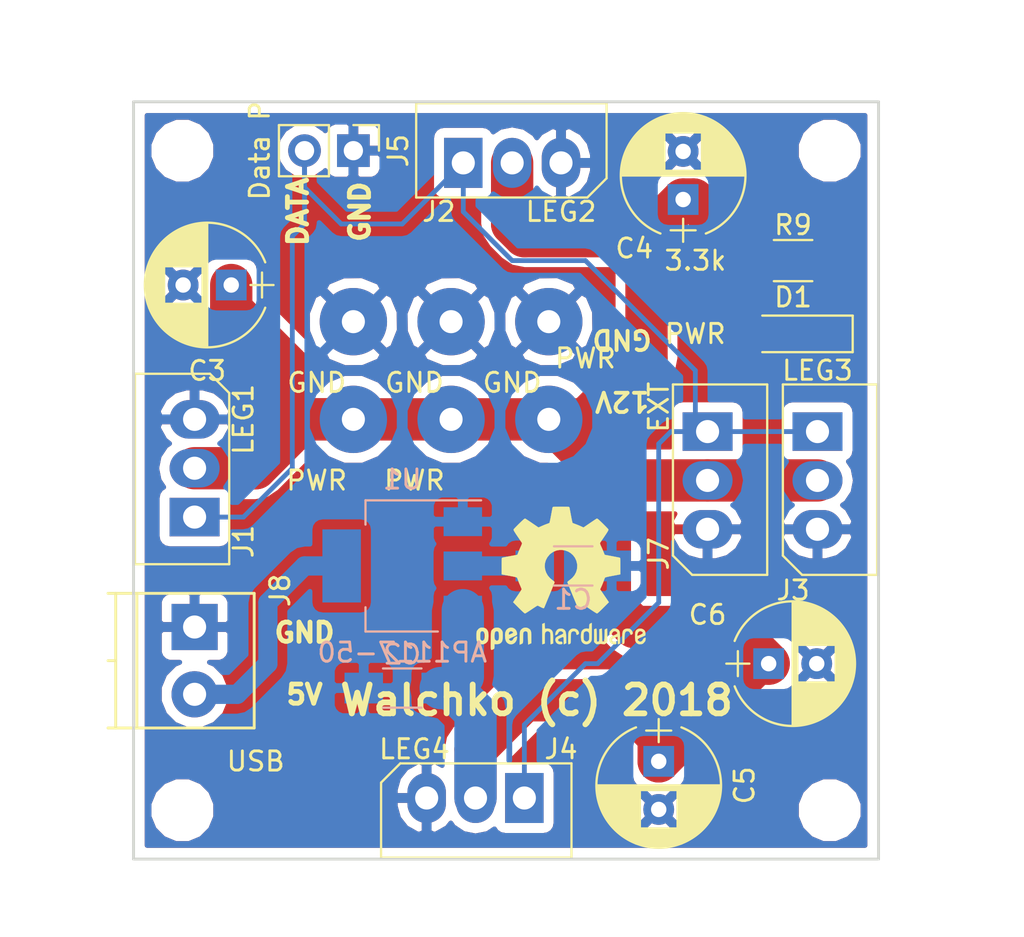
<source format=kicad_pcb>
(kicad_pcb (version 4) (host pcbnew 4.0.7)

  (general
    (links 40)
    (no_connects 1)
    (area 102.202857 54.27 179.088571 132.333935)
    (thickness 1.6)
    (drawings 8)
    (tracks 73)
    (zones 0)
    (modules 27)
    (nets 6)
  )

  (page USLetter)
  (layers
    (0 F.Cu signal)
    (31 B.Cu signal)
    (32 B.Adhes user)
    (33 F.Adhes user)
    (34 B.Paste user)
    (35 F.Paste user)
    (36 B.SilkS user)
    (37 F.SilkS user)
    (38 B.Mask user)
    (39 F.Mask user)
    (40 Dwgs.User user)
    (41 Cmts.User user)
    (42 Eco1.User user)
    (43 Eco2.User user)
    (44 Edge.Cuts user)
    (45 Margin user)
    (46 B.CrtYd user)
    (47 F.CrtYd user)
    (48 B.Fab user)
    (49 F.Fab user)
  )

  (setup
    (last_trace_width 0.25)
    (user_trace_width 1.6)
    (trace_clearance 0.2)
    (zone_clearance 0.508)
    (zone_45_only no)
    (trace_min 0.2)
    (segment_width 0.2)
    (edge_width 0.15)
    (via_size 0.6)
    (via_drill 0.4)
    (via_min_size 0.4)
    (via_min_drill 0.3)
    (uvia_size 0.3)
    (uvia_drill 0.1)
    (uvias_allowed no)
    (uvia_min_size 0.2)
    (uvia_min_drill 0.1)
    (pcb_text_width 0.3)
    (pcb_text_size 1.5 1.5)
    (mod_edge_width 0.15)
    (mod_text_size 1 1)
    (mod_text_width 0.15)
    (pad_size 1.524 1.524)
    (pad_drill 0.762)
    (pad_to_mask_clearance 0.2)
    (aux_axis_origin 0 0)
    (visible_elements 7FFFFFFF)
    (pcbplotparams
      (layerselection 0x010f0_80000001)
      (usegerberextensions false)
      (excludeedgelayer true)
      (linewidth 0.100000)
      (plotframeref false)
      (viasonmask false)
      (mode 1)
      (useauxorigin false)
      (hpglpennumber 1)
      (hpglpenspeed 20)
      (hpglpendiameter 15)
      (hpglpenoverlay 2)
      (psnegative false)
      (psa4output false)
      (plotreference true)
      (plotvalue true)
      (plotinvisibletext false)
      (padsonsilk false)
      (subtractmaskfromsilk false)
      (outputformat 1)
      (mirror false)
      (drillshape 0)
      (scaleselection 1)
      (outputdirectory gerber/))
  )

  (net 0 "")
  (net 1 "Net-(D1-Pad2)")
  (net 2 DATA)
  (net 3 +5V)
  (net 4 GND)
  (net 5 +12V)

  (net_class Default "This is the default net class."
    (clearance 0.2)
    (trace_width 0.25)
    (via_dia 0.6)
    (via_drill 0.4)
    (uvia_dia 0.3)
    (uvia_drill 0.1)
    (add_net DATA)
    (add_net GND)
    (add_net "Net-(D1-Pad2)")
  )

  (net_class A ""
    (clearance 0.2)
    (trace_width 2.2)
    (via_dia 0.6)
    (via_drill 0.4)
    (uvia_dia 0.3)
    (uvia_drill 0.1)
    (add_net +12V)
  )

  (net_class B ""
    (clearance 0.2)
    (trace_width 1)
    (via_dia 0.6)
    (via_drill 0.4)
    (uvia_dia 0.3)
    (uvia_drill 0.1)
    (add_net +5V)
  )

  (module Capacitors_SMD:C_1206_HandSoldering placed (layer B.Cu) (tedit 58AA84D1) (tstamp 5A7E06B5)
    (at 132.08 83.82)
    (descr "Capacitor SMD 1206, hand soldering")
    (tags "capacitor 1206")
    (path /5A7E0AD9)
    (attr smd)
    (fp_text reference C1 (at 0 1.75) (layer B.SilkS)
      (effects (font (size 1 1) (thickness 0.15)) (justify mirror))
    )
    (fp_text value C (at 0 -2) (layer B.Fab)
      (effects (font (size 1 1) (thickness 0.15)) (justify mirror))
    )
    (fp_text user %R (at 0 1.75) (layer B.Fab)
      (effects (font (size 1 1) (thickness 0.15)) (justify mirror))
    )
    (fp_line (start -1.6 -0.8) (end -1.6 0.8) (layer B.Fab) (width 0.1))
    (fp_line (start 1.6 -0.8) (end -1.6 -0.8) (layer B.Fab) (width 0.1))
    (fp_line (start 1.6 0.8) (end 1.6 -0.8) (layer B.Fab) (width 0.1))
    (fp_line (start -1.6 0.8) (end 1.6 0.8) (layer B.Fab) (width 0.1))
    (fp_line (start 1 1.02) (end -1 1.02) (layer B.SilkS) (width 0.12))
    (fp_line (start -1 -1.02) (end 1 -1.02) (layer B.SilkS) (width 0.12))
    (fp_line (start -3.25 1.05) (end 3.25 1.05) (layer B.CrtYd) (width 0.05))
    (fp_line (start -3.25 1.05) (end -3.25 -1.05) (layer B.CrtYd) (width 0.05))
    (fp_line (start 3.25 -1.05) (end 3.25 1.05) (layer B.CrtYd) (width 0.05))
    (fp_line (start 3.25 -1.05) (end -3.25 -1.05) (layer B.CrtYd) (width 0.05))
    (pad 1 smd rect (at -2 0) (size 2 1.6) (layers B.Cu B.Paste B.Mask)
      (net 3 +5V))
    (pad 2 smd rect (at 2 0) (size 2 1.6) (layers B.Cu B.Paste B.Mask)
      (net 4 GND))
    (model Capacitors_SMD.3dshapes/C_1206.wrl
      (at (xyz 0 0 0))
      (scale (xyz 1 1 1))
      (rotate (xyz 0 0 0))
    )
  )

  (module Capacitors_SMD:C_1206_HandSoldering placed (layer B.Cu) (tedit 58AA84D1) (tstamp 5A7E06BB)
    (at 123.19 90.17 180)
    (descr "Capacitor SMD 1206, hand soldering")
    (tags "capacitor 1206")
    (path /5AA584D2)
    (attr smd)
    (fp_text reference C2 (at 0 1.75 180) (layer B.SilkS)
      (effects (font (size 1 1) (thickness 0.15)) (justify mirror))
    )
    (fp_text value C (at 0 -2 180) (layer B.Fab)
      (effects (font (size 1 1) (thickness 0.15)) (justify mirror))
    )
    (fp_text user %R (at 0 1.75 180) (layer B.Fab)
      (effects (font (size 1 1) (thickness 0.15)) (justify mirror))
    )
    (fp_line (start -1.6 -0.8) (end -1.6 0.8) (layer B.Fab) (width 0.1))
    (fp_line (start 1.6 -0.8) (end -1.6 -0.8) (layer B.Fab) (width 0.1))
    (fp_line (start 1.6 0.8) (end 1.6 -0.8) (layer B.Fab) (width 0.1))
    (fp_line (start -1.6 0.8) (end 1.6 0.8) (layer B.Fab) (width 0.1))
    (fp_line (start 1 1.02) (end -1 1.02) (layer B.SilkS) (width 0.12))
    (fp_line (start -1 -1.02) (end 1 -1.02) (layer B.SilkS) (width 0.12))
    (fp_line (start -3.25 1.05) (end 3.25 1.05) (layer B.CrtYd) (width 0.05))
    (fp_line (start -3.25 1.05) (end -3.25 -1.05) (layer B.CrtYd) (width 0.05))
    (fp_line (start 3.25 -1.05) (end 3.25 1.05) (layer B.CrtYd) (width 0.05))
    (fp_line (start 3.25 -1.05) (end -3.25 -1.05) (layer B.CrtYd) (width 0.05))
    (pad 1 smd rect (at -2 0 180) (size 2 1.6) (layers B.Cu B.Paste B.Mask)
      (net 5 +12V))
    (pad 2 smd rect (at 2 0 180) (size 2 1.6) (layers B.Cu B.Paste B.Mask)
      (net 4 GND))
    (model Capacitors_SMD.3dshapes/C_1206.wrl
      (at (xyz 0 0 0))
      (scale (xyz 1 1 1))
      (rotate (xyz 0 0 0))
    )
  )

  (module LEDs:LED_1206_HandSoldering (layer F.Cu) (tedit 5AA5E4AE) (tstamp 5A933437)
    (at 143.51 71.755 180)
    (descr "LED SMD 1206, hand soldering")
    (tags "LED 1206")
    (path /5A8092A6)
    (attr smd)
    (fp_text reference D1 (at 0 1.905 180) (layer F.SilkS)
      (effects (font (size 1 1) (thickness 0.15)))
    )
    (fp_text value PWR (at 5.08 0 180) (layer F.SilkS)
      (effects (font (size 1 1) (thickness 0.15)))
    )
    (fp_line (start -3.1 -0.95) (end -3.1 0.95) (layer F.SilkS) (width 0.12))
    (fp_line (start -0.4 0) (end 0.2 -0.4) (layer F.Fab) (width 0.1))
    (fp_line (start 0.2 -0.4) (end 0.2 0.4) (layer F.Fab) (width 0.1))
    (fp_line (start 0.2 0.4) (end -0.4 0) (layer F.Fab) (width 0.1))
    (fp_line (start -0.45 -0.4) (end -0.45 0.4) (layer F.Fab) (width 0.1))
    (fp_line (start -1.6 0.8) (end -1.6 -0.8) (layer F.Fab) (width 0.1))
    (fp_line (start 1.6 0.8) (end -1.6 0.8) (layer F.Fab) (width 0.1))
    (fp_line (start 1.6 -0.8) (end 1.6 0.8) (layer F.Fab) (width 0.1))
    (fp_line (start -1.6 -0.8) (end 1.6 -0.8) (layer F.Fab) (width 0.1))
    (fp_line (start -3.1 0.95) (end 1.6 0.95) (layer F.SilkS) (width 0.12))
    (fp_line (start -3.1 -0.95) (end 1.6 -0.95) (layer F.SilkS) (width 0.12))
    (fp_line (start -3.25 -1.11) (end 3.25 -1.11) (layer F.CrtYd) (width 0.05))
    (fp_line (start -3.25 -1.11) (end -3.25 1.1) (layer F.CrtYd) (width 0.05))
    (fp_line (start 3.25 1.1) (end 3.25 -1.11) (layer F.CrtYd) (width 0.05))
    (fp_line (start 3.25 1.1) (end -3.25 1.1) (layer F.CrtYd) (width 0.05))
    (pad 1 smd rect (at -2 0 180) (size 2 1.7) (layers F.Cu F.Paste F.Mask)
      (net 4 GND))
    (pad 2 smd rect (at 2 0 180) (size 2 1.7) (layers F.Cu F.Paste F.Mask)
      (net 1 "Net-(D1-Pad2)"))
    (model ${KISYS3DMOD}/LEDs.3dshapes/LED_1206.wrl
      (at (xyz 0 0 0))
      (scale (xyz 1 1 1))
      (rotate (xyz 0 0 180))
    )
  )

  (module Resistors_SMD:R_1206_HandSoldering (layer F.Cu) (tedit 5AA5E455) (tstamp 5A933513)
    (at 143.51 67.945)
    (descr "Resistor SMD 1206, hand soldering")
    (tags "resistor 1206")
    (path /5A80955C)
    (attr smd)
    (fp_text reference R9 (at 0 -1.85) (layer F.SilkS)
      (effects (font (size 1 1) (thickness 0.15)))
    )
    (fp_text value 3.3k (at -5.08 0) (layer F.SilkS)
      (effects (font (size 1 1) (thickness 0.15)))
    )
    (fp_text user %R (at 0 0) (layer F.Fab)
      (effects (font (size 0.7 0.7) (thickness 0.105)))
    )
    (fp_line (start -1.6 0.8) (end -1.6 -0.8) (layer F.Fab) (width 0.1))
    (fp_line (start 1.6 0.8) (end -1.6 0.8) (layer F.Fab) (width 0.1))
    (fp_line (start 1.6 -0.8) (end 1.6 0.8) (layer F.Fab) (width 0.1))
    (fp_line (start -1.6 -0.8) (end 1.6 -0.8) (layer F.Fab) (width 0.1))
    (fp_line (start 1 1.07) (end -1 1.07) (layer F.SilkS) (width 0.12))
    (fp_line (start -1 -1.07) (end 1 -1.07) (layer F.SilkS) (width 0.12))
    (fp_line (start -3.25 -1.11) (end 3.25 -1.11) (layer F.CrtYd) (width 0.05))
    (fp_line (start -3.25 -1.11) (end -3.25 1.1) (layer F.CrtYd) (width 0.05))
    (fp_line (start 3.25 1.1) (end 3.25 -1.11) (layer F.CrtYd) (width 0.05))
    (fp_line (start 3.25 1.1) (end -3.25 1.1) (layer F.CrtYd) (width 0.05))
    (pad 1 smd rect (at -2 0) (size 2 1.7) (layers F.Cu F.Paste F.Mask)
      (net 5 +12V))
    (pad 2 smd rect (at 2 0) (size 2 1.7) (layers F.Cu F.Paste F.Mask)
      (net 1 "Net-(D1-Pad2)"))
    (model ${KISYS3DMOD}/Resistors_SMD.3dshapes/R_1206.wrl
      (at (xyz 0 0 0))
      (scale (xyz 1 1 1))
      (rotate (xyz 0 0 0))
    )
  )

  (module Connectors_Molex:Molex_SPOX-5267_22-03-5035_03x2.54mm_Straight (layer F.Cu) (tedit 5AA5E42D) (tstamp 5A9394F1)
    (at 112.395 81.28 90)
    (descr "Connector Headers with Friction Lock, 22-03-5035, http://www.molex.com/pdm_docs/ps/PS-5264-001-001.pdf")
    (tags "connector molex SPOX 5267 22-03-5035")
    (path /5A7A565B)
    (fp_text reference J1 (at -1.27 2.54 90) (layer F.SilkS)
      (effects (font (size 1 1) (thickness 0.15)))
    )
    (fp_text value LEG1 (at 5.08 2.54 90) (layer F.SilkS)
      (effects (font (size 1 1) (thickness 0.15)))
    )
    (fp_line (start 6.45 1.8) (end 7.45 0.8) (layer F.SilkS) (width 0.12))
    (fp_line (start -2.45 -3.1) (end -2.45 1.8) (layer F.SilkS) (width 0.12))
    (fp_line (start -2.45 1.8) (end 6.45 1.8) (layer F.SilkS) (width 0.12))
    (fp_line (start 7.45 0.8) (end 7.45 -3.1) (layer F.SilkS) (width 0.12))
    (fp_line (start 7.45 -3.1) (end -2.45 -3.1) (layer F.SilkS) (width 0.12))
    (fp_line (start -2.5 1.85) (end -2.5 -3.15) (layer F.CrtYd) (width 0.05))
    (fp_line (start -2.5 -3.15) (end 7.5 -3.15) (layer F.CrtYd) (width 0.05))
    (fp_line (start 7.5 -3.15) (end 7.5 1.85) (layer F.CrtYd) (width 0.05))
    (fp_line (start 7.5 1.85) (end -2.5 1.85) (layer F.CrtYd) (width 0.05))
    (fp_line (start 7.35 -3) (end -2.35 -3) (layer F.Fab) (width 0.1))
    (fp_line (start 7.35 0.7) (end 7.35 -3) (layer F.Fab) (width 0.1))
    (fp_line (start 6.35 1.7) (end 7.35 0.7) (layer F.Fab) (width 0.1))
    (fp_line (start -2.35 1.7) (end 6.35 1.7) (layer F.Fab) (width 0.1))
    (fp_line (start -2.35 -3) (end -2.35 1.7) (layer F.Fab) (width 0.1))
    (pad 1 thru_hole rect (at 0 0 90) (size 2 2.6) (drill 1.2) (layers *.Cu *.Mask)
      (net 2 DATA))
    (pad 2 thru_hole oval (at 2.54 0 90) (size 2 2.6) (drill 1.2) (layers *.Cu *.Mask)
      (net 5 +12V))
    (pad 3 thru_hole oval (at 5.08 0 90) (size 2 2.6) (drill 1.2) (layers *.Cu *.Mask)
      (net 4 GND))
    (model ${KISYS3DMOD}/Connectors_Molex.3dshapes/Molex_SPOX-5267_22-03-5035_03x2.54mm_Straight.wrl
      (at (xyz 0.1 0.023622 0.114173))
      (scale (xyz 1 1 1))
      (rotate (xyz -90 0 180))
    )
  )

  (module Connectors_Molex:Molex_SPOX-5267_22-03-5035_03x2.54mm_Straight (layer F.Cu) (tedit 5AA5E44C) (tstamp 5A939505)
    (at 126.365 62.865)
    (descr "Connector Headers with Friction Lock, 22-03-5035, http://www.molex.com/pdm_docs/ps/PS-5264-001-001.pdf")
    (tags "connector molex SPOX 5267 22-03-5035")
    (path /5A936F61)
    (fp_text reference J2 (at -1.27 2.54) (layer F.SilkS)
      (effects (font (size 1 1) (thickness 0.15)))
    )
    (fp_text value LEG2 (at 5.08 2.54) (layer F.SilkS)
      (effects (font (size 1 1) (thickness 0.15)))
    )
    (fp_line (start 6.45 1.8) (end 7.45 0.8) (layer F.SilkS) (width 0.12))
    (fp_line (start -2.45 -3.1) (end -2.45 1.8) (layer F.SilkS) (width 0.12))
    (fp_line (start -2.45 1.8) (end 6.45 1.8) (layer F.SilkS) (width 0.12))
    (fp_line (start 7.45 0.8) (end 7.45 -3.1) (layer F.SilkS) (width 0.12))
    (fp_line (start 7.45 -3.1) (end -2.45 -3.1) (layer F.SilkS) (width 0.12))
    (fp_line (start -2.5 1.85) (end -2.5 -3.15) (layer F.CrtYd) (width 0.05))
    (fp_line (start -2.5 -3.15) (end 7.5 -3.15) (layer F.CrtYd) (width 0.05))
    (fp_line (start 7.5 -3.15) (end 7.5 1.85) (layer F.CrtYd) (width 0.05))
    (fp_line (start 7.5 1.85) (end -2.5 1.85) (layer F.CrtYd) (width 0.05))
    (fp_line (start 7.35 -3) (end -2.35 -3) (layer F.Fab) (width 0.1))
    (fp_line (start 7.35 0.7) (end 7.35 -3) (layer F.Fab) (width 0.1))
    (fp_line (start 6.35 1.7) (end 7.35 0.7) (layer F.Fab) (width 0.1))
    (fp_line (start -2.35 1.7) (end 6.35 1.7) (layer F.Fab) (width 0.1))
    (fp_line (start -2.35 -3) (end -2.35 1.7) (layer F.Fab) (width 0.1))
    (pad 1 thru_hole rect (at 0 0) (size 2 2.6) (drill 1.2) (layers *.Cu *.Mask)
      (net 2 DATA))
    (pad 2 thru_hole oval (at 2.54 0) (size 2 2.6) (drill 1.2) (layers *.Cu *.Mask)
      (net 5 +12V))
    (pad 3 thru_hole oval (at 5.08 0) (size 2 2.6) (drill 1.2) (layers *.Cu *.Mask)
      (net 4 GND))
    (model ${KISYS3DMOD}/Connectors_Molex.3dshapes/Molex_SPOX-5267_22-03-5035_03x2.54mm_Straight.wrl
      (at (xyz 0.1 0.023622 0.114173))
      (scale (xyz 1 1 1))
      (rotate (xyz -90 0 180))
    )
  )

  (module Connectors_Molex:Molex_SPOX-5267_22-03-5035_03x2.54mm_Straight (layer F.Cu) (tedit 5AA5E4D1) (tstamp 5A939519)
    (at 144.78 76.835 270)
    (descr "Connector Headers with Friction Lock, 22-03-5035, http://www.molex.com/pdm_docs/ps/PS-5264-001-001.pdf")
    (tags "connector molex SPOX 5267 22-03-5035")
    (path /5A937B50)
    (fp_text reference J3 (at 8.255 1.27 360) (layer F.SilkS)
      (effects (font (size 1 1) (thickness 0.15)))
    )
    (fp_text value LEG3 (at -3.175 0 360) (layer F.SilkS)
      (effects (font (size 1 1) (thickness 0.15)))
    )
    (fp_line (start 6.45 1.8) (end 7.45 0.8) (layer F.SilkS) (width 0.12))
    (fp_line (start -2.45 -3.1) (end -2.45 1.8) (layer F.SilkS) (width 0.12))
    (fp_line (start -2.45 1.8) (end 6.45 1.8) (layer F.SilkS) (width 0.12))
    (fp_line (start 7.45 0.8) (end 7.45 -3.1) (layer F.SilkS) (width 0.12))
    (fp_line (start 7.45 -3.1) (end -2.45 -3.1) (layer F.SilkS) (width 0.12))
    (fp_line (start -2.5 1.85) (end -2.5 -3.15) (layer F.CrtYd) (width 0.05))
    (fp_line (start -2.5 -3.15) (end 7.5 -3.15) (layer F.CrtYd) (width 0.05))
    (fp_line (start 7.5 -3.15) (end 7.5 1.85) (layer F.CrtYd) (width 0.05))
    (fp_line (start 7.5 1.85) (end -2.5 1.85) (layer F.CrtYd) (width 0.05))
    (fp_line (start 7.35 -3) (end -2.35 -3) (layer F.Fab) (width 0.1))
    (fp_line (start 7.35 0.7) (end 7.35 -3) (layer F.Fab) (width 0.1))
    (fp_line (start 6.35 1.7) (end 7.35 0.7) (layer F.Fab) (width 0.1))
    (fp_line (start -2.35 1.7) (end 6.35 1.7) (layer F.Fab) (width 0.1))
    (fp_line (start -2.35 -3) (end -2.35 1.7) (layer F.Fab) (width 0.1))
    (pad 1 thru_hole rect (at 0 0 270) (size 2 2.6) (drill 1.2) (layers *.Cu *.Mask)
      (net 2 DATA))
    (pad 2 thru_hole oval (at 2.54 0 270) (size 2 2.6) (drill 1.2) (layers *.Cu *.Mask)
      (net 5 +12V))
    (pad 3 thru_hole oval (at 5.08 0 270) (size 2 2.6) (drill 1.2) (layers *.Cu *.Mask)
      (net 4 GND))
    (model ${KISYS3DMOD}/Connectors_Molex.3dshapes/Molex_SPOX-5267_22-03-5035_03x2.54mm_Straight.wrl
      (at (xyz 0.1 0.023622 0.114173))
      (scale (xyz 1 1 1))
      (rotate (xyz -90 0 180))
    )
  )

  (module Connectors_Molex:Molex_SPOX-5267_22-03-5035_03x2.54mm_Straight (layer F.Cu) (tedit 5AA5E479) (tstamp 5A93952D)
    (at 129.54 95.885 180)
    (descr "Connector Headers with Friction Lock, 22-03-5035, http://www.molex.com/pdm_docs/ps/PS-5264-001-001.pdf")
    (tags "connector molex SPOX 5267 22-03-5035")
    (path /5A7D1B1F)
    (fp_text reference J4 (at -1.905 2.54 180) (layer F.SilkS)
      (effects (font (size 1 1) (thickness 0.15)))
    )
    (fp_text value LEG4 (at 5.715 2.54 180) (layer F.SilkS)
      (effects (font (size 1 1) (thickness 0.15)))
    )
    (fp_line (start 6.45 1.8) (end 7.45 0.8) (layer F.SilkS) (width 0.12))
    (fp_line (start -2.45 -3.1) (end -2.45 1.8) (layer F.SilkS) (width 0.12))
    (fp_line (start -2.45 1.8) (end 6.45 1.8) (layer F.SilkS) (width 0.12))
    (fp_line (start 7.45 0.8) (end 7.45 -3.1) (layer F.SilkS) (width 0.12))
    (fp_line (start 7.45 -3.1) (end -2.45 -3.1) (layer F.SilkS) (width 0.12))
    (fp_line (start -2.5 1.85) (end -2.5 -3.15) (layer F.CrtYd) (width 0.05))
    (fp_line (start -2.5 -3.15) (end 7.5 -3.15) (layer F.CrtYd) (width 0.05))
    (fp_line (start 7.5 -3.15) (end 7.5 1.85) (layer F.CrtYd) (width 0.05))
    (fp_line (start 7.5 1.85) (end -2.5 1.85) (layer F.CrtYd) (width 0.05))
    (fp_line (start 7.35 -3) (end -2.35 -3) (layer F.Fab) (width 0.1))
    (fp_line (start 7.35 0.7) (end 7.35 -3) (layer F.Fab) (width 0.1))
    (fp_line (start 6.35 1.7) (end 7.35 0.7) (layer F.Fab) (width 0.1))
    (fp_line (start -2.35 1.7) (end 6.35 1.7) (layer F.Fab) (width 0.1))
    (fp_line (start -2.35 -3) (end -2.35 1.7) (layer F.Fab) (width 0.1))
    (pad 1 thru_hole rect (at 0 0 180) (size 2 2.6) (drill 1.2) (layers *.Cu *.Mask)
      (net 2 DATA))
    (pad 2 thru_hole oval (at 2.54 0 180) (size 2 2.6) (drill 1.2) (layers *.Cu *.Mask)
      (net 5 +12V))
    (pad 3 thru_hole oval (at 5.08 0 180) (size 2 2.6) (drill 1.2) (layers *.Cu *.Mask)
      (net 4 GND))
    (model ${KISYS3DMOD}/Connectors_Molex.3dshapes/Molex_SPOX-5267_22-03-5035_03x2.54mm_Straight.wrl
      (at (xyz 0.1 0.023622 0.114173))
      (scale (xyz 1 1 1))
      (rotate (xyz -90 0 180))
    )
  )

  (module Capacitors_THT:CP_Radial_D6.3mm_P2.50mm (layer F.Cu) (tedit 597BC7C2) (tstamp 5AA57023)
    (at 114.3 69.215 180)
    (descr "CP, Radial series, Radial, pin pitch=2.50mm, , diameter=6.3mm, Electrolytic Capacitor")
    (tags "CP Radial series Radial pin pitch 2.50mm  diameter 6.3mm Electrolytic Capacitor")
    (path /5A7D66F3)
    (fp_text reference C3 (at 1.25 -4.46 180) (layer F.SilkS)
      (effects (font (size 1 1) (thickness 0.15)))
    )
    (fp_text value .1 (at 1.25 4.46 180) (layer F.Fab)
      (effects (font (size 1 1) (thickness 0.15)))
    )
    (fp_arc (start 1.25 0) (end -1.767482 -1.18) (angle 137.3) (layer F.SilkS) (width 0.12))
    (fp_arc (start 1.25 0) (end -1.767482 1.18) (angle -137.3) (layer F.SilkS) (width 0.12))
    (fp_arc (start 1.25 0) (end 4.267482 -1.18) (angle 42.7) (layer F.SilkS) (width 0.12))
    (fp_circle (center 1.25 0) (end 4.4 0) (layer F.Fab) (width 0.1))
    (fp_line (start -2.2 0) (end -1 0) (layer F.Fab) (width 0.1))
    (fp_line (start -1.6 -0.65) (end -1.6 0.65) (layer F.Fab) (width 0.1))
    (fp_line (start 1.25 -3.2) (end 1.25 3.2) (layer F.SilkS) (width 0.12))
    (fp_line (start 1.29 -3.2) (end 1.29 3.2) (layer F.SilkS) (width 0.12))
    (fp_line (start 1.33 -3.2) (end 1.33 3.2) (layer F.SilkS) (width 0.12))
    (fp_line (start 1.37 -3.198) (end 1.37 3.198) (layer F.SilkS) (width 0.12))
    (fp_line (start 1.41 -3.197) (end 1.41 3.197) (layer F.SilkS) (width 0.12))
    (fp_line (start 1.45 -3.194) (end 1.45 3.194) (layer F.SilkS) (width 0.12))
    (fp_line (start 1.49 -3.192) (end 1.49 3.192) (layer F.SilkS) (width 0.12))
    (fp_line (start 1.53 -3.188) (end 1.53 -0.98) (layer F.SilkS) (width 0.12))
    (fp_line (start 1.53 0.98) (end 1.53 3.188) (layer F.SilkS) (width 0.12))
    (fp_line (start 1.57 -3.185) (end 1.57 -0.98) (layer F.SilkS) (width 0.12))
    (fp_line (start 1.57 0.98) (end 1.57 3.185) (layer F.SilkS) (width 0.12))
    (fp_line (start 1.61 -3.18) (end 1.61 -0.98) (layer F.SilkS) (width 0.12))
    (fp_line (start 1.61 0.98) (end 1.61 3.18) (layer F.SilkS) (width 0.12))
    (fp_line (start 1.65 -3.176) (end 1.65 -0.98) (layer F.SilkS) (width 0.12))
    (fp_line (start 1.65 0.98) (end 1.65 3.176) (layer F.SilkS) (width 0.12))
    (fp_line (start 1.69 -3.17) (end 1.69 -0.98) (layer F.SilkS) (width 0.12))
    (fp_line (start 1.69 0.98) (end 1.69 3.17) (layer F.SilkS) (width 0.12))
    (fp_line (start 1.73 -3.165) (end 1.73 -0.98) (layer F.SilkS) (width 0.12))
    (fp_line (start 1.73 0.98) (end 1.73 3.165) (layer F.SilkS) (width 0.12))
    (fp_line (start 1.77 -3.158) (end 1.77 -0.98) (layer F.SilkS) (width 0.12))
    (fp_line (start 1.77 0.98) (end 1.77 3.158) (layer F.SilkS) (width 0.12))
    (fp_line (start 1.81 -3.152) (end 1.81 -0.98) (layer F.SilkS) (width 0.12))
    (fp_line (start 1.81 0.98) (end 1.81 3.152) (layer F.SilkS) (width 0.12))
    (fp_line (start 1.85 -3.144) (end 1.85 -0.98) (layer F.SilkS) (width 0.12))
    (fp_line (start 1.85 0.98) (end 1.85 3.144) (layer F.SilkS) (width 0.12))
    (fp_line (start 1.89 -3.137) (end 1.89 -0.98) (layer F.SilkS) (width 0.12))
    (fp_line (start 1.89 0.98) (end 1.89 3.137) (layer F.SilkS) (width 0.12))
    (fp_line (start 1.93 -3.128) (end 1.93 -0.98) (layer F.SilkS) (width 0.12))
    (fp_line (start 1.93 0.98) (end 1.93 3.128) (layer F.SilkS) (width 0.12))
    (fp_line (start 1.971 -3.119) (end 1.971 -0.98) (layer F.SilkS) (width 0.12))
    (fp_line (start 1.971 0.98) (end 1.971 3.119) (layer F.SilkS) (width 0.12))
    (fp_line (start 2.011 -3.11) (end 2.011 -0.98) (layer F.SilkS) (width 0.12))
    (fp_line (start 2.011 0.98) (end 2.011 3.11) (layer F.SilkS) (width 0.12))
    (fp_line (start 2.051 -3.1) (end 2.051 -0.98) (layer F.SilkS) (width 0.12))
    (fp_line (start 2.051 0.98) (end 2.051 3.1) (layer F.SilkS) (width 0.12))
    (fp_line (start 2.091 -3.09) (end 2.091 -0.98) (layer F.SilkS) (width 0.12))
    (fp_line (start 2.091 0.98) (end 2.091 3.09) (layer F.SilkS) (width 0.12))
    (fp_line (start 2.131 -3.079) (end 2.131 -0.98) (layer F.SilkS) (width 0.12))
    (fp_line (start 2.131 0.98) (end 2.131 3.079) (layer F.SilkS) (width 0.12))
    (fp_line (start 2.171 -3.067) (end 2.171 -0.98) (layer F.SilkS) (width 0.12))
    (fp_line (start 2.171 0.98) (end 2.171 3.067) (layer F.SilkS) (width 0.12))
    (fp_line (start 2.211 -3.055) (end 2.211 -0.98) (layer F.SilkS) (width 0.12))
    (fp_line (start 2.211 0.98) (end 2.211 3.055) (layer F.SilkS) (width 0.12))
    (fp_line (start 2.251 -3.042) (end 2.251 -0.98) (layer F.SilkS) (width 0.12))
    (fp_line (start 2.251 0.98) (end 2.251 3.042) (layer F.SilkS) (width 0.12))
    (fp_line (start 2.291 -3.029) (end 2.291 -0.98) (layer F.SilkS) (width 0.12))
    (fp_line (start 2.291 0.98) (end 2.291 3.029) (layer F.SilkS) (width 0.12))
    (fp_line (start 2.331 -3.015) (end 2.331 -0.98) (layer F.SilkS) (width 0.12))
    (fp_line (start 2.331 0.98) (end 2.331 3.015) (layer F.SilkS) (width 0.12))
    (fp_line (start 2.371 -3.001) (end 2.371 -0.98) (layer F.SilkS) (width 0.12))
    (fp_line (start 2.371 0.98) (end 2.371 3.001) (layer F.SilkS) (width 0.12))
    (fp_line (start 2.411 -2.986) (end 2.411 -0.98) (layer F.SilkS) (width 0.12))
    (fp_line (start 2.411 0.98) (end 2.411 2.986) (layer F.SilkS) (width 0.12))
    (fp_line (start 2.451 -2.97) (end 2.451 -0.98) (layer F.SilkS) (width 0.12))
    (fp_line (start 2.451 0.98) (end 2.451 2.97) (layer F.SilkS) (width 0.12))
    (fp_line (start 2.491 -2.954) (end 2.491 -0.98) (layer F.SilkS) (width 0.12))
    (fp_line (start 2.491 0.98) (end 2.491 2.954) (layer F.SilkS) (width 0.12))
    (fp_line (start 2.531 -2.937) (end 2.531 -0.98) (layer F.SilkS) (width 0.12))
    (fp_line (start 2.531 0.98) (end 2.531 2.937) (layer F.SilkS) (width 0.12))
    (fp_line (start 2.571 -2.919) (end 2.571 -0.98) (layer F.SilkS) (width 0.12))
    (fp_line (start 2.571 0.98) (end 2.571 2.919) (layer F.SilkS) (width 0.12))
    (fp_line (start 2.611 -2.901) (end 2.611 -0.98) (layer F.SilkS) (width 0.12))
    (fp_line (start 2.611 0.98) (end 2.611 2.901) (layer F.SilkS) (width 0.12))
    (fp_line (start 2.651 -2.882) (end 2.651 -0.98) (layer F.SilkS) (width 0.12))
    (fp_line (start 2.651 0.98) (end 2.651 2.882) (layer F.SilkS) (width 0.12))
    (fp_line (start 2.691 -2.863) (end 2.691 -0.98) (layer F.SilkS) (width 0.12))
    (fp_line (start 2.691 0.98) (end 2.691 2.863) (layer F.SilkS) (width 0.12))
    (fp_line (start 2.731 -2.843) (end 2.731 -0.98) (layer F.SilkS) (width 0.12))
    (fp_line (start 2.731 0.98) (end 2.731 2.843) (layer F.SilkS) (width 0.12))
    (fp_line (start 2.771 -2.822) (end 2.771 -0.98) (layer F.SilkS) (width 0.12))
    (fp_line (start 2.771 0.98) (end 2.771 2.822) (layer F.SilkS) (width 0.12))
    (fp_line (start 2.811 -2.8) (end 2.811 -0.98) (layer F.SilkS) (width 0.12))
    (fp_line (start 2.811 0.98) (end 2.811 2.8) (layer F.SilkS) (width 0.12))
    (fp_line (start 2.851 -2.778) (end 2.851 -0.98) (layer F.SilkS) (width 0.12))
    (fp_line (start 2.851 0.98) (end 2.851 2.778) (layer F.SilkS) (width 0.12))
    (fp_line (start 2.891 -2.755) (end 2.891 -0.98) (layer F.SilkS) (width 0.12))
    (fp_line (start 2.891 0.98) (end 2.891 2.755) (layer F.SilkS) (width 0.12))
    (fp_line (start 2.931 -2.731) (end 2.931 -0.98) (layer F.SilkS) (width 0.12))
    (fp_line (start 2.931 0.98) (end 2.931 2.731) (layer F.SilkS) (width 0.12))
    (fp_line (start 2.971 -2.706) (end 2.971 -0.98) (layer F.SilkS) (width 0.12))
    (fp_line (start 2.971 0.98) (end 2.971 2.706) (layer F.SilkS) (width 0.12))
    (fp_line (start 3.011 -2.681) (end 3.011 -0.98) (layer F.SilkS) (width 0.12))
    (fp_line (start 3.011 0.98) (end 3.011 2.681) (layer F.SilkS) (width 0.12))
    (fp_line (start 3.051 -2.654) (end 3.051 -0.98) (layer F.SilkS) (width 0.12))
    (fp_line (start 3.051 0.98) (end 3.051 2.654) (layer F.SilkS) (width 0.12))
    (fp_line (start 3.091 -2.627) (end 3.091 -0.98) (layer F.SilkS) (width 0.12))
    (fp_line (start 3.091 0.98) (end 3.091 2.627) (layer F.SilkS) (width 0.12))
    (fp_line (start 3.131 -2.599) (end 3.131 -0.98) (layer F.SilkS) (width 0.12))
    (fp_line (start 3.131 0.98) (end 3.131 2.599) (layer F.SilkS) (width 0.12))
    (fp_line (start 3.171 -2.57) (end 3.171 -0.98) (layer F.SilkS) (width 0.12))
    (fp_line (start 3.171 0.98) (end 3.171 2.57) (layer F.SilkS) (width 0.12))
    (fp_line (start 3.211 -2.54) (end 3.211 -0.98) (layer F.SilkS) (width 0.12))
    (fp_line (start 3.211 0.98) (end 3.211 2.54) (layer F.SilkS) (width 0.12))
    (fp_line (start 3.251 -2.51) (end 3.251 -0.98) (layer F.SilkS) (width 0.12))
    (fp_line (start 3.251 0.98) (end 3.251 2.51) (layer F.SilkS) (width 0.12))
    (fp_line (start 3.291 -2.478) (end 3.291 -0.98) (layer F.SilkS) (width 0.12))
    (fp_line (start 3.291 0.98) (end 3.291 2.478) (layer F.SilkS) (width 0.12))
    (fp_line (start 3.331 -2.445) (end 3.331 -0.98) (layer F.SilkS) (width 0.12))
    (fp_line (start 3.331 0.98) (end 3.331 2.445) (layer F.SilkS) (width 0.12))
    (fp_line (start 3.371 -2.411) (end 3.371 -0.98) (layer F.SilkS) (width 0.12))
    (fp_line (start 3.371 0.98) (end 3.371 2.411) (layer F.SilkS) (width 0.12))
    (fp_line (start 3.411 -2.375) (end 3.411 -0.98) (layer F.SilkS) (width 0.12))
    (fp_line (start 3.411 0.98) (end 3.411 2.375) (layer F.SilkS) (width 0.12))
    (fp_line (start 3.451 -2.339) (end 3.451 -0.98) (layer F.SilkS) (width 0.12))
    (fp_line (start 3.451 0.98) (end 3.451 2.339) (layer F.SilkS) (width 0.12))
    (fp_line (start 3.491 -2.301) (end 3.491 2.301) (layer F.SilkS) (width 0.12))
    (fp_line (start 3.531 -2.262) (end 3.531 2.262) (layer F.SilkS) (width 0.12))
    (fp_line (start 3.571 -2.222) (end 3.571 2.222) (layer F.SilkS) (width 0.12))
    (fp_line (start 3.611 -2.18) (end 3.611 2.18) (layer F.SilkS) (width 0.12))
    (fp_line (start 3.651 -2.137) (end 3.651 2.137) (layer F.SilkS) (width 0.12))
    (fp_line (start 3.691 -2.092) (end 3.691 2.092) (layer F.SilkS) (width 0.12))
    (fp_line (start 3.731 -2.045) (end 3.731 2.045) (layer F.SilkS) (width 0.12))
    (fp_line (start 3.771 -1.997) (end 3.771 1.997) (layer F.SilkS) (width 0.12))
    (fp_line (start 3.811 -1.946) (end 3.811 1.946) (layer F.SilkS) (width 0.12))
    (fp_line (start 3.851 -1.894) (end 3.851 1.894) (layer F.SilkS) (width 0.12))
    (fp_line (start 3.891 -1.839) (end 3.891 1.839) (layer F.SilkS) (width 0.12))
    (fp_line (start 3.931 -1.781) (end 3.931 1.781) (layer F.SilkS) (width 0.12))
    (fp_line (start 3.971 -1.721) (end 3.971 1.721) (layer F.SilkS) (width 0.12))
    (fp_line (start 4.011 -1.658) (end 4.011 1.658) (layer F.SilkS) (width 0.12))
    (fp_line (start 4.051 -1.591) (end 4.051 1.591) (layer F.SilkS) (width 0.12))
    (fp_line (start 4.091 -1.52) (end 4.091 1.52) (layer F.SilkS) (width 0.12))
    (fp_line (start 4.131 -1.445) (end 4.131 1.445) (layer F.SilkS) (width 0.12))
    (fp_line (start 4.171 -1.364) (end 4.171 1.364) (layer F.SilkS) (width 0.12))
    (fp_line (start 4.211 -1.278) (end 4.211 1.278) (layer F.SilkS) (width 0.12))
    (fp_line (start 4.251 -1.184) (end 4.251 1.184) (layer F.SilkS) (width 0.12))
    (fp_line (start 4.291 -1.081) (end 4.291 1.081) (layer F.SilkS) (width 0.12))
    (fp_line (start 4.331 -0.966) (end 4.331 0.966) (layer F.SilkS) (width 0.12))
    (fp_line (start 4.371 -0.834) (end 4.371 0.834) (layer F.SilkS) (width 0.12))
    (fp_line (start 4.411 -0.676) (end 4.411 0.676) (layer F.SilkS) (width 0.12))
    (fp_line (start 4.451 -0.468) (end 4.451 0.468) (layer F.SilkS) (width 0.12))
    (fp_line (start -2.2 0) (end -1 0) (layer F.SilkS) (width 0.12))
    (fp_line (start -1.6 -0.65) (end -1.6 0.65) (layer F.SilkS) (width 0.12))
    (fp_line (start -2.25 -3.5) (end -2.25 3.5) (layer F.CrtYd) (width 0.05))
    (fp_line (start -2.25 3.5) (end 4.75 3.5) (layer F.CrtYd) (width 0.05))
    (fp_line (start 4.75 3.5) (end 4.75 -3.5) (layer F.CrtYd) (width 0.05))
    (fp_line (start 4.75 -3.5) (end -2.25 -3.5) (layer F.CrtYd) (width 0.05))
    (fp_text user %R (at 1.25 0 180) (layer F.Fab)
      (effects (font (size 1 1) (thickness 0.15)))
    )
    (pad 1 thru_hole rect (at 0 0 180) (size 1.6 1.6) (drill 0.8) (layers *.Cu *.Mask)
      (net 5 +12V))
    (pad 2 thru_hole circle (at 2.5 0 180) (size 1.6 1.6) (drill 0.8) (layers *.Cu *.Mask)
      (net 4 GND))
    (model ${KISYS3DMOD}/Capacitors_THT.3dshapes/CP_Radial_D6.3mm_P2.50mm.wrl
      (at (xyz 0 0 0))
      (scale (xyz 1 1 1))
      (rotate (xyz 0 0 0))
    )
  )

  (module Capacitors_THT:CP_Radial_D6.3mm_P2.50mm (layer F.Cu) (tedit 5AA5E503) (tstamp 5AA57028)
    (at 137.795 64.77 90)
    (descr "CP, Radial series, Radial, pin pitch=2.50mm, , diameter=6.3mm, Electrolytic Capacitor")
    (tags "CP Radial series Radial pin pitch 2.50mm  diameter 6.3mm Electrolytic Capacitor")
    (path /5A936F6F)
    (fp_text reference C4 (at -2.54 -2.54 180) (layer F.SilkS)
      (effects (font (size 1 1) (thickness 0.15)))
    )
    (fp_text value .1 (at 1.25 4.46 90) (layer F.Fab)
      (effects (font (size 1 1) (thickness 0.15)))
    )
    (fp_arc (start 1.25 0) (end -1.767482 -1.18) (angle 137.3) (layer F.SilkS) (width 0.12))
    (fp_arc (start 1.25 0) (end -1.767482 1.18) (angle -137.3) (layer F.SilkS) (width 0.12))
    (fp_arc (start 1.25 0) (end 4.267482 -1.18) (angle 42.7) (layer F.SilkS) (width 0.12))
    (fp_circle (center 1.25 0) (end 4.4 0) (layer F.Fab) (width 0.1))
    (fp_line (start -2.2 0) (end -1 0) (layer F.Fab) (width 0.1))
    (fp_line (start -1.6 -0.65) (end -1.6 0.65) (layer F.Fab) (width 0.1))
    (fp_line (start 1.25 -3.2) (end 1.25 3.2) (layer F.SilkS) (width 0.12))
    (fp_line (start 1.29 -3.2) (end 1.29 3.2) (layer F.SilkS) (width 0.12))
    (fp_line (start 1.33 -3.2) (end 1.33 3.2) (layer F.SilkS) (width 0.12))
    (fp_line (start 1.37 -3.198) (end 1.37 3.198) (layer F.SilkS) (width 0.12))
    (fp_line (start 1.41 -3.197) (end 1.41 3.197) (layer F.SilkS) (width 0.12))
    (fp_line (start 1.45 -3.194) (end 1.45 3.194) (layer F.SilkS) (width 0.12))
    (fp_line (start 1.49 -3.192) (end 1.49 3.192) (layer F.SilkS) (width 0.12))
    (fp_line (start 1.53 -3.188) (end 1.53 -0.98) (layer F.SilkS) (width 0.12))
    (fp_line (start 1.53 0.98) (end 1.53 3.188) (layer F.SilkS) (width 0.12))
    (fp_line (start 1.57 -3.185) (end 1.57 -0.98) (layer F.SilkS) (width 0.12))
    (fp_line (start 1.57 0.98) (end 1.57 3.185) (layer F.SilkS) (width 0.12))
    (fp_line (start 1.61 -3.18) (end 1.61 -0.98) (layer F.SilkS) (width 0.12))
    (fp_line (start 1.61 0.98) (end 1.61 3.18) (layer F.SilkS) (width 0.12))
    (fp_line (start 1.65 -3.176) (end 1.65 -0.98) (layer F.SilkS) (width 0.12))
    (fp_line (start 1.65 0.98) (end 1.65 3.176) (layer F.SilkS) (width 0.12))
    (fp_line (start 1.69 -3.17) (end 1.69 -0.98) (layer F.SilkS) (width 0.12))
    (fp_line (start 1.69 0.98) (end 1.69 3.17) (layer F.SilkS) (width 0.12))
    (fp_line (start 1.73 -3.165) (end 1.73 -0.98) (layer F.SilkS) (width 0.12))
    (fp_line (start 1.73 0.98) (end 1.73 3.165) (layer F.SilkS) (width 0.12))
    (fp_line (start 1.77 -3.158) (end 1.77 -0.98) (layer F.SilkS) (width 0.12))
    (fp_line (start 1.77 0.98) (end 1.77 3.158) (layer F.SilkS) (width 0.12))
    (fp_line (start 1.81 -3.152) (end 1.81 -0.98) (layer F.SilkS) (width 0.12))
    (fp_line (start 1.81 0.98) (end 1.81 3.152) (layer F.SilkS) (width 0.12))
    (fp_line (start 1.85 -3.144) (end 1.85 -0.98) (layer F.SilkS) (width 0.12))
    (fp_line (start 1.85 0.98) (end 1.85 3.144) (layer F.SilkS) (width 0.12))
    (fp_line (start 1.89 -3.137) (end 1.89 -0.98) (layer F.SilkS) (width 0.12))
    (fp_line (start 1.89 0.98) (end 1.89 3.137) (layer F.SilkS) (width 0.12))
    (fp_line (start 1.93 -3.128) (end 1.93 -0.98) (layer F.SilkS) (width 0.12))
    (fp_line (start 1.93 0.98) (end 1.93 3.128) (layer F.SilkS) (width 0.12))
    (fp_line (start 1.971 -3.119) (end 1.971 -0.98) (layer F.SilkS) (width 0.12))
    (fp_line (start 1.971 0.98) (end 1.971 3.119) (layer F.SilkS) (width 0.12))
    (fp_line (start 2.011 -3.11) (end 2.011 -0.98) (layer F.SilkS) (width 0.12))
    (fp_line (start 2.011 0.98) (end 2.011 3.11) (layer F.SilkS) (width 0.12))
    (fp_line (start 2.051 -3.1) (end 2.051 -0.98) (layer F.SilkS) (width 0.12))
    (fp_line (start 2.051 0.98) (end 2.051 3.1) (layer F.SilkS) (width 0.12))
    (fp_line (start 2.091 -3.09) (end 2.091 -0.98) (layer F.SilkS) (width 0.12))
    (fp_line (start 2.091 0.98) (end 2.091 3.09) (layer F.SilkS) (width 0.12))
    (fp_line (start 2.131 -3.079) (end 2.131 -0.98) (layer F.SilkS) (width 0.12))
    (fp_line (start 2.131 0.98) (end 2.131 3.079) (layer F.SilkS) (width 0.12))
    (fp_line (start 2.171 -3.067) (end 2.171 -0.98) (layer F.SilkS) (width 0.12))
    (fp_line (start 2.171 0.98) (end 2.171 3.067) (layer F.SilkS) (width 0.12))
    (fp_line (start 2.211 -3.055) (end 2.211 -0.98) (layer F.SilkS) (width 0.12))
    (fp_line (start 2.211 0.98) (end 2.211 3.055) (layer F.SilkS) (width 0.12))
    (fp_line (start 2.251 -3.042) (end 2.251 -0.98) (layer F.SilkS) (width 0.12))
    (fp_line (start 2.251 0.98) (end 2.251 3.042) (layer F.SilkS) (width 0.12))
    (fp_line (start 2.291 -3.029) (end 2.291 -0.98) (layer F.SilkS) (width 0.12))
    (fp_line (start 2.291 0.98) (end 2.291 3.029) (layer F.SilkS) (width 0.12))
    (fp_line (start 2.331 -3.015) (end 2.331 -0.98) (layer F.SilkS) (width 0.12))
    (fp_line (start 2.331 0.98) (end 2.331 3.015) (layer F.SilkS) (width 0.12))
    (fp_line (start 2.371 -3.001) (end 2.371 -0.98) (layer F.SilkS) (width 0.12))
    (fp_line (start 2.371 0.98) (end 2.371 3.001) (layer F.SilkS) (width 0.12))
    (fp_line (start 2.411 -2.986) (end 2.411 -0.98) (layer F.SilkS) (width 0.12))
    (fp_line (start 2.411 0.98) (end 2.411 2.986) (layer F.SilkS) (width 0.12))
    (fp_line (start 2.451 -2.97) (end 2.451 -0.98) (layer F.SilkS) (width 0.12))
    (fp_line (start 2.451 0.98) (end 2.451 2.97) (layer F.SilkS) (width 0.12))
    (fp_line (start 2.491 -2.954) (end 2.491 -0.98) (layer F.SilkS) (width 0.12))
    (fp_line (start 2.491 0.98) (end 2.491 2.954) (layer F.SilkS) (width 0.12))
    (fp_line (start 2.531 -2.937) (end 2.531 -0.98) (layer F.SilkS) (width 0.12))
    (fp_line (start 2.531 0.98) (end 2.531 2.937) (layer F.SilkS) (width 0.12))
    (fp_line (start 2.571 -2.919) (end 2.571 -0.98) (layer F.SilkS) (width 0.12))
    (fp_line (start 2.571 0.98) (end 2.571 2.919) (layer F.SilkS) (width 0.12))
    (fp_line (start 2.611 -2.901) (end 2.611 -0.98) (layer F.SilkS) (width 0.12))
    (fp_line (start 2.611 0.98) (end 2.611 2.901) (layer F.SilkS) (width 0.12))
    (fp_line (start 2.651 -2.882) (end 2.651 -0.98) (layer F.SilkS) (width 0.12))
    (fp_line (start 2.651 0.98) (end 2.651 2.882) (layer F.SilkS) (width 0.12))
    (fp_line (start 2.691 -2.863) (end 2.691 -0.98) (layer F.SilkS) (width 0.12))
    (fp_line (start 2.691 0.98) (end 2.691 2.863) (layer F.SilkS) (width 0.12))
    (fp_line (start 2.731 -2.843) (end 2.731 -0.98) (layer F.SilkS) (width 0.12))
    (fp_line (start 2.731 0.98) (end 2.731 2.843) (layer F.SilkS) (width 0.12))
    (fp_line (start 2.771 -2.822) (end 2.771 -0.98) (layer F.SilkS) (width 0.12))
    (fp_line (start 2.771 0.98) (end 2.771 2.822) (layer F.SilkS) (width 0.12))
    (fp_line (start 2.811 -2.8) (end 2.811 -0.98) (layer F.SilkS) (width 0.12))
    (fp_line (start 2.811 0.98) (end 2.811 2.8) (layer F.SilkS) (width 0.12))
    (fp_line (start 2.851 -2.778) (end 2.851 -0.98) (layer F.SilkS) (width 0.12))
    (fp_line (start 2.851 0.98) (end 2.851 2.778) (layer F.SilkS) (width 0.12))
    (fp_line (start 2.891 -2.755) (end 2.891 -0.98) (layer F.SilkS) (width 0.12))
    (fp_line (start 2.891 0.98) (end 2.891 2.755) (layer F.SilkS) (width 0.12))
    (fp_line (start 2.931 -2.731) (end 2.931 -0.98) (layer F.SilkS) (width 0.12))
    (fp_line (start 2.931 0.98) (end 2.931 2.731) (layer F.SilkS) (width 0.12))
    (fp_line (start 2.971 -2.706) (end 2.971 -0.98) (layer F.SilkS) (width 0.12))
    (fp_line (start 2.971 0.98) (end 2.971 2.706) (layer F.SilkS) (width 0.12))
    (fp_line (start 3.011 -2.681) (end 3.011 -0.98) (layer F.SilkS) (width 0.12))
    (fp_line (start 3.011 0.98) (end 3.011 2.681) (layer F.SilkS) (width 0.12))
    (fp_line (start 3.051 -2.654) (end 3.051 -0.98) (layer F.SilkS) (width 0.12))
    (fp_line (start 3.051 0.98) (end 3.051 2.654) (layer F.SilkS) (width 0.12))
    (fp_line (start 3.091 -2.627) (end 3.091 -0.98) (layer F.SilkS) (width 0.12))
    (fp_line (start 3.091 0.98) (end 3.091 2.627) (layer F.SilkS) (width 0.12))
    (fp_line (start 3.131 -2.599) (end 3.131 -0.98) (layer F.SilkS) (width 0.12))
    (fp_line (start 3.131 0.98) (end 3.131 2.599) (layer F.SilkS) (width 0.12))
    (fp_line (start 3.171 -2.57) (end 3.171 -0.98) (layer F.SilkS) (width 0.12))
    (fp_line (start 3.171 0.98) (end 3.171 2.57) (layer F.SilkS) (width 0.12))
    (fp_line (start 3.211 -2.54) (end 3.211 -0.98) (layer F.SilkS) (width 0.12))
    (fp_line (start 3.211 0.98) (end 3.211 2.54) (layer F.SilkS) (width 0.12))
    (fp_line (start 3.251 -2.51) (end 3.251 -0.98) (layer F.SilkS) (width 0.12))
    (fp_line (start 3.251 0.98) (end 3.251 2.51) (layer F.SilkS) (width 0.12))
    (fp_line (start 3.291 -2.478) (end 3.291 -0.98) (layer F.SilkS) (width 0.12))
    (fp_line (start 3.291 0.98) (end 3.291 2.478) (layer F.SilkS) (width 0.12))
    (fp_line (start 3.331 -2.445) (end 3.331 -0.98) (layer F.SilkS) (width 0.12))
    (fp_line (start 3.331 0.98) (end 3.331 2.445) (layer F.SilkS) (width 0.12))
    (fp_line (start 3.371 -2.411) (end 3.371 -0.98) (layer F.SilkS) (width 0.12))
    (fp_line (start 3.371 0.98) (end 3.371 2.411) (layer F.SilkS) (width 0.12))
    (fp_line (start 3.411 -2.375) (end 3.411 -0.98) (layer F.SilkS) (width 0.12))
    (fp_line (start 3.411 0.98) (end 3.411 2.375) (layer F.SilkS) (width 0.12))
    (fp_line (start 3.451 -2.339) (end 3.451 -0.98) (layer F.SilkS) (width 0.12))
    (fp_line (start 3.451 0.98) (end 3.451 2.339) (layer F.SilkS) (width 0.12))
    (fp_line (start 3.491 -2.301) (end 3.491 2.301) (layer F.SilkS) (width 0.12))
    (fp_line (start 3.531 -2.262) (end 3.531 2.262) (layer F.SilkS) (width 0.12))
    (fp_line (start 3.571 -2.222) (end 3.571 2.222) (layer F.SilkS) (width 0.12))
    (fp_line (start 3.611 -2.18) (end 3.611 2.18) (layer F.SilkS) (width 0.12))
    (fp_line (start 3.651 -2.137) (end 3.651 2.137) (layer F.SilkS) (width 0.12))
    (fp_line (start 3.691 -2.092) (end 3.691 2.092) (layer F.SilkS) (width 0.12))
    (fp_line (start 3.731 -2.045) (end 3.731 2.045) (layer F.SilkS) (width 0.12))
    (fp_line (start 3.771 -1.997) (end 3.771 1.997) (layer F.SilkS) (width 0.12))
    (fp_line (start 3.811 -1.946) (end 3.811 1.946) (layer F.SilkS) (width 0.12))
    (fp_line (start 3.851 -1.894) (end 3.851 1.894) (layer F.SilkS) (width 0.12))
    (fp_line (start 3.891 -1.839) (end 3.891 1.839) (layer F.SilkS) (width 0.12))
    (fp_line (start 3.931 -1.781) (end 3.931 1.781) (layer F.SilkS) (width 0.12))
    (fp_line (start 3.971 -1.721) (end 3.971 1.721) (layer F.SilkS) (width 0.12))
    (fp_line (start 4.011 -1.658) (end 4.011 1.658) (layer F.SilkS) (width 0.12))
    (fp_line (start 4.051 -1.591) (end 4.051 1.591) (layer F.SilkS) (width 0.12))
    (fp_line (start 4.091 -1.52) (end 4.091 1.52) (layer F.SilkS) (width 0.12))
    (fp_line (start 4.131 -1.445) (end 4.131 1.445) (layer F.SilkS) (width 0.12))
    (fp_line (start 4.171 -1.364) (end 4.171 1.364) (layer F.SilkS) (width 0.12))
    (fp_line (start 4.211 -1.278) (end 4.211 1.278) (layer F.SilkS) (width 0.12))
    (fp_line (start 4.251 -1.184) (end 4.251 1.184) (layer F.SilkS) (width 0.12))
    (fp_line (start 4.291 -1.081) (end 4.291 1.081) (layer F.SilkS) (width 0.12))
    (fp_line (start 4.331 -0.966) (end 4.331 0.966) (layer F.SilkS) (width 0.12))
    (fp_line (start 4.371 -0.834) (end 4.371 0.834) (layer F.SilkS) (width 0.12))
    (fp_line (start 4.411 -0.676) (end 4.411 0.676) (layer F.SilkS) (width 0.12))
    (fp_line (start 4.451 -0.468) (end 4.451 0.468) (layer F.SilkS) (width 0.12))
    (fp_line (start -2.2 0) (end -1 0) (layer F.SilkS) (width 0.12))
    (fp_line (start -1.6 -0.65) (end -1.6 0.65) (layer F.SilkS) (width 0.12))
    (fp_line (start -2.25 -3.5) (end -2.25 3.5) (layer F.CrtYd) (width 0.05))
    (fp_line (start -2.25 3.5) (end 4.75 3.5) (layer F.CrtYd) (width 0.05))
    (fp_line (start 4.75 3.5) (end 4.75 -3.5) (layer F.CrtYd) (width 0.05))
    (fp_line (start 4.75 -3.5) (end -2.25 -3.5) (layer F.CrtYd) (width 0.05))
    (fp_text user %R (at 1.25 0 90) (layer F.Fab)
      (effects (font (size 1 1) (thickness 0.15)))
    )
    (pad 1 thru_hole rect (at 0 0 90) (size 1.6 1.6) (drill 0.8) (layers *.Cu *.Mask)
      (net 5 +12V))
    (pad 2 thru_hole circle (at 2.5 0 90) (size 1.6 1.6) (drill 0.8) (layers *.Cu *.Mask)
      (net 4 GND))
    (model ${KISYS3DMOD}/Capacitors_THT.3dshapes/CP_Radial_D6.3mm_P2.50mm.wrl
      (at (xyz 0 0 0))
      (scale (xyz 1 1 1))
      (rotate (xyz 0 0 0))
    )
  )

  (module Capacitors_THT:CP_Radial_D6.3mm_P2.50mm (layer F.Cu) (tedit 597BC7C2) (tstamp 5AA5702D)
    (at 136.525 93.98 270)
    (descr "CP, Radial series, Radial, pin pitch=2.50mm, , diameter=6.3mm, Electrolytic Capacitor")
    (tags "CP Radial series Radial pin pitch 2.50mm  diameter 6.3mm Electrolytic Capacitor")
    (path /5A937B68)
    (fp_text reference C5 (at 1.25 -4.46 270) (layer F.SilkS)
      (effects (font (size 1 1) (thickness 0.15)))
    )
    (fp_text value .1 (at 1.25 4.46 270) (layer F.Fab)
      (effects (font (size 1 1) (thickness 0.15)))
    )
    (fp_arc (start 1.25 0) (end -1.767482 -1.18) (angle 137.3) (layer F.SilkS) (width 0.12))
    (fp_arc (start 1.25 0) (end -1.767482 1.18) (angle -137.3) (layer F.SilkS) (width 0.12))
    (fp_arc (start 1.25 0) (end 4.267482 -1.18) (angle 42.7) (layer F.SilkS) (width 0.12))
    (fp_circle (center 1.25 0) (end 4.4 0) (layer F.Fab) (width 0.1))
    (fp_line (start -2.2 0) (end -1 0) (layer F.Fab) (width 0.1))
    (fp_line (start -1.6 -0.65) (end -1.6 0.65) (layer F.Fab) (width 0.1))
    (fp_line (start 1.25 -3.2) (end 1.25 3.2) (layer F.SilkS) (width 0.12))
    (fp_line (start 1.29 -3.2) (end 1.29 3.2) (layer F.SilkS) (width 0.12))
    (fp_line (start 1.33 -3.2) (end 1.33 3.2) (layer F.SilkS) (width 0.12))
    (fp_line (start 1.37 -3.198) (end 1.37 3.198) (layer F.SilkS) (width 0.12))
    (fp_line (start 1.41 -3.197) (end 1.41 3.197) (layer F.SilkS) (width 0.12))
    (fp_line (start 1.45 -3.194) (end 1.45 3.194) (layer F.SilkS) (width 0.12))
    (fp_line (start 1.49 -3.192) (end 1.49 3.192) (layer F.SilkS) (width 0.12))
    (fp_line (start 1.53 -3.188) (end 1.53 -0.98) (layer F.SilkS) (width 0.12))
    (fp_line (start 1.53 0.98) (end 1.53 3.188) (layer F.SilkS) (width 0.12))
    (fp_line (start 1.57 -3.185) (end 1.57 -0.98) (layer F.SilkS) (width 0.12))
    (fp_line (start 1.57 0.98) (end 1.57 3.185) (layer F.SilkS) (width 0.12))
    (fp_line (start 1.61 -3.18) (end 1.61 -0.98) (layer F.SilkS) (width 0.12))
    (fp_line (start 1.61 0.98) (end 1.61 3.18) (layer F.SilkS) (width 0.12))
    (fp_line (start 1.65 -3.176) (end 1.65 -0.98) (layer F.SilkS) (width 0.12))
    (fp_line (start 1.65 0.98) (end 1.65 3.176) (layer F.SilkS) (width 0.12))
    (fp_line (start 1.69 -3.17) (end 1.69 -0.98) (layer F.SilkS) (width 0.12))
    (fp_line (start 1.69 0.98) (end 1.69 3.17) (layer F.SilkS) (width 0.12))
    (fp_line (start 1.73 -3.165) (end 1.73 -0.98) (layer F.SilkS) (width 0.12))
    (fp_line (start 1.73 0.98) (end 1.73 3.165) (layer F.SilkS) (width 0.12))
    (fp_line (start 1.77 -3.158) (end 1.77 -0.98) (layer F.SilkS) (width 0.12))
    (fp_line (start 1.77 0.98) (end 1.77 3.158) (layer F.SilkS) (width 0.12))
    (fp_line (start 1.81 -3.152) (end 1.81 -0.98) (layer F.SilkS) (width 0.12))
    (fp_line (start 1.81 0.98) (end 1.81 3.152) (layer F.SilkS) (width 0.12))
    (fp_line (start 1.85 -3.144) (end 1.85 -0.98) (layer F.SilkS) (width 0.12))
    (fp_line (start 1.85 0.98) (end 1.85 3.144) (layer F.SilkS) (width 0.12))
    (fp_line (start 1.89 -3.137) (end 1.89 -0.98) (layer F.SilkS) (width 0.12))
    (fp_line (start 1.89 0.98) (end 1.89 3.137) (layer F.SilkS) (width 0.12))
    (fp_line (start 1.93 -3.128) (end 1.93 -0.98) (layer F.SilkS) (width 0.12))
    (fp_line (start 1.93 0.98) (end 1.93 3.128) (layer F.SilkS) (width 0.12))
    (fp_line (start 1.971 -3.119) (end 1.971 -0.98) (layer F.SilkS) (width 0.12))
    (fp_line (start 1.971 0.98) (end 1.971 3.119) (layer F.SilkS) (width 0.12))
    (fp_line (start 2.011 -3.11) (end 2.011 -0.98) (layer F.SilkS) (width 0.12))
    (fp_line (start 2.011 0.98) (end 2.011 3.11) (layer F.SilkS) (width 0.12))
    (fp_line (start 2.051 -3.1) (end 2.051 -0.98) (layer F.SilkS) (width 0.12))
    (fp_line (start 2.051 0.98) (end 2.051 3.1) (layer F.SilkS) (width 0.12))
    (fp_line (start 2.091 -3.09) (end 2.091 -0.98) (layer F.SilkS) (width 0.12))
    (fp_line (start 2.091 0.98) (end 2.091 3.09) (layer F.SilkS) (width 0.12))
    (fp_line (start 2.131 -3.079) (end 2.131 -0.98) (layer F.SilkS) (width 0.12))
    (fp_line (start 2.131 0.98) (end 2.131 3.079) (layer F.SilkS) (width 0.12))
    (fp_line (start 2.171 -3.067) (end 2.171 -0.98) (layer F.SilkS) (width 0.12))
    (fp_line (start 2.171 0.98) (end 2.171 3.067) (layer F.SilkS) (width 0.12))
    (fp_line (start 2.211 -3.055) (end 2.211 -0.98) (layer F.SilkS) (width 0.12))
    (fp_line (start 2.211 0.98) (end 2.211 3.055) (layer F.SilkS) (width 0.12))
    (fp_line (start 2.251 -3.042) (end 2.251 -0.98) (layer F.SilkS) (width 0.12))
    (fp_line (start 2.251 0.98) (end 2.251 3.042) (layer F.SilkS) (width 0.12))
    (fp_line (start 2.291 -3.029) (end 2.291 -0.98) (layer F.SilkS) (width 0.12))
    (fp_line (start 2.291 0.98) (end 2.291 3.029) (layer F.SilkS) (width 0.12))
    (fp_line (start 2.331 -3.015) (end 2.331 -0.98) (layer F.SilkS) (width 0.12))
    (fp_line (start 2.331 0.98) (end 2.331 3.015) (layer F.SilkS) (width 0.12))
    (fp_line (start 2.371 -3.001) (end 2.371 -0.98) (layer F.SilkS) (width 0.12))
    (fp_line (start 2.371 0.98) (end 2.371 3.001) (layer F.SilkS) (width 0.12))
    (fp_line (start 2.411 -2.986) (end 2.411 -0.98) (layer F.SilkS) (width 0.12))
    (fp_line (start 2.411 0.98) (end 2.411 2.986) (layer F.SilkS) (width 0.12))
    (fp_line (start 2.451 -2.97) (end 2.451 -0.98) (layer F.SilkS) (width 0.12))
    (fp_line (start 2.451 0.98) (end 2.451 2.97) (layer F.SilkS) (width 0.12))
    (fp_line (start 2.491 -2.954) (end 2.491 -0.98) (layer F.SilkS) (width 0.12))
    (fp_line (start 2.491 0.98) (end 2.491 2.954) (layer F.SilkS) (width 0.12))
    (fp_line (start 2.531 -2.937) (end 2.531 -0.98) (layer F.SilkS) (width 0.12))
    (fp_line (start 2.531 0.98) (end 2.531 2.937) (layer F.SilkS) (width 0.12))
    (fp_line (start 2.571 -2.919) (end 2.571 -0.98) (layer F.SilkS) (width 0.12))
    (fp_line (start 2.571 0.98) (end 2.571 2.919) (layer F.SilkS) (width 0.12))
    (fp_line (start 2.611 -2.901) (end 2.611 -0.98) (layer F.SilkS) (width 0.12))
    (fp_line (start 2.611 0.98) (end 2.611 2.901) (layer F.SilkS) (width 0.12))
    (fp_line (start 2.651 -2.882) (end 2.651 -0.98) (layer F.SilkS) (width 0.12))
    (fp_line (start 2.651 0.98) (end 2.651 2.882) (layer F.SilkS) (width 0.12))
    (fp_line (start 2.691 -2.863) (end 2.691 -0.98) (layer F.SilkS) (width 0.12))
    (fp_line (start 2.691 0.98) (end 2.691 2.863) (layer F.SilkS) (width 0.12))
    (fp_line (start 2.731 -2.843) (end 2.731 -0.98) (layer F.SilkS) (width 0.12))
    (fp_line (start 2.731 0.98) (end 2.731 2.843) (layer F.SilkS) (width 0.12))
    (fp_line (start 2.771 -2.822) (end 2.771 -0.98) (layer F.SilkS) (width 0.12))
    (fp_line (start 2.771 0.98) (end 2.771 2.822) (layer F.SilkS) (width 0.12))
    (fp_line (start 2.811 -2.8) (end 2.811 -0.98) (layer F.SilkS) (width 0.12))
    (fp_line (start 2.811 0.98) (end 2.811 2.8) (layer F.SilkS) (width 0.12))
    (fp_line (start 2.851 -2.778) (end 2.851 -0.98) (layer F.SilkS) (width 0.12))
    (fp_line (start 2.851 0.98) (end 2.851 2.778) (layer F.SilkS) (width 0.12))
    (fp_line (start 2.891 -2.755) (end 2.891 -0.98) (layer F.SilkS) (width 0.12))
    (fp_line (start 2.891 0.98) (end 2.891 2.755) (layer F.SilkS) (width 0.12))
    (fp_line (start 2.931 -2.731) (end 2.931 -0.98) (layer F.SilkS) (width 0.12))
    (fp_line (start 2.931 0.98) (end 2.931 2.731) (layer F.SilkS) (width 0.12))
    (fp_line (start 2.971 -2.706) (end 2.971 -0.98) (layer F.SilkS) (width 0.12))
    (fp_line (start 2.971 0.98) (end 2.971 2.706) (layer F.SilkS) (width 0.12))
    (fp_line (start 3.011 -2.681) (end 3.011 -0.98) (layer F.SilkS) (width 0.12))
    (fp_line (start 3.011 0.98) (end 3.011 2.681) (layer F.SilkS) (width 0.12))
    (fp_line (start 3.051 -2.654) (end 3.051 -0.98) (layer F.SilkS) (width 0.12))
    (fp_line (start 3.051 0.98) (end 3.051 2.654) (layer F.SilkS) (width 0.12))
    (fp_line (start 3.091 -2.627) (end 3.091 -0.98) (layer F.SilkS) (width 0.12))
    (fp_line (start 3.091 0.98) (end 3.091 2.627) (layer F.SilkS) (width 0.12))
    (fp_line (start 3.131 -2.599) (end 3.131 -0.98) (layer F.SilkS) (width 0.12))
    (fp_line (start 3.131 0.98) (end 3.131 2.599) (layer F.SilkS) (width 0.12))
    (fp_line (start 3.171 -2.57) (end 3.171 -0.98) (layer F.SilkS) (width 0.12))
    (fp_line (start 3.171 0.98) (end 3.171 2.57) (layer F.SilkS) (width 0.12))
    (fp_line (start 3.211 -2.54) (end 3.211 -0.98) (layer F.SilkS) (width 0.12))
    (fp_line (start 3.211 0.98) (end 3.211 2.54) (layer F.SilkS) (width 0.12))
    (fp_line (start 3.251 -2.51) (end 3.251 -0.98) (layer F.SilkS) (width 0.12))
    (fp_line (start 3.251 0.98) (end 3.251 2.51) (layer F.SilkS) (width 0.12))
    (fp_line (start 3.291 -2.478) (end 3.291 -0.98) (layer F.SilkS) (width 0.12))
    (fp_line (start 3.291 0.98) (end 3.291 2.478) (layer F.SilkS) (width 0.12))
    (fp_line (start 3.331 -2.445) (end 3.331 -0.98) (layer F.SilkS) (width 0.12))
    (fp_line (start 3.331 0.98) (end 3.331 2.445) (layer F.SilkS) (width 0.12))
    (fp_line (start 3.371 -2.411) (end 3.371 -0.98) (layer F.SilkS) (width 0.12))
    (fp_line (start 3.371 0.98) (end 3.371 2.411) (layer F.SilkS) (width 0.12))
    (fp_line (start 3.411 -2.375) (end 3.411 -0.98) (layer F.SilkS) (width 0.12))
    (fp_line (start 3.411 0.98) (end 3.411 2.375) (layer F.SilkS) (width 0.12))
    (fp_line (start 3.451 -2.339) (end 3.451 -0.98) (layer F.SilkS) (width 0.12))
    (fp_line (start 3.451 0.98) (end 3.451 2.339) (layer F.SilkS) (width 0.12))
    (fp_line (start 3.491 -2.301) (end 3.491 2.301) (layer F.SilkS) (width 0.12))
    (fp_line (start 3.531 -2.262) (end 3.531 2.262) (layer F.SilkS) (width 0.12))
    (fp_line (start 3.571 -2.222) (end 3.571 2.222) (layer F.SilkS) (width 0.12))
    (fp_line (start 3.611 -2.18) (end 3.611 2.18) (layer F.SilkS) (width 0.12))
    (fp_line (start 3.651 -2.137) (end 3.651 2.137) (layer F.SilkS) (width 0.12))
    (fp_line (start 3.691 -2.092) (end 3.691 2.092) (layer F.SilkS) (width 0.12))
    (fp_line (start 3.731 -2.045) (end 3.731 2.045) (layer F.SilkS) (width 0.12))
    (fp_line (start 3.771 -1.997) (end 3.771 1.997) (layer F.SilkS) (width 0.12))
    (fp_line (start 3.811 -1.946) (end 3.811 1.946) (layer F.SilkS) (width 0.12))
    (fp_line (start 3.851 -1.894) (end 3.851 1.894) (layer F.SilkS) (width 0.12))
    (fp_line (start 3.891 -1.839) (end 3.891 1.839) (layer F.SilkS) (width 0.12))
    (fp_line (start 3.931 -1.781) (end 3.931 1.781) (layer F.SilkS) (width 0.12))
    (fp_line (start 3.971 -1.721) (end 3.971 1.721) (layer F.SilkS) (width 0.12))
    (fp_line (start 4.011 -1.658) (end 4.011 1.658) (layer F.SilkS) (width 0.12))
    (fp_line (start 4.051 -1.591) (end 4.051 1.591) (layer F.SilkS) (width 0.12))
    (fp_line (start 4.091 -1.52) (end 4.091 1.52) (layer F.SilkS) (width 0.12))
    (fp_line (start 4.131 -1.445) (end 4.131 1.445) (layer F.SilkS) (width 0.12))
    (fp_line (start 4.171 -1.364) (end 4.171 1.364) (layer F.SilkS) (width 0.12))
    (fp_line (start 4.211 -1.278) (end 4.211 1.278) (layer F.SilkS) (width 0.12))
    (fp_line (start 4.251 -1.184) (end 4.251 1.184) (layer F.SilkS) (width 0.12))
    (fp_line (start 4.291 -1.081) (end 4.291 1.081) (layer F.SilkS) (width 0.12))
    (fp_line (start 4.331 -0.966) (end 4.331 0.966) (layer F.SilkS) (width 0.12))
    (fp_line (start 4.371 -0.834) (end 4.371 0.834) (layer F.SilkS) (width 0.12))
    (fp_line (start 4.411 -0.676) (end 4.411 0.676) (layer F.SilkS) (width 0.12))
    (fp_line (start 4.451 -0.468) (end 4.451 0.468) (layer F.SilkS) (width 0.12))
    (fp_line (start -2.2 0) (end -1 0) (layer F.SilkS) (width 0.12))
    (fp_line (start -1.6 -0.65) (end -1.6 0.65) (layer F.SilkS) (width 0.12))
    (fp_line (start -2.25 -3.5) (end -2.25 3.5) (layer F.CrtYd) (width 0.05))
    (fp_line (start -2.25 3.5) (end 4.75 3.5) (layer F.CrtYd) (width 0.05))
    (fp_line (start 4.75 3.5) (end 4.75 -3.5) (layer F.CrtYd) (width 0.05))
    (fp_line (start 4.75 -3.5) (end -2.25 -3.5) (layer F.CrtYd) (width 0.05))
    (fp_text user %R (at 1.25 0 270) (layer F.Fab)
      (effects (font (size 1 1) (thickness 0.15)))
    )
    (pad 1 thru_hole rect (at 0 0 270) (size 1.6 1.6) (drill 0.8) (layers *.Cu *.Mask)
      (net 5 +12V))
    (pad 2 thru_hole circle (at 2.5 0 270) (size 1.6 1.6) (drill 0.8) (layers *.Cu *.Mask)
      (net 4 GND))
    (model ${KISYS3DMOD}/Capacitors_THT.3dshapes/CP_Radial_D6.3mm_P2.50mm.wrl
      (at (xyz 0 0 0))
      (scale (xyz 1 1 1))
      (rotate (xyz 0 0 0))
    )
  )

  (module Capacitors_THT:CP_Radial_D6.3mm_P2.50mm (layer F.Cu) (tedit 5AA5E4BF) (tstamp 5AA57032)
    (at 142.24 88.9)
    (descr "CP, Radial series, Radial, pin pitch=2.50mm, , diameter=6.3mm, Electrolytic Capacitor")
    (tags "CP Radial series Radial pin pitch 2.50mm  diameter 6.3mm Electrolytic Capacitor")
    (path /5A7D683A)
    (fp_text reference C6 (at -3.175 -2.54) (layer F.SilkS)
      (effects (font (size 1 1) (thickness 0.15)))
    )
    (fp_text value .1 (at 1.25 4.46) (layer F.Fab)
      (effects (font (size 1 1) (thickness 0.15)))
    )
    (fp_arc (start 1.25 0) (end -1.767482 -1.18) (angle 137.3) (layer F.SilkS) (width 0.12))
    (fp_arc (start 1.25 0) (end -1.767482 1.18) (angle -137.3) (layer F.SilkS) (width 0.12))
    (fp_arc (start 1.25 0) (end 4.267482 -1.18) (angle 42.7) (layer F.SilkS) (width 0.12))
    (fp_circle (center 1.25 0) (end 4.4 0) (layer F.Fab) (width 0.1))
    (fp_line (start -2.2 0) (end -1 0) (layer F.Fab) (width 0.1))
    (fp_line (start -1.6 -0.65) (end -1.6 0.65) (layer F.Fab) (width 0.1))
    (fp_line (start 1.25 -3.2) (end 1.25 3.2) (layer F.SilkS) (width 0.12))
    (fp_line (start 1.29 -3.2) (end 1.29 3.2) (layer F.SilkS) (width 0.12))
    (fp_line (start 1.33 -3.2) (end 1.33 3.2) (layer F.SilkS) (width 0.12))
    (fp_line (start 1.37 -3.198) (end 1.37 3.198) (layer F.SilkS) (width 0.12))
    (fp_line (start 1.41 -3.197) (end 1.41 3.197) (layer F.SilkS) (width 0.12))
    (fp_line (start 1.45 -3.194) (end 1.45 3.194) (layer F.SilkS) (width 0.12))
    (fp_line (start 1.49 -3.192) (end 1.49 3.192) (layer F.SilkS) (width 0.12))
    (fp_line (start 1.53 -3.188) (end 1.53 -0.98) (layer F.SilkS) (width 0.12))
    (fp_line (start 1.53 0.98) (end 1.53 3.188) (layer F.SilkS) (width 0.12))
    (fp_line (start 1.57 -3.185) (end 1.57 -0.98) (layer F.SilkS) (width 0.12))
    (fp_line (start 1.57 0.98) (end 1.57 3.185) (layer F.SilkS) (width 0.12))
    (fp_line (start 1.61 -3.18) (end 1.61 -0.98) (layer F.SilkS) (width 0.12))
    (fp_line (start 1.61 0.98) (end 1.61 3.18) (layer F.SilkS) (width 0.12))
    (fp_line (start 1.65 -3.176) (end 1.65 -0.98) (layer F.SilkS) (width 0.12))
    (fp_line (start 1.65 0.98) (end 1.65 3.176) (layer F.SilkS) (width 0.12))
    (fp_line (start 1.69 -3.17) (end 1.69 -0.98) (layer F.SilkS) (width 0.12))
    (fp_line (start 1.69 0.98) (end 1.69 3.17) (layer F.SilkS) (width 0.12))
    (fp_line (start 1.73 -3.165) (end 1.73 -0.98) (layer F.SilkS) (width 0.12))
    (fp_line (start 1.73 0.98) (end 1.73 3.165) (layer F.SilkS) (width 0.12))
    (fp_line (start 1.77 -3.158) (end 1.77 -0.98) (layer F.SilkS) (width 0.12))
    (fp_line (start 1.77 0.98) (end 1.77 3.158) (layer F.SilkS) (width 0.12))
    (fp_line (start 1.81 -3.152) (end 1.81 -0.98) (layer F.SilkS) (width 0.12))
    (fp_line (start 1.81 0.98) (end 1.81 3.152) (layer F.SilkS) (width 0.12))
    (fp_line (start 1.85 -3.144) (end 1.85 -0.98) (layer F.SilkS) (width 0.12))
    (fp_line (start 1.85 0.98) (end 1.85 3.144) (layer F.SilkS) (width 0.12))
    (fp_line (start 1.89 -3.137) (end 1.89 -0.98) (layer F.SilkS) (width 0.12))
    (fp_line (start 1.89 0.98) (end 1.89 3.137) (layer F.SilkS) (width 0.12))
    (fp_line (start 1.93 -3.128) (end 1.93 -0.98) (layer F.SilkS) (width 0.12))
    (fp_line (start 1.93 0.98) (end 1.93 3.128) (layer F.SilkS) (width 0.12))
    (fp_line (start 1.971 -3.119) (end 1.971 -0.98) (layer F.SilkS) (width 0.12))
    (fp_line (start 1.971 0.98) (end 1.971 3.119) (layer F.SilkS) (width 0.12))
    (fp_line (start 2.011 -3.11) (end 2.011 -0.98) (layer F.SilkS) (width 0.12))
    (fp_line (start 2.011 0.98) (end 2.011 3.11) (layer F.SilkS) (width 0.12))
    (fp_line (start 2.051 -3.1) (end 2.051 -0.98) (layer F.SilkS) (width 0.12))
    (fp_line (start 2.051 0.98) (end 2.051 3.1) (layer F.SilkS) (width 0.12))
    (fp_line (start 2.091 -3.09) (end 2.091 -0.98) (layer F.SilkS) (width 0.12))
    (fp_line (start 2.091 0.98) (end 2.091 3.09) (layer F.SilkS) (width 0.12))
    (fp_line (start 2.131 -3.079) (end 2.131 -0.98) (layer F.SilkS) (width 0.12))
    (fp_line (start 2.131 0.98) (end 2.131 3.079) (layer F.SilkS) (width 0.12))
    (fp_line (start 2.171 -3.067) (end 2.171 -0.98) (layer F.SilkS) (width 0.12))
    (fp_line (start 2.171 0.98) (end 2.171 3.067) (layer F.SilkS) (width 0.12))
    (fp_line (start 2.211 -3.055) (end 2.211 -0.98) (layer F.SilkS) (width 0.12))
    (fp_line (start 2.211 0.98) (end 2.211 3.055) (layer F.SilkS) (width 0.12))
    (fp_line (start 2.251 -3.042) (end 2.251 -0.98) (layer F.SilkS) (width 0.12))
    (fp_line (start 2.251 0.98) (end 2.251 3.042) (layer F.SilkS) (width 0.12))
    (fp_line (start 2.291 -3.029) (end 2.291 -0.98) (layer F.SilkS) (width 0.12))
    (fp_line (start 2.291 0.98) (end 2.291 3.029) (layer F.SilkS) (width 0.12))
    (fp_line (start 2.331 -3.015) (end 2.331 -0.98) (layer F.SilkS) (width 0.12))
    (fp_line (start 2.331 0.98) (end 2.331 3.015) (layer F.SilkS) (width 0.12))
    (fp_line (start 2.371 -3.001) (end 2.371 -0.98) (layer F.SilkS) (width 0.12))
    (fp_line (start 2.371 0.98) (end 2.371 3.001) (layer F.SilkS) (width 0.12))
    (fp_line (start 2.411 -2.986) (end 2.411 -0.98) (layer F.SilkS) (width 0.12))
    (fp_line (start 2.411 0.98) (end 2.411 2.986) (layer F.SilkS) (width 0.12))
    (fp_line (start 2.451 -2.97) (end 2.451 -0.98) (layer F.SilkS) (width 0.12))
    (fp_line (start 2.451 0.98) (end 2.451 2.97) (layer F.SilkS) (width 0.12))
    (fp_line (start 2.491 -2.954) (end 2.491 -0.98) (layer F.SilkS) (width 0.12))
    (fp_line (start 2.491 0.98) (end 2.491 2.954) (layer F.SilkS) (width 0.12))
    (fp_line (start 2.531 -2.937) (end 2.531 -0.98) (layer F.SilkS) (width 0.12))
    (fp_line (start 2.531 0.98) (end 2.531 2.937) (layer F.SilkS) (width 0.12))
    (fp_line (start 2.571 -2.919) (end 2.571 -0.98) (layer F.SilkS) (width 0.12))
    (fp_line (start 2.571 0.98) (end 2.571 2.919) (layer F.SilkS) (width 0.12))
    (fp_line (start 2.611 -2.901) (end 2.611 -0.98) (layer F.SilkS) (width 0.12))
    (fp_line (start 2.611 0.98) (end 2.611 2.901) (layer F.SilkS) (width 0.12))
    (fp_line (start 2.651 -2.882) (end 2.651 -0.98) (layer F.SilkS) (width 0.12))
    (fp_line (start 2.651 0.98) (end 2.651 2.882) (layer F.SilkS) (width 0.12))
    (fp_line (start 2.691 -2.863) (end 2.691 -0.98) (layer F.SilkS) (width 0.12))
    (fp_line (start 2.691 0.98) (end 2.691 2.863) (layer F.SilkS) (width 0.12))
    (fp_line (start 2.731 -2.843) (end 2.731 -0.98) (layer F.SilkS) (width 0.12))
    (fp_line (start 2.731 0.98) (end 2.731 2.843) (layer F.SilkS) (width 0.12))
    (fp_line (start 2.771 -2.822) (end 2.771 -0.98) (layer F.SilkS) (width 0.12))
    (fp_line (start 2.771 0.98) (end 2.771 2.822) (layer F.SilkS) (width 0.12))
    (fp_line (start 2.811 -2.8) (end 2.811 -0.98) (layer F.SilkS) (width 0.12))
    (fp_line (start 2.811 0.98) (end 2.811 2.8) (layer F.SilkS) (width 0.12))
    (fp_line (start 2.851 -2.778) (end 2.851 -0.98) (layer F.SilkS) (width 0.12))
    (fp_line (start 2.851 0.98) (end 2.851 2.778) (layer F.SilkS) (width 0.12))
    (fp_line (start 2.891 -2.755) (end 2.891 -0.98) (layer F.SilkS) (width 0.12))
    (fp_line (start 2.891 0.98) (end 2.891 2.755) (layer F.SilkS) (width 0.12))
    (fp_line (start 2.931 -2.731) (end 2.931 -0.98) (layer F.SilkS) (width 0.12))
    (fp_line (start 2.931 0.98) (end 2.931 2.731) (layer F.SilkS) (width 0.12))
    (fp_line (start 2.971 -2.706) (end 2.971 -0.98) (layer F.SilkS) (width 0.12))
    (fp_line (start 2.971 0.98) (end 2.971 2.706) (layer F.SilkS) (width 0.12))
    (fp_line (start 3.011 -2.681) (end 3.011 -0.98) (layer F.SilkS) (width 0.12))
    (fp_line (start 3.011 0.98) (end 3.011 2.681) (layer F.SilkS) (width 0.12))
    (fp_line (start 3.051 -2.654) (end 3.051 -0.98) (layer F.SilkS) (width 0.12))
    (fp_line (start 3.051 0.98) (end 3.051 2.654) (layer F.SilkS) (width 0.12))
    (fp_line (start 3.091 -2.627) (end 3.091 -0.98) (layer F.SilkS) (width 0.12))
    (fp_line (start 3.091 0.98) (end 3.091 2.627) (layer F.SilkS) (width 0.12))
    (fp_line (start 3.131 -2.599) (end 3.131 -0.98) (layer F.SilkS) (width 0.12))
    (fp_line (start 3.131 0.98) (end 3.131 2.599) (layer F.SilkS) (width 0.12))
    (fp_line (start 3.171 -2.57) (end 3.171 -0.98) (layer F.SilkS) (width 0.12))
    (fp_line (start 3.171 0.98) (end 3.171 2.57) (layer F.SilkS) (width 0.12))
    (fp_line (start 3.211 -2.54) (end 3.211 -0.98) (layer F.SilkS) (width 0.12))
    (fp_line (start 3.211 0.98) (end 3.211 2.54) (layer F.SilkS) (width 0.12))
    (fp_line (start 3.251 -2.51) (end 3.251 -0.98) (layer F.SilkS) (width 0.12))
    (fp_line (start 3.251 0.98) (end 3.251 2.51) (layer F.SilkS) (width 0.12))
    (fp_line (start 3.291 -2.478) (end 3.291 -0.98) (layer F.SilkS) (width 0.12))
    (fp_line (start 3.291 0.98) (end 3.291 2.478) (layer F.SilkS) (width 0.12))
    (fp_line (start 3.331 -2.445) (end 3.331 -0.98) (layer F.SilkS) (width 0.12))
    (fp_line (start 3.331 0.98) (end 3.331 2.445) (layer F.SilkS) (width 0.12))
    (fp_line (start 3.371 -2.411) (end 3.371 -0.98) (layer F.SilkS) (width 0.12))
    (fp_line (start 3.371 0.98) (end 3.371 2.411) (layer F.SilkS) (width 0.12))
    (fp_line (start 3.411 -2.375) (end 3.411 -0.98) (layer F.SilkS) (width 0.12))
    (fp_line (start 3.411 0.98) (end 3.411 2.375) (layer F.SilkS) (width 0.12))
    (fp_line (start 3.451 -2.339) (end 3.451 -0.98) (layer F.SilkS) (width 0.12))
    (fp_line (start 3.451 0.98) (end 3.451 2.339) (layer F.SilkS) (width 0.12))
    (fp_line (start 3.491 -2.301) (end 3.491 2.301) (layer F.SilkS) (width 0.12))
    (fp_line (start 3.531 -2.262) (end 3.531 2.262) (layer F.SilkS) (width 0.12))
    (fp_line (start 3.571 -2.222) (end 3.571 2.222) (layer F.SilkS) (width 0.12))
    (fp_line (start 3.611 -2.18) (end 3.611 2.18) (layer F.SilkS) (width 0.12))
    (fp_line (start 3.651 -2.137) (end 3.651 2.137) (layer F.SilkS) (width 0.12))
    (fp_line (start 3.691 -2.092) (end 3.691 2.092) (layer F.SilkS) (width 0.12))
    (fp_line (start 3.731 -2.045) (end 3.731 2.045) (layer F.SilkS) (width 0.12))
    (fp_line (start 3.771 -1.997) (end 3.771 1.997) (layer F.SilkS) (width 0.12))
    (fp_line (start 3.811 -1.946) (end 3.811 1.946) (layer F.SilkS) (width 0.12))
    (fp_line (start 3.851 -1.894) (end 3.851 1.894) (layer F.SilkS) (width 0.12))
    (fp_line (start 3.891 -1.839) (end 3.891 1.839) (layer F.SilkS) (width 0.12))
    (fp_line (start 3.931 -1.781) (end 3.931 1.781) (layer F.SilkS) (width 0.12))
    (fp_line (start 3.971 -1.721) (end 3.971 1.721) (layer F.SilkS) (width 0.12))
    (fp_line (start 4.011 -1.658) (end 4.011 1.658) (layer F.SilkS) (width 0.12))
    (fp_line (start 4.051 -1.591) (end 4.051 1.591) (layer F.SilkS) (width 0.12))
    (fp_line (start 4.091 -1.52) (end 4.091 1.52) (layer F.SilkS) (width 0.12))
    (fp_line (start 4.131 -1.445) (end 4.131 1.445) (layer F.SilkS) (width 0.12))
    (fp_line (start 4.171 -1.364) (end 4.171 1.364) (layer F.SilkS) (width 0.12))
    (fp_line (start 4.211 -1.278) (end 4.211 1.278) (layer F.SilkS) (width 0.12))
    (fp_line (start 4.251 -1.184) (end 4.251 1.184) (layer F.SilkS) (width 0.12))
    (fp_line (start 4.291 -1.081) (end 4.291 1.081) (layer F.SilkS) (width 0.12))
    (fp_line (start 4.331 -0.966) (end 4.331 0.966) (layer F.SilkS) (width 0.12))
    (fp_line (start 4.371 -0.834) (end 4.371 0.834) (layer F.SilkS) (width 0.12))
    (fp_line (start 4.411 -0.676) (end 4.411 0.676) (layer F.SilkS) (width 0.12))
    (fp_line (start 4.451 -0.468) (end 4.451 0.468) (layer F.SilkS) (width 0.12))
    (fp_line (start -2.2 0) (end -1 0) (layer F.SilkS) (width 0.12))
    (fp_line (start -1.6 -0.65) (end -1.6 0.65) (layer F.SilkS) (width 0.12))
    (fp_line (start -2.25 -3.5) (end -2.25 3.5) (layer F.CrtYd) (width 0.05))
    (fp_line (start -2.25 3.5) (end 4.75 3.5) (layer F.CrtYd) (width 0.05))
    (fp_line (start 4.75 3.5) (end 4.75 -3.5) (layer F.CrtYd) (width 0.05))
    (fp_line (start 4.75 -3.5) (end -2.25 -3.5) (layer F.CrtYd) (width 0.05))
    (fp_text user %R (at 1.25 0) (layer F.Fab)
      (effects (font (size 1 1) (thickness 0.15)))
    )
    (pad 1 thru_hole rect (at 0 0) (size 1.6 1.6) (drill 0.8) (layers *.Cu *.Mask)
      (net 5 +12V))
    (pad 2 thru_hole circle (at 2.5 0) (size 1.6 1.6) (drill 0.8) (layers *.Cu *.Mask)
      (net 4 GND))
    (model ${KISYS3DMOD}/Capacitors_THT.3dshapes/CP_Radial_D6.3mm_P2.50mm.wrl
      (at (xyz 0 0 0))
      (scale (xyz 1 1 1))
      (rotate (xyz 0 0 0))
    )
  )

  (module Connectors_Molex:Molex_SPOX-5267_22-03-5035_03x2.54mm_Straight (layer F.Cu) (tedit 5AA5E517) (tstamp 5AA5768D)
    (at 139.065 76.835 270)
    (descr "Connector Headers with Friction Lock, 22-03-5035, http://www.molex.com/pdm_docs/ps/PS-5264-001-001.pdf")
    (tags "connector molex SPOX 5267 22-03-5035")
    (path /5AA5A64D)
    (fp_text reference J7 (at 6.35 2.54 270) (layer F.SilkS)
      (effects (font (size 1 1) (thickness 0.15)))
    )
    (fp_text value EXT (at -1.27 2.54 270) (layer F.SilkS)
      (effects (font (size 1 1) (thickness 0.15)))
    )
    (fp_line (start 6.45 1.8) (end 7.45 0.8) (layer F.SilkS) (width 0.12))
    (fp_line (start -2.45 -3.1) (end -2.45 1.8) (layer F.SilkS) (width 0.12))
    (fp_line (start -2.45 1.8) (end 6.45 1.8) (layer F.SilkS) (width 0.12))
    (fp_line (start 7.45 0.8) (end 7.45 -3.1) (layer F.SilkS) (width 0.12))
    (fp_line (start 7.45 -3.1) (end -2.45 -3.1) (layer F.SilkS) (width 0.12))
    (fp_line (start -2.5 1.85) (end -2.5 -3.15) (layer F.CrtYd) (width 0.05))
    (fp_line (start -2.5 -3.15) (end 7.5 -3.15) (layer F.CrtYd) (width 0.05))
    (fp_line (start 7.5 -3.15) (end 7.5 1.85) (layer F.CrtYd) (width 0.05))
    (fp_line (start 7.5 1.85) (end -2.5 1.85) (layer F.CrtYd) (width 0.05))
    (fp_line (start 7.35 -3) (end -2.35 -3) (layer F.Fab) (width 0.1))
    (fp_line (start 7.35 0.7) (end 7.35 -3) (layer F.Fab) (width 0.1))
    (fp_line (start 6.35 1.7) (end 7.35 0.7) (layer F.Fab) (width 0.1))
    (fp_line (start -2.35 1.7) (end 6.35 1.7) (layer F.Fab) (width 0.1))
    (fp_line (start -2.35 -3) (end -2.35 1.7) (layer F.Fab) (width 0.1))
    (pad 1 thru_hole rect (at 0 0 270) (size 2 2.6) (drill 1.2) (layers *.Cu *.Mask)
      (net 2 DATA))
    (pad 2 thru_hole oval (at 2.54 0 270) (size 2 2.6) (drill 1.2) (layers *.Cu *.Mask)
      (net 5 +12V))
    (pad 3 thru_hole oval (at 5.08 0 270) (size 2 2.6) (drill 1.2) (layers *.Cu *.Mask)
      (net 4 GND))
    (model ${KISYS3DMOD}/Connectors_Molex.3dshapes/Molex_SPOX-5267_22-03-5035_03x2.54mm_Straight.wrl
      (at (xyz 0.1 0.023622 0.114173))
      (scale (xyz 1 1 1))
      (rotate (xyz -90 0 180))
    )
  )

  (module ksmd:SOT-223-3_TabPin2 (layer B.Cu) (tedit 5AA5E4E5) (tstamp 5AA5C7DA)
    (at 123.19 83.82 180)
    (descr "module CMS SOT223 4 pins")
    (tags "CMS SOT")
    (path /5AA56CF6)
    (attr smd)
    (fp_text reference U1 (at 0 4.5 180) (layer B.SilkS)
      (effects (font (size 1 1) (thickness 0.15)) (justify mirror))
    )
    (fp_text value AP1117-50 (at 0 -4.5 180) (layer B.SilkS)
      (effects (font (size 1 1) (thickness 0.15)) (justify mirror))
    )
    (fp_text user %R (at 0 0 450) (layer B.Fab)
      (effects (font (size 0.8 0.8) (thickness 0.12)) (justify mirror))
    )
    (fp_line (start 1.91 -3.41) (end 1.91 -2.15) (layer B.SilkS) (width 0.12))
    (fp_line (start 1.91 3.41) (end 1.91 2.15) (layer B.SilkS) (width 0.12))
    (fp_line (start 4.4 3.6) (end -4.4 3.6) (layer B.CrtYd) (width 0.05))
    (fp_line (start 4.4 -3.6) (end 4.4 3.6) (layer B.CrtYd) (width 0.05))
    (fp_line (start -4.4 -3.6) (end 4.4 -3.6) (layer B.CrtYd) (width 0.05))
    (fp_line (start -4.4 3.6) (end -4.4 -3.6) (layer B.CrtYd) (width 0.05))
    (fp_line (start -1.85 2.35) (end -0.85 3.35) (layer B.Fab) (width 0.1))
    (fp_line (start -1.85 2.35) (end -1.85 -3.35) (layer B.Fab) (width 0.1))
    (fp_line (start -1.85 -3.41) (end 1.91 -3.41) (layer B.SilkS) (width 0.12))
    (fp_line (start -0.85 3.35) (end 1.85 3.35) (layer B.Fab) (width 0.1))
    (fp_line (start -4.1 3.41) (end 1.91 3.41) (layer B.SilkS) (width 0.12))
    (fp_line (start -1.85 -3.35) (end 1.85 -3.35) (layer B.Fab) (width 0.1))
    (fp_line (start 1.85 3.35) (end 1.85 -3.35) (layer B.Fab) (width 0.1))
    (pad 2 smd rect (at 3.15 0 180) (size 2 3.8) (layers B.Cu B.Paste B.Mask)
      (net 3 +5V))
    (pad 2 smd rect (at -3.15 0 180) (size 2 1.5) (layers B.Cu B.Paste B.Mask)
      (net 3 +5V))
    (pad 3 smd rect (at -3.15 -2.3 180) (size 2 1.5) (layers B.Cu B.Paste B.Mask)
      (net 5 +12V))
    (pad 1 smd rect (at -3.15 2.3 180) (size 2 1.5) (layers B.Cu B.Paste B.Mask)
      (net 4 GND))
    (model ${KISYS3DMOD}/Package_TO_SOT_SMD.3dshapes/SOT-223.wrl
      (at (xyz 0 0 0))
      (scale (xyz 1 1 1))
      (rotate (xyz 0 0 0))
    )
  )

  (module Mounting_Holes:MountingHole_2.2mm_M2 (layer F.Cu) (tedit 5AA5E88B) (tstamp 5AA5D4C6)
    (at 145.415 62.23)
    (descr "Mounting Hole 2.2mm, no annular, M2")
    (tags "mounting hole 2.2mm no annular m2")
    (attr virtual)
    (fp_text reference "" (at 0 -3.2) (layer F.SilkS)
      (effects (font (size 1 1) (thickness 0.15)))
    )
    (fp_text value MountingHole_2.2mm_M2 (at 0.635 -6.985) (layer F.Fab)
      (effects (font (size 1 1) (thickness 0.15)))
    )
    (fp_text user %R (at 0.3 0) (layer F.Fab)
      (effects (font (size 1 1) (thickness 0.15)))
    )
    (fp_circle (center 0 0) (end 2.2 0) (layer Cmts.User) (width 0.15))
    (fp_circle (center 0 0) (end 2.45 0) (layer F.CrtYd) (width 0.05))
    (pad 1 np_thru_hole circle (at 0 0) (size 2.2 2.2) (drill 2.2) (layers *.Cu *.Mask))
  )

  (module Mounting_Holes:MountingHole_2.2mm_M2 (layer F.Cu) (tedit 5AA5E894) (tstamp 5AA5D4C7)
    (at 111.76 62.23)
    (descr "Mounting Hole 2.2mm, no annular, M2")
    (tags "mounting hole 2.2mm no annular m2")
    (attr virtual)
    (fp_text reference "" (at 0 -3.2) (layer F.SilkS)
      (effects (font (size 1 1) (thickness 0.15)))
    )
    (fp_text value MountingHole_2.2mm_M2 (at 0 -6.35) (layer F.Fab)
      (effects (font (size 1 1) (thickness 0.15)))
    )
    (fp_text user %R (at 0.3 0) (layer F.Fab)
      (effects (font (size 1 1) (thickness 0.15)))
    )
    (fp_circle (center 0 0) (end 2.2 0) (layer Cmts.User) (width 0.15))
    (fp_circle (center 0 0) (end 2.45 0) (layer F.CrtYd) (width 0.05))
    (pad 1 np_thru_hole circle (at 0 0) (size 2.2 2.2) (drill 2.2) (layers *.Cu *.Mask))
  )

  (module Mounting_Holes:MountingHole_2.2mm_M2 (layer F.Cu) (tedit 5AA5E8D3) (tstamp 5AA5D4C8)
    (at 111.76 96.52)
    (descr "Mounting Hole 2.2mm, no annular, M2")
    (tags "mounting hole 2.2mm no annular m2")
    (attr virtual)
    (fp_text reference "" (at 0 -3.2) (layer F.SilkS)
      (effects (font (size 1 1) (thickness 0.15)))
    )
    (fp_text value "" (at 0 6.35) (layer F.Fab)
      (effects (font (size 1 1) (thickness 0.15)))
    )
    (fp_text user %R (at 0.3 0) (layer F.Fab)
      (effects (font (size 1 1) (thickness 0.15)))
    )
    (fp_circle (center 0 0) (end 2.2 0) (layer Cmts.User) (width 0.15))
    (fp_circle (center 0 0) (end 2.45 0) (layer F.CrtYd) (width 0.05))
    (pad 1 np_thru_hole circle (at 0 0) (size 2.2 2.2) (drill 2.2) (layers *.Cu *.Mask))
  )

  (module Mounting_Holes:MountingHole_2.2mm_M2 (layer F.Cu) (tedit 5AA5E8CA) (tstamp 5AA5D4C9)
    (at 145.415 96.52)
    (descr "Mounting Hole 2.2mm, no annular, M2")
    (tags "mounting hole 2.2mm no annular m2")
    (attr virtual)
    (fp_text reference "" (at 0 -3.2) (layer F.SilkS)
      (effects (font (size 1 1) (thickness 0.15)))
    )
    (fp_text value "" (at -1.27 6.35) (layer F.Fab)
      (effects (font (size 1 1) (thickness 0.15)))
    )
    (fp_text user %R (at 0.3 0) (layer F.Fab)
      (effects (font (size 1 1) (thickness 0.15)))
    )
    (fp_circle (center 0 0) (end 2.2 0) (layer Cmts.User) (width 0.15))
    (fp_circle (center 0 0) (end 2.45 0) (layer F.CrtYd) (width 0.05))
    (pad 1 np_thru_hole circle (at 0 0) (size 2.2 2.2) (drill 2.2) (layers *.Cu *.Mask))
  )

  (module Pin_Headers:Pin_Header_Straight_1x02_Pitch2.54mm (layer F.Cu) (tedit 5AA5E46F) (tstamp 5AA5E48F)
    (at 120.65 62.23 270)
    (descr "Through hole straight pin header, 1x02, 2.54mm pitch, single row")
    (tags "Through hole pin header THT 1x02 2.54mm single row")
    (path /5A7F70D7)
    (fp_text reference J5 (at 0 -2.33 270) (layer F.SilkS)
      (effects (font (size 1 1) (thickness 0.15)))
    )
    (fp_text value "Data P" (at 0 4.87 270) (layer F.SilkS)
      (effects (font (size 1 1) (thickness 0.15)))
    )
    (fp_line (start -0.635 -1.27) (end 1.27 -1.27) (layer F.Fab) (width 0.1))
    (fp_line (start 1.27 -1.27) (end 1.27 3.81) (layer F.Fab) (width 0.1))
    (fp_line (start 1.27 3.81) (end -1.27 3.81) (layer F.Fab) (width 0.1))
    (fp_line (start -1.27 3.81) (end -1.27 -0.635) (layer F.Fab) (width 0.1))
    (fp_line (start -1.27 -0.635) (end -0.635 -1.27) (layer F.Fab) (width 0.1))
    (fp_line (start -1.33 3.87) (end 1.33 3.87) (layer F.SilkS) (width 0.12))
    (fp_line (start -1.33 1.27) (end -1.33 3.87) (layer F.SilkS) (width 0.12))
    (fp_line (start 1.33 1.27) (end 1.33 3.87) (layer F.SilkS) (width 0.12))
    (fp_line (start -1.33 1.27) (end 1.33 1.27) (layer F.SilkS) (width 0.12))
    (fp_line (start -1.33 0) (end -1.33 -1.33) (layer F.SilkS) (width 0.12))
    (fp_line (start -1.33 -1.33) (end 0 -1.33) (layer F.SilkS) (width 0.12))
    (fp_line (start -1.8 -1.8) (end -1.8 4.35) (layer F.CrtYd) (width 0.05))
    (fp_line (start -1.8 4.35) (end 1.8 4.35) (layer F.CrtYd) (width 0.05))
    (fp_line (start 1.8 4.35) (end 1.8 -1.8) (layer F.CrtYd) (width 0.05))
    (fp_line (start 1.8 -1.8) (end -1.8 -1.8) (layer F.CrtYd) (width 0.05))
    (fp_text user %R (at 0 1.27 360) (layer F.Fab)
      (effects (font (size 1 1) (thickness 0.15)))
    )
    (pad 1 thru_hole rect (at 0 0 270) (size 1.7 1.7) (drill 1) (layers *.Cu *.Mask)
      (net 4 GND))
    (pad 2 thru_hole oval (at 0 2.54 270) (size 1.7 1.7) (drill 1) (layers *.Cu *.Mask)
      (net 2 DATA))
    (model ${KISYS3DMOD}/Pin_Headers.3dshapes/Pin_Header_Straight_1x02_Pitch2.54mm.wrl
      (at (xyz 0 0 0))
      (scale (xyz 1 1 1))
      (rotate (xyz 0 0 0))
    )
  )

  (module TerminalBlocks_Phoenix:TerminalBlock_Phoenix_PT-3.5mm_2pol (layer F.Cu) (tedit 5AABE0E8) (tstamp 5AA5E499)
    (at 112.395 86.995 270)
    (descr "2-way 3.5mm pitch terminal block, Phoenix PT series")
    (path /5AA5A13D)
    (fp_text reference J8 (at -1.905 -4.445 270) (layer F.SilkS)
      (effects (font (size 1 1) (thickness 0.15)))
    )
    (fp_text value USB (at 6.985 -3.175 360) (layer F.SilkS)
      (effects (font (size 1 1) (thickness 0.15)))
    )
    (fp_text user %R (at 1.75 0 270) (layer F.Fab)
      (effects (font (size 1 1) (thickness 0.15)))
    )
    (fp_line (start -1.9 -3.3) (end 5.4 -3.3) (layer F.CrtYd) (width 0.05))
    (fp_line (start -1.9 4.7) (end -1.9 -3.3) (layer F.CrtYd) (width 0.05))
    (fp_line (start 5.4 4.7) (end -1.9 4.7) (layer F.CrtYd) (width 0.05))
    (fp_line (start 5.4 -3.3) (end 5.4 4.7) (layer F.CrtYd) (width 0.05))
    (fp_line (start 1.75 4.1) (end 1.75 4.5) (layer F.SilkS) (width 0.15))
    (fp_line (start -1.75 3) (end 5.25 3) (layer F.SilkS) (width 0.15))
    (fp_line (start -1.75 4.1) (end 5.25 4.1) (layer F.SilkS) (width 0.15))
    (fp_line (start -1.75 -3.1) (end -1.75 4.5) (layer F.SilkS) (width 0.15))
    (fp_line (start 5.25 4.5) (end 5.25 -3.1) (layer F.SilkS) (width 0.15))
    (fp_line (start 5.25 -3.1) (end -1.75 -3.1) (layer F.SilkS) (width 0.15))
    (pad 2 thru_hole circle (at 3.5 0 270) (size 2.4 2.4) (drill 1.2) (layers *.Cu *.Mask)
      (net 3 +5V))
    (pad 1 thru_hole rect (at 0 0 270) (size 2.4 2.4) (drill 1.2) (layers *.Cu *.Mask)
      (net 4 GND))
    (model ${KISYS3DMOD}/TerminalBlock_Phoenix.3dshapes/TerminalBlock_Phoenix_PT-3.5mm_2pol.wrl
      (at (xyz 0 0 0))
      (scale (xyz 1 1 1))
      (rotate (xyz 0 0 0))
    )
  )

  (module Symbols:OSHW-Logo2_9.8x8mm_SilkScreen (layer F.Cu) (tedit 5AA5E737) (tstamp 5AA5F21B)
    (at 131.445 84.455)
    (descr "Open Source Hardware Symbol")
    (tags "Logo Symbol OSHW")
    (attr virtual)
    (fp_text reference REF*** (at 0 -1.27) (layer F.SilkS) hide
      (effects (font (size 1 1) (thickness 0.15)))
    )
    (fp_text value OSHW-Logo2_9.8x8mm_SilkScreen (at -0.635 2.54) (layer F.Fab) hide
      (effects (font (size 1 1) (thickness 0.15)))
    )
    (fp_poly (pts (xy -3.231114 2.584505) (xy -3.156461 2.621727) (xy -3.090569 2.690261) (xy -3.072423 2.715648)
      (xy -3.052655 2.748866) (xy -3.039828 2.784945) (xy -3.03249 2.833098) (xy -3.029187 2.902536)
      (xy -3.028462 2.994206) (xy -3.031737 3.11983) (xy -3.043123 3.214154) (xy -3.064959 3.284523)
      (xy -3.099581 3.338286) (xy -3.14933 3.382788) (xy -3.152986 3.385423) (xy -3.202015 3.412377)
      (xy -3.261055 3.425712) (xy -3.336141 3.429) (xy -3.458205 3.429) (xy -3.458256 3.547497)
      (xy -3.459392 3.613492) (xy -3.466314 3.652202) (xy -3.484402 3.675419) (xy -3.519038 3.694933)
      (xy -3.527355 3.69892) (xy -3.56628 3.717603) (xy -3.596417 3.729403) (xy -3.618826 3.730422)
      (xy -3.634567 3.716761) (xy -3.644698 3.684522) (xy -3.650277 3.629804) (xy -3.652365 3.548711)
      (xy -3.652019 3.437344) (xy -3.6503 3.291802) (xy -3.649763 3.248269) (xy -3.647828 3.098205)
      (xy -3.646096 3.000042) (xy -3.458308 3.000042) (xy -3.457252 3.083364) (xy -3.452562 3.13788)
      (xy -3.441949 3.173837) (xy -3.423128 3.201482) (xy -3.41035 3.214965) (xy -3.35811 3.254417)
      (xy -3.311858 3.257628) (xy -3.264133 3.225049) (xy -3.262923 3.223846) (xy -3.243506 3.198668)
      (xy -3.231693 3.164447) (xy -3.225735 3.111748) (xy -3.22388 3.031131) (xy -3.223846 3.013271)
      (xy -3.22833 2.902175) (xy -3.242926 2.825161) (xy -3.26935 2.778147) (xy -3.309317 2.75705)
      (xy -3.332416 2.754923) (xy -3.387238 2.7649) (xy -3.424842 2.797752) (xy -3.447477 2.857857)
      (xy -3.457394 2.949598) (xy -3.458308 3.000042) (xy -3.646096 3.000042) (xy -3.645778 2.98206)
      (xy -3.643127 2.894679) (xy -3.639394 2.830905) (xy -3.634093 2.785582) (xy -3.626742 2.753555)
      (xy -3.616857 2.729668) (xy -3.603954 2.708764) (xy -3.598421 2.700898) (xy -3.525031 2.626595)
      (xy -3.43224 2.584467) (xy -3.324904 2.572722) (xy -3.231114 2.584505)) (layer F.SilkS) (width 0.01))
    (fp_poly (pts (xy -1.728336 2.595089) (xy -1.665633 2.631358) (xy -1.622039 2.667358) (xy -1.590155 2.705075)
      (xy -1.56819 2.751199) (xy -1.554351 2.812421) (xy -1.546847 2.895431) (xy -1.543883 3.006919)
      (xy -1.543539 3.087062) (xy -1.543539 3.382065) (xy -1.709615 3.456515) (xy -1.719385 3.133402)
      (xy -1.723421 3.012729) (xy -1.727656 2.925141) (xy -1.732903 2.86465) (xy -1.739975 2.825268)
      (xy -1.749689 2.801007) (xy -1.762856 2.78588) (xy -1.767081 2.782606) (xy -1.831091 2.757034)
      (xy -1.895792 2.767153) (xy -1.934308 2.794) (xy -1.949975 2.813024) (xy -1.96082 2.837988)
      (xy -1.967712 2.875834) (xy -1.971521 2.933502) (xy -1.973117 3.017935) (xy -1.973385 3.105928)
      (xy -1.973437 3.216323) (xy -1.975328 3.294463) (xy -1.981655 3.347165) (xy -1.995017 3.381242)
      (xy -2.018015 3.403511) (xy -2.053246 3.420787) (xy -2.100303 3.438738) (xy -2.151697 3.458278)
      (xy -2.145579 3.111485) (xy -2.143116 2.986468) (xy -2.140233 2.894082) (xy -2.136102 2.827881)
      (xy -2.129893 2.78142) (xy -2.120774 2.748256) (xy -2.107917 2.721944) (xy -2.092416 2.698729)
      (xy -2.017629 2.624569) (xy -1.926372 2.581684) (xy -1.827117 2.571412) (xy -1.728336 2.595089)) (layer F.SilkS) (width 0.01))
    (fp_poly (pts (xy -3.983114 2.587256) (xy -3.891536 2.635409) (xy -3.823951 2.712905) (xy -3.799943 2.762727)
      (xy -3.781262 2.837533) (xy -3.771699 2.932052) (xy -3.770792 3.03521) (xy -3.778079 3.135935)
      (xy -3.793097 3.223153) (xy -3.815385 3.285791) (xy -3.822235 3.296579) (xy -3.903368 3.377105)
      (xy -3.999734 3.425336) (xy -4.104299 3.43945) (xy -4.210032 3.417629) (xy -4.239457 3.404547)
      (xy -4.296759 3.364231) (xy -4.34705 3.310775) (xy -4.351803 3.303995) (xy -4.371122 3.271321)
      (xy -4.383892 3.236394) (xy -4.391436 3.190414) (xy -4.395076 3.124584) (xy -4.396135 3.030105)
      (xy -4.396154 3.008923) (xy -4.396106 3.002182) (xy -4.200769 3.002182) (xy -4.199632 3.091349)
      (xy -4.195159 3.15052) (xy -4.185754 3.188741) (xy -4.169824 3.215053) (xy -4.161692 3.223846)
      (xy -4.114942 3.257261) (xy -4.069553 3.255737) (xy -4.02366 3.226752) (xy -3.996288 3.195809)
      (xy -3.980077 3.150643) (xy -3.970974 3.07942) (xy -3.970349 3.071114) (xy -3.968796 2.942037)
      (xy -3.985035 2.846172) (xy -4.018848 2.784107) (xy -4.070016 2.756432) (xy -4.08828 2.754923)
      (xy -4.13624 2.762513) (xy -4.169047 2.788808) (xy -4.189105 2.839095) (xy -4.198822 2.918664)
      (xy -4.200769 3.002182) (xy -4.396106 3.002182) (xy -4.395426 2.908249) (xy -4.392371 2.837906)
      (xy -4.385678 2.789163) (xy -4.37404 2.753288) (xy -4.356147 2.721548) (xy -4.352192 2.715648)
      (xy -4.285733 2.636104) (xy -4.213315 2.589929) (xy -4.125151 2.571599) (xy -4.095213 2.570703)
      (xy -3.983114 2.587256)) (layer F.SilkS) (width 0.01))
    (fp_poly (pts (xy -2.465746 2.599745) (xy -2.388714 2.651567) (xy -2.329184 2.726412) (xy -2.293622 2.821654)
      (xy -2.286429 2.891756) (xy -2.287246 2.921009) (xy -2.294086 2.943407) (xy -2.312888 2.963474)
      (xy -2.349592 2.985733) (xy -2.410138 3.014709) (xy -2.500466 3.054927) (xy -2.500923 3.055129)
      (xy -2.584067 3.09321) (xy -2.652247 3.127025) (xy -2.698495 3.152933) (xy -2.715842 3.167295)
      (xy -2.715846 3.167411) (xy -2.700557 3.198685) (xy -2.664804 3.233157) (xy -2.623758 3.25799)
      (xy -2.602963 3.262923) (xy -2.54623 3.245862) (xy -2.497373 3.203133) (xy -2.473535 3.156155)
      (xy -2.450603 3.121522) (xy -2.405682 3.082081) (xy -2.352877 3.048009) (xy -2.30629 3.02948)
      (xy -2.296548 3.028462) (xy -2.285582 3.045215) (xy -2.284921 3.088039) (xy -2.29298 3.145781)
      (xy -2.308173 3.207289) (xy -2.328914 3.261409) (xy -2.329962 3.26351) (xy -2.392379 3.35066)
      (xy -2.473274 3.409939) (xy -2.565144 3.439034) (xy -2.660487 3.435634) (xy -2.751802 3.397428)
      (xy -2.755862 3.394741) (xy -2.827694 3.329642) (xy -2.874927 3.244705) (xy -2.901066 3.133021)
      (xy -2.904574 3.101643) (xy -2.910787 2.953536) (xy -2.903339 2.884468) (xy -2.715846 2.884468)
      (xy -2.71341 2.927552) (xy -2.700086 2.940126) (xy -2.666868 2.930719) (xy -2.614506 2.908483)
      (xy -2.555976 2.88061) (xy -2.554521 2.879872) (xy -2.504911 2.853777) (xy -2.485 2.836363)
      (xy -2.48991 2.818107) (xy -2.510584 2.79412) (xy -2.563181 2.759406) (xy -2.619823 2.756856)
      (xy -2.670631 2.782119) (xy -2.705724 2.830847) (xy -2.715846 2.884468) (xy -2.903339 2.884468)
      (xy -2.898008 2.835036) (xy -2.865222 2.741055) (xy -2.819579 2.675215) (xy -2.737198 2.608681)
      (xy -2.646454 2.575676) (xy -2.553815 2.573573) (xy -2.465746 2.599745)) (layer F.SilkS) (width 0.01))
    (fp_poly (pts (xy -0.840154 2.49212) (xy -0.834428 2.57198) (xy -0.827851 2.619039) (xy -0.818738 2.639566)
      (xy -0.805402 2.639829) (xy -0.801077 2.637378) (xy -0.743556 2.619636) (xy -0.668732 2.620672)
      (xy -0.592661 2.63891) (xy -0.545082 2.662505) (xy -0.496298 2.700198) (xy -0.460636 2.742855)
      (xy -0.436155 2.797057) (xy -0.420913 2.869384) (xy -0.41297 2.966419) (xy -0.410384 3.094742)
      (xy -0.410338 3.119358) (xy -0.410308 3.39587) (xy -0.471839 3.41732) (xy -0.515541 3.431912)
      (xy -0.539518 3.438706) (xy -0.540223 3.438769) (xy -0.542585 3.420345) (xy -0.544594 3.369526)
      (xy -0.546099 3.292993) (xy -0.546947 3.19743) (xy -0.547077 3.139329) (xy -0.547349 3.024771)
      (xy -0.548748 2.942667) (xy -0.552151 2.886393) (xy -0.558433 2.849326) (xy -0.568471 2.824844)
      (xy -0.583139 2.806325) (xy -0.592298 2.797406) (xy -0.655211 2.761466) (xy -0.723864 2.758775)
      (xy -0.786152 2.78917) (xy -0.797671 2.800144) (xy -0.814567 2.820779) (xy -0.826286 2.845256)
      (xy -0.833767 2.880647) (xy -0.837946 2.934026) (xy -0.839763 3.012466) (xy -0.840154 3.120617)
      (xy -0.840154 3.39587) (xy -0.901685 3.41732) (xy -0.945387 3.431912) (xy -0.969364 3.438706)
      (xy -0.97007 3.438769) (xy -0.971874 3.420069) (xy -0.9735 3.367322) (xy -0.974883 3.285557)
      (xy -0.975958 3.179805) (xy -0.97666 3.055094) (xy -0.976923 2.916455) (xy -0.976923 2.381806)
      (xy -0.849923 2.328236) (xy -0.840154 2.49212)) (layer F.SilkS) (width 0.01))
    (fp_poly (pts (xy 0.053501 2.626303) (xy 0.13006 2.654733) (xy 0.130936 2.655279) (xy 0.178285 2.690127)
      (xy 0.213241 2.730852) (xy 0.237825 2.783925) (xy 0.254062 2.855814) (xy 0.263975 2.952992)
      (xy 0.269586 3.081928) (xy 0.270077 3.100298) (xy 0.277141 3.377287) (xy 0.217695 3.408028)
      (xy 0.174681 3.428802) (xy 0.14871 3.438646) (xy 0.147509 3.438769) (xy 0.143014 3.420606)
      (xy 0.139444 3.371612) (xy 0.137248 3.300031) (xy 0.136769 3.242068) (xy 0.136758 3.14817)
      (xy 0.132466 3.089203) (xy 0.117503 3.061079) (xy 0.085482 3.059706) (xy 0.030014 3.080998)
      (xy -0.053731 3.120136) (xy -0.115311 3.152643) (xy -0.146983 3.180845) (xy -0.156294 3.211582)
      (xy -0.156308 3.213104) (xy -0.140943 3.266054) (xy -0.095453 3.29466) (xy -0.025834 3.298803)
      (xy 0.024313 3.298084) (xy 0.050754 3.312527) (xy 0.067243 3.347218) (xy 0.076733 3.391416)
      (xy 0.063057 3.416493) (xy 0.057907 3.420082) (xy 0.009425 3.434496) (xy -0.058469 3.436537)
      (xy -0.128388 3.426983) (xy -0.177932 3.409522) (xy -0.24643 3.351364) (xy -0.285366 3.270408)
      (xy -0.293077 3.20716) (xy -0.287193 3.150111) (xy -0.265899 3.103542) (xy -0.223735 3.062181)
      (xy -0.155241 3.020755) (xy -0.054956 2.973993) (xy -0.048846 2.97135) (xy 0.04149 2.929617)
      (xy 0.097235 2.895391) (xy 0.121129 2.864635) (xy 0.115913 2.833311) (xy 0.084328 2.797383)
      (xy 0.074883 2.789116) (xy 0.011617 2.757058) (xy -0.053936 2.758407) (xy -0.111028 2.789838)
      (xy -0.148907 2.848024) (xy -0.152426 2.859446) (xy -0.1867 2.914837) (xy -0.230191 2.941518)
      (xy -0.293077 2.96796) (xy -0.293077 2.899548) (xy -0.273948 2.80011) (xy -0.217169 2.708902)
      (xy -0.187622 2.678389) (xy -0.120458 2.639228) (xy -0.035044 2.6215) (xy 0.053501 2.626303)) (layer F.SilkS) (width 0.01))
    (fp_poly (pts (xy 0.713362 2.62467) (xy 0.802117 2.657421) (xy 0.874022 2.71535) (xy 0.902144 2.756128)
      (xy 0.932802 2.830954) (xy 0.932165 2.885058) (xy 0.899987 2.921446) (xy 0.888081 2.927633)
      (xy 0.836675 2.946925) (xy 0.810422 2.941982) (xy 0.80153 2.909587) (xy 0.801077 2.891692)
      (xy 0.784797 2.825859) (xy 0.742365 2.779807) (xy 0.683388 2.757564) (xy 0.617475 2.763161)
      (xy 0.563895 2.792229) (xy 0.545798 2.80881) (xy 0.532971 2.828925) (xy 0.524306 2.859332)
      (xy 0.518696 2.906788) (xy 0.515035 2.97805) (xy 0.512215 3.079875) (xy 0.511484 3.112115)
      (xy 0.50882 3.22241) (xy 0.505792 3.300036) (xy 0.50125 3.351396) (xy 0.494046 3.38289)
      (xy 0.483033 3.40092) (xy 0.46706 3.411888) (xy 0.456834 3.416733) (xy 0.413406 3.433301)
      (xy 0.387842 3.438769) (xy 0.379395 3.420507) (xy 0.374239 3.365296) (xy 0.372346 3.272499)
      (xy 0.373689 3.141478) (xy 0.374107 3.121269) (xy 0.377058 3.001733) (xy 0.380548 2.914449)
      (xy 0.385514 2.852591) (xy 0.392893 2.809336) (xy 0.403624 2.77786) (xy 0.418645 2.751339)
      (xy 0.426502 2.739975) (xy 0.471553 2.689692) (xy 0.52194 2.650581) (xy 0.528108 2.647167)
      (xy 0.618458 2.620212) (xy 0.713362 2.62467)) (layer F.SilkS) (width 0.01))
    (fp_poly (pts (xy 1.602081 2.780289) (xy 1.601833 2.92632) (xy 1.600872 3.038655) (xy 1.598794 3.122678)
      (xy 1.595193 3.183769) (xy 1.589665 3.227309) (xy 1.581804 3.258679) (xy 1.571207 3.283262)
      (xy 1.563182 3.297294) (xy 1.496728 3.373388) (xy 1.41247 3.421084) (xy 1.319249 3.438199)
      (xy 1.2259 3.422546) (xy 1.170312 3.394418) (xy 1.111957 3.34576) (xy 1.072186 3.286333)
      (xy 1.04819 3.208507) (xy 1.037161 3.104652) (xy 1.035599 3.028462) (xy 1.035809 3.022986)
      (xy 1.172308 3.022986) (xy 1.173141 3.110355) (xy 1.176961 3.168192) (xy 1.185746 3.206029)
      (xy 1.201474 3.233398) (xy 1.220266 3.254042) (xy 1.283375 3.29389) (xy 1.351137 3.297295)
      (xy 1.415179 3.264025) (xy 1.420164 3.259517) (xy 1.441439 3.236067) (xy 1.454779 3.208166)
      (xy 1.462001 3.166641) (xy 1.464923 3.102316) (xy 1.465385 3.0312) (xy 1.464383 2.941858)
      (xy 1.460238 2.882258) (xy 1.451236 2.843089) (xy 1.435667 2.81504) (xy 1.422902 2.800144)
      (xy 1.3636 2.762575) (xy 1.295301 2.758057) (xy 1.23011 2.786753) (xy 1.217528 2.797406)
      (xy 1.196111 2.821063) (xy 1.182744 2.849251) (xy 1.175566 2.891245) (xy 1.172719 2.956319)
      (xy 1.172308 3.022986) (xy 1.035809 3.022986) (xy 1.040322 2.905765) (xy 1.056362 2.813577)
      (xy 1.086528 2.744269) (xy 1.133629 2.690211) (xy 1.170312 2.662505) (xy 1.23699 2.632572)
      (xy 1.314272 2.618678) (xy 1.38611 2.622397) (xy 1.426308 2.6374) (xy 1.442082 2.64167)
      (xy 1.45255 2.62575) (xy 1.459856 2.583089) (xy 1.465385 2.518106) (xy 1.471437 2.445732)
      (xy 1.479844 2.402187) (xy 1.495141 2.377287) (xy 1.521864 2.360845) (xy 1.538654 2.353564)
      (xy 1.602154 2.326963) (xy 1.602081 2.780289)) (layer F.SilkS) (width 0.01))
    (fp_poly (pts (xy 2.395929 2.636662) (xy 2.398911 2.688068) (xy 2.401247 2.766192) (xy 2.402749 2.864857)
      (xy 2.403231 2.968343) (xy 2.403231 3.318533) (xy 2.341401 3.380363) (xy 2.298793 3.418462)
      (xy 2.26139 3.433895) (xy 2.21027 3.432918) (xy 2.189978 3.430433) (xy 2.126554 3.4232)
      (xy 2.074095 3.419055) (xy 2.061308 3.418672) (xy 2.018199 3.421176) (xy 1.956544 3.427462)
      (xy 1.932638 3.430433) (xy 1.873922 3.435028) (xy 1.834464 3.425046) (xy 1.795338 3.394228)
      (xy 1.781215 3.380363) (xy 1.719385 3.318533) (xy 1.719385 2.663503) (xy 1.76915 2.640829)
      (xy 1.812002 2.624034) (xy 1.837073 2.618154) (xy 1.843501 2.636736) (xy 1.849509 2.688655)
      (xy 1.854697 2.768172) (xy 1.858664 2.869546) (xy 1.860577 2.955192) (xy 1.865923 3.292231)
      (xy 1.91256 3.298825) (xy 1.954976 3.294214) (xy 1.97576 3.279287) (xy 1.98157 3.251377)
      (xy 1.98653 3.191925) (xy 1.990246 3.108466) (xy 1.992324 3.008532) (xy 1.992624 2.957104)
      (xy 1.992923 2.661054) (xy 2.054454 2.639604) (xy 2.098004 2.62502) (xy 2.121694 2.618219)
      (xy 2.122377 2.618154) (xy 2.124754 2.636642) (xy 2.127366 2.687906) (xy 2.129995 2.765649)
      (xy 2.132421 2.863574) (xy 2.134115 2.955192) (xy 2.139461 3.292231) (xy 2.256692 3.292231)
      (xy 2.262072 2.984746) (xy 2.267451 2.677261) (xy 2.324601 2.647707) (xy 2.366797 2.627413)
      (xy 2.39177 2.618204) (xy 2.392491 2.618154) (xy 2.395929 2.636662)) (layer F.SilkS) (width 0.01))
    (fp_poly (pts (xy 2.887333 2.633528) (xy 2.94359 2.659117) (xy 2.987747 2.690124) (xy 3.020101 2.724795)
      (xy 3.042438 2.76952) (xy 3.056546 2.830692) (xy 3.064211 2.914701) (xy 3.06722 3.02794)
      (xy 3.067538 3.102509) (xy 3.067538 3.39342) (xy 3.017773 3.416095) (xy 2.978576 3.432667)
      (xy 2.959157 3.438769) (xy 2.955442 3.42061) (xy 2.952495 3.371648) (xy 2.950691 3.300153)
      (xy 2.950308 3.243385) (xy 2.948661 3.161371) (xy 2.944222 3.096309) (xy 2.93774 3.056467)
      (xy 2.93259 3.048) (xy 2.897977 3.056646) (xy 2.84364 3.078823) (xy 2.780722 3.108886)
      (xy 2.720368 3.141192) (xy 2.673721 3.170098) (xy 2.651926 3.189961) (xy 2.651839 3.190175)
      (xy 2.653714 3.226935) (xy 2.670525 3.262026) (xy 2.700039 3.290528) (xy 2.743116 3.300061)
      (xy 2.779932 3.29895) (xy 2.832074 3.298133) (xy 2.859444 3.310349) (xy 2.875882 3.342624)
      (xy 2.877955 3.34871) (xy 2.885081 3.394739) (xy 2.866024 3.422687) (xy 2.816353 3.436007)
      (xy 2.762697 3.43847) (xy 2.666142 3.42021) (xy 2.616159 3.394131) (xy 2.554429 3.332868)
      (xy 2.52169 3.25767) (xy 2.518753 3.178211) (xy 2.546424 3.104167) (xy 2.588047 3.057769)
      (xy 2.629604 3.031793) (xy 2.694922 2.998907) (xy 2.771038 2.965557) (xy 2.783726 2.960461)
      (xy 2.867333 2.923565) (xy 2.91553 2.891046) (xy 2.93103 2.858718) (xy 2.91655 2.822394)
      (xy 2.891692 2.794) (xy 2.832939 2.759039) (xy 2.768293 2.756417) (xy 2.709008 2.783358)
      (xy 2.666339 2.837088) (xy 2.660739 2.85095) (xy 2.628133 2.901936) (xy 2.58053 2.939787)
      (xy 2.520461 2.97085) (xy 2.520461 2.882768) (xy 2.523997 2.828951) (xy 2.539156 2.786534)
      (xy 2.572768 2.741279) (xy 2.605035 2.70642) (xy 2.655209 2.657062) (xy 2.694193 2.630547)
      (xy 2.736064 2.619911) (xy 2.78346 2.618154) (xy 2.887333 2.633528)) (layer F.SilkS) (width 0.01))
    (fp_poly (pts (xy 3.570807 2.636782) (xy 3.594161 2.646988) (xy 3.649902 2.691134) (xy 3.697569 2.754967)
      (xy 3.727048 2.823087) (xy 3.731846 2.85667) (xy 3.71576 2.903556) (xy 3.680475 2.928365)
      (xy 3.642644 2.943387) (xy 3.625321 2.946155) (xy 3.616886 2.926066) (xy 3.60023 2.882351)
      (xy 3.592923 2.862598) (xy 3.551948 2.794271) (xy 3.492622 2.760191) (xy 3.416552 2.761239)
      (xy 3.410918 2.762581) (xy 3.370305 2.781836) (xy 3.340448 2.819375) (xy 3.320055 2.879809)
      (xy 3.307836 2.967751) (xy 3.3025 3.087813) (xy 3.302 3.151698) (xy 3.301752 3.252403)
      (xy 3.300126 3.321054) (xy 3.295801 3.364673) (xy 3.287454 3.390282) (xy 3.273765 3.404903)
      (xy 3.253411 3.415558) (xy 3.252234 3.416095) (xy 3.213038 3.432667) (xy 3.193619 3.438769)
      (xy 3.190635 3.420319) (xy 3.188081 3.369323) (xy 3.18614 3.292308) (xy 3.184997 3.195805)
      (xy 3.184769 3.125184) (xy 3.185932 2.988525) (xy 3.190479 2.884851) (xy 3.199999 2.808108)
      (xy 3.216081 2.752246) (xy 3.240313 2.711212) (xy 3.274286 2.678954) (xy 3.307833 2.65644)
      (xy 3.388499 2.626476) (xy 3.482381 2.619718) (xy 3.570807 2.636782)) (layer F.SilkS) (width 0.01))
    (fp_poly (pts (xy 4.245224 2.647838) (xy 4.322528 2.698361) (xy 4.359814 2.74359) (xy 4.389353 2.825663)
      (xy 4.391699 2.890607) (xy 4.386385 2.977445) (xy 4.186115 3.065103) (xy 4.088739 3.109887)
      (xy 4.025113 3.145913) (xy 3.992029 3.177117) (xy 3.98628 3.207436) (xy 4.004658 3.240805)
      (xy 4.024923 3.262923) (xy 4.083889 3.298393) (xy 4.148024 3.300879) (xy 4.206926 3.273235)
      (xy 4.250197 3.21832) (xy 4.257936 3.198928) (xy 4.295006 3.138364) (xy 4.337654 3.112552)
      (xy 4.396154 3.090471) (xy 4.396154 3.174184) (xy 4.390982 3.23115) (xy 4.370723 3.279189)
      (xy 4.328262 3.334346) (xy 4.321951 3.341514) (xy 4.27472 3.390585) (xy 4.234121 3.41692)
      (xy 4.183328 3.429035) (xy 4.14122 3.433003) (xy 4.065902 3.433991) (xy 4.012286 3.421466)
      (xy 3.978838 3.402869) (xy 3.926268 3.361975) (xy 3.889879 3.317748) (xy 3.86685 3.262126)
      (xy 3.854359 3.187047) (xy 3.849587 3.084449) (xy 3.849206 3.032376) (xy 3.850501 2.969948)
      (xy 3.968471 2.969948) (xy 3.969839 3.003438) (xy 3.973249 3.008923) (xy 3.995753 3.001472)
      (xy 4.044182 2.981753) (xy 4.108908 2.953718) (xy 4.122443 2.947692) (xy 4.204244 2.906096)
      (xy 4.249312 2.869538) (xy 4.259217 2.835296) (xy 4.235526 2.800648) (xy 4.21596 2.785339)
      (xy 4.14536 2.754721) (xy 4.07928 2.75978) (xy 4.023959 2.797151) (xy 3.985636 2.863473)
      (xy 3.973349 2.916116) (xy 3.968471 2.969948) (xy 3.850501 2.969948) (xy 3.85173 2.91072)
      (xy 3.861032 2.82071) (xy 3.87946 2.755167) (xy 3.90936 2.706912) (xy 3.95308 2.668767)
      (xy 3.972141 2.65644) (xy 4.058726 2.624336) (xy 4.153522 2.622316) (xy 4.245224 2.647838)) (layer F.SilkS) (width 0.01))
    (fp_poly (pts (xy 0.139878 -3.712224) (xy 0.245612 -3.711645) (xy 0.322132 -3.710078) (xy 0.374372 -3.707028)
      (xy 0.407263 -3.702004) (xy 0.425737 -3.694511) (xy 0.434727 -3.684056) (xy 0.439163 -3.670147)
      (xy 0.439594 -3.668346) (xy 0.446333 -3.635855) (xy 0.458808 -3.571748) (xy 0.475719 -3.482849)
      (xy 0.495771 -3.375981) (xy 0.517664 -3.257967) (xy 0.518429 -3.253822) (xy 0.540359 -3.138169)
      (xy 0.560877 -3.035986) (xy 0.578659 -2.953402) (xy 0.592381 -2.896544) (xy 0.600718 -2.871542)
      (xy 0.601116 -2.871099) (xy 0.625677 -2.85889) (xy 0.676315 -2.838544) (xy 0.742095 -2.814455)
      (xy 0.742461 -2.814326) (xy 0.825317 -2.783182) (xy 0.923 -2.743509) (xy 1.015077 -2.703619)
      (xy 1.019434 -2.701647) (xy 1.169407 -2.63358) (xy 1.501498 -2.860361) (xy 1.603374 -2.929496)
      (xy 1.695657 -2.991303) (xy 1.773003 -3.042267) (xy 1.830064 -3.078873) (xy 1.861495 -3.097606)
      (xy 1.864479 -3.098996) (xy 1.887321 -3.09281) (xy 1.929982 -3.062965) (xy 1.994128 -3.008053)
      (xy 2.081421 -2.926666) (xy 2.170535 -2.840078) (xy 2.256441 -2.754753) (xy 2.333327 -2.676892)
      (xy 2.396564 -2.611303) (xy 2.441523 -2.562795) (xy 2.463576 -2.536175) (xy 2.464396 -2.534805)
      (xy 2.466834 -2.516537) (xy 2.45765 -2.486705) (xy 2.434574 -2.441279) (xy 2.395337 -2.37623)
      (xy 2.33767 -2.28753) (xy 2.260795 -2.173343) (xy 2.19257 -2.072838) (xy 2.131582 -1.982697)
      (xy 2.081356 -1.908151) (xy 2.045416 -1.854435) (xy 2.027287 -1.826782) (xy 2.026146 -1.824905)
      (xy 2.028359 -1.79841) (xy 2.045138 -1.746914) (xy 2.073142 -1.680149) (xy 2.083122 -1.658828)
      (xy 2.126672 -1.563841) (xy 2.173134 -1.456063) (xy 2.210877 -1.362808) (xy 2.238073 -1.293594)
      (xy 2.259675 -1.240994) (xy 2.272158 -1.213503) (xy 2.273709 -1.211384) (xy 2.296668 -1.207876)
      (xy 2.350786 -1.198262) (xy 2.428868 -1.183911) (xy 2.523719 -1.166193) (xy 2.628143 -1.146475)
      (xy 2.734944 -1.126126) (xy 2.836926 -1.106514) (xy 2.926894 -1.089009) (xy 2.997653 -1.074978)
      (xy 3.042006 -1.065791) (xy 3.052885 -1.063193) (xy 3.064122 -1.056782) (xy 3.072605 -1.042303)
      (xy 3.078714 -1.014867) (xy 3.082832 -0.969589) (xy 3.085341 -0.90158) (xy 3.086621 -0.805953)
      (xy 3.087054 -0.67782) (xy 3.087077 -0.625299) (xy 3.087077 -0.198155) (xy 2.9845 -0.177909)
      (xy 2.927431 -0.16693) (xy 2.842269 -0.150905) (xy 2.739372 -0.131767) (xy 2.629096 -0.111449)
      (xy 2.598615 -0.105868) (xy 2.496855 -0.086083) (xy 2.408205 -0.066627) (xy 2.340108 -0.049303)
      (xy 2.300004 -0.035912) (xy 2.293323 -0.031921) (xy 2.276919 -0.003658) (xy 2.253399 0.051109)
      (xy 2.227316 0.121588) (xy 2.222142 0.136769) (xy 2.187956 0.230896) (xy 2.145523 0.337101)
      (xy 2.103997 0.432473) (xy 2.103792 0.432916) (xy 2.03464 0.582525) (xy 2.489512 1.251617)
      (xy 2.1975 1.544116) (xy 2.10918 1.63117) (xy 2.028625 1.707909) (xy 1.96036 1.770237)
      (xy 1.908908 1.814056) (xy 1.878794 1.83527) (xy 1.874474 1.836616) (xy 1.849111 1.826016)
      (xy 1.797358 1.796547) (xy 1.724868 1.751705) (xy 1.637294 1.694984) (xy 1.542612 1.631462)
      (xy 1.446516 1.566668) (xy 1.360837 1.510287) (xy 1.291016 1.465788) (xy 1.242494 1.436639)
      (xy 1.220782 1.426308) (xy 1.194293 1.43505) (xy 1.144062 1.458087) (xy 1.080451 1.490631)
      (xy 1.073708 1.494249) (xy 0.988046 1.53721) (xy 0.929306 1.558279) (xy 0.892772 1.558503)
      (xy 0.873731 1.538928) (xy 0.87362 1.538654) (xy 0.864102 1.515472) (xy 0.841403 1.460441)
      (xy 0.807282 1.377822) (xy 0.7635 1.271872) (xy 0.711816 1.146852) (xy 0.653992 1.00702)
      (xy 0.597991 0.871637) (xy 0.536447 0.722234) (xy 0.479939 0.583832) (xy 0.430161 0.460673)
      (xy 0.388806 0.357002) (xy 0.357568 0.277059) (xy 0.338141 0.225088) (xy 0.332154 0.205692)
      (xy 0.347168 0.183443) (xy 0.386439 0.147982) (xy 0.438807 0.108887) (xy 0.587941 -0.014755)
      (xy 0.704511 -0.156478) (xy 0.787118 -0.313296) (xy 0.834366 -0.482225) (xy 0.844857 -0.660278)
      (xy 0.837231 -0.742461) (xy 0.795682 -0.912969) (xy 0.724123 -1.063541) (xy 0.626995 -1.192691)
      (xy 0.508734 -1.298936) (xy 0.37378 -1.38079) (xy 0.226571 -1.436768) (xy 0.071544 -1.465385)
      (xy -0.086861 -1.465156) (xy -0.244206 -1.434595) (xy -0.396054 -1.372218) (xy -0.537965 -1.27654)
      (xy -0.597197 -1.222428) (xy -0.710797 -1.08348) (xy -0.789894 -0.931639) (xy -0.835014 -0.771333)
      (xy -0.846684 -0.606988) (xy -0.825431 -0.443029) (xy -0.77178 -0.283882) (xy -0.68626 -0.133975)
      (xy -0.569395 0.002267) (xy -0.438807 0.108887) (xy -0.384412 0.149642) (xy -0.345986 0.184718)
      (xy -0.332154 0.205726) (xy -0.339397 0.228635) (xy -0.359995 0.283365) (xy -0.392254 0.365672)
      (xy -0.434479 0.471315) (xy -0.484977 0.59605) (xy -0.542052 0.735636) (xy -0.598146 0.87167)
      (xy -0.660033 1.021201) (xy -0.717356 1.159767) (xy -0.768356 1.283107) (xy -0.811273 1.386964)
      (xy -0.844347 1.46708) (xy -0.865819 1.519195) (xy -0.873775 1.538654) (xy -0.892571 1.558423)
      (xy -0.928926 1.558365) (xy -0.987521 1.537441) (xy -1.073032 1.494613) (xy -1.073708 1.494249)
      (xy -1.138093 1.461012) (xy -1.190139 1.436802) (xy -1.219488 1.426404) (xy -1.220783 1.426308)
      (xy -1.242876 1.436855) (xy -1.291652 1.466184) (xy -1.361669 1.510827) (xy -1.447486 1.567314)
      (xy -1.542612 1.631462) (xy -1.63946 1.696411) (xy -1.726747 1.752896) (xy -1.798819 1.797421)
      (xy -1.850023 1.82649) (xy -1.874474 1.836616) (xy -1.89699 1.823307) (xy -1.942258 1.786112)
      (xy -2.005756 1.729128) (xy -2.082961 1.656449) (xy -2.169349 1.572171) (xy -2.197601 1.544016)
      (xy -2.489713 1.251416) (xy -2.267369 0.925104) (xy -2.199798 0.824897) (xy -2.140493 0.734963)
      (xy -2.092783 0.66051) (xy -2.059993 0.606751) (xy -2.045452 0.578894) (xy -2.045026 0.576912)
      (xy -2.052692 0.550655) (xy -2.073311 0.497837) (xy -2.103315 0.42731) (xy -2.124375 0.380093)
      (xy -2.163752 0.289694) (xy -2.200835 0.198366) (xy -2.229585 0.1212) (xy -2.237395 0.097692)
      (xy -2.259583 0.034916) (xy -2.281273 -0.013589) (xy -2.293187 -0.031921) (xy -2.319477 -0.043141)
      (xy -2.376858 -0.059046) (xy -2.457882 -0.077833) (xy -2.555105 -0.097701) (xy -2.598615 -0.105868)
      (xy -2.709104 -0.126171) (xy -2.815084 -0.14583) (xy -2.906199 -0.162912) (xy -2.972092 -0.175482)
      (xy -2.9845 -0.177909) (xy -3.087077 -0.198155) (xy -3.087077 -0.625299) (xy -3.086847 -0.765754)
      (xy -3.085901 -0.872021) (xy -3.083859 -0.948987) (xy -3.080338 -1.00154) (xy -3.074957 -1.034567)
      (xy -3.067334 -1.052955) (xy -3.057088 -1.061592) (xy -3.052885 -1.063193) (xy -3.02753 -1.068873)
      (xy -2.971516 -1.080205) (xy -2.892036 -1.095821) (xy -2.796288 -1.114353) (xy -2.691467 -1.134431)
      (xy -2.584768 -1.154688) (xy -2.483387 -1.173754) (xy -2.394521 -1.190261) (xy -2.325363 -1.202841)
      (xy -2.283111 -1.210125) (xy -2.27371 -1.211384) (xy -2.265193 -1.228237) (xy -2.24634 -1.27313)
      (xy -2.220676 -1.33757) (xy -2.210877 -1.362808) (xy -2.171352 -1.460314) (xy -2.124808 -1.568041)
      (xy -2.083123 -1.658828) (xy -2.05245 -1.728247) (xy -2.032044 -1.78529) (xy -2.025232 -1.820223)
      (xy -2.026318 -1.824905) (xy -2.040715 -1.847009) (xy -2.073588 -1.896169) (xy -2.12141 -1.967152)
      (xy -2.180652 -2.054722) (xy -2.247785 -2.153643) (xy -2.261059 -2.17317) (xy -2.338954 -2.28886)
      (xy -2.396213 -2.376956) (xy -2.435119 -2.441514) (xy -2.457956 -2.486589) (xy -2.467006 -2.516237)
      (xy -2.464552 -2.534515) (xy -2.464489 -2.534631) (xy -2.445173 -2.558639) (xy -2.402449 -2.605053)
      (xy -2.340949 -2.669063) (xy -2.265302 -2.745855) (xy -2.180139 -2.830618) (xy -2.170535 -2.840078)
      (xy -2.06321 -2.944011) (xy -1.980385 -3.020325) (xy -1.920395 -3.070429) (xy -1.881577 -3.09573)
      (xy -1.86448 -3.098996) (xy -1.839527 -3.08475) (xy -1.787745 -3.051844) (xy -1.71448 -3.003792)
      (xy -1.62508 -2.94411) (xy -1.524889 -2.876312) (xy -1.501499 -2.860361) (xy -1.169407 -2.63358)
      (xy -1.019435 -2.701647) (xy -0.92823 -2.741315) (xy -0.830331 -2.781209) (xy -0.746169 -2.813017)
      (xy -0.742462 -2.814326) (xy -0.676631 -2.838424) (xy -0.625884 -2.8588) (xy -0.601158 -2.871064)
      (xy -0.601116 -2.871099) (xy -0.593271 -2.893266) (xy -0.579934 -2.947783) (xy -0.56243 -3.02852)
      (xy -0.542083 -3.12935) (xy -0.520218 -3.244144) (xy -0.518429 -3.253822) (xy -0.496496 -3.372096)
      (xy -0.47636 -3.479458) (xy -0.45932 -3.569083) (xy -0.446672 -3.634149) (xy -0.439716 -3.667832)
      (xy -0.439594 -3.668346) (xy -0.435361 -3.682675) (xy -0.427129 -3.693493) (xy -0.409967 -3.701294)
      (xy -0.378942 -3.706571) (xy -0.329122 -3.709818) (xy -0.255576 -3.711528) (xy -0.153371 -3.712193)
      (xy -0.017575 -3.712307) (xy 0 -3.712308) (xy 0.139878 -3.712224)) (layer F.SilkS) (width 0.01))
  )

  (module Wire_Pads:SolderWirePad_single_1-2mmDrill (layer F.Cu) (tedit 5AABE1F4) (tstamp 5AABDF27)
    (at 130.81 76.2 180)
    (path /5AABDC89)
    (fp_text reference J6 (at 0 -3.81 180) (layer F.Fab)
      (effects (font (size 1 1) (thickness 0.15)))
    )
    (fp_text value PWR (at -1.905 3.175 180) (layer F.SilkS)
      (effects (font (size 1 1) (thickness 0.15)))
    )
    (pad 1 thru_hole circle (at 0 0 180) (size 3.50012 3.50012) (drill 1.19888) (layers *.Cu *.Mask)
      (net 5 +12V))
  )

  (module Wire_Pads:SolderWirePad_single_1-2mmDrill (layer F.Cu) (tedit 5AABE1E5) (tstamp 5AABDF2F)
    (at 125.73 76.2)
    (path /5AABDDE0)
    (fp_text reference J9 (at 0 -3.81) (layer F.Fab)
      (effects (font (size 1 1) (thickness 0.15)))
    )
    (fp_text value PWR (at -1.905 3.175) (layer F.SilkS)
      (effects (font (size 1 1) (thickness 0.15)))
    )
    (pad 1 thru_hole circle (at 0 0) (size 3.50012 3.50012) (drill 1.19888) (layers *.Cu *.Mask)
      (net 5 +12V))
  )

  (module Wire_Pads:SolderWirePad_single_1-2mmDrill (layer F.Cu) (tedit 5AABE1D0) (tstamp 5AABDF34)
    (at 120.65 76.2)
    (path /5AABDE37)
    (fp_text reference J10 (at 0 -3.81) (layer F.Fab)
      (effects (font (size 1 1) (thickness 0.15)))
    )
    (fp_text value PWR (at -1.905 3.175) (layer F.SilkS)
      (effects (font (size 1 1) (thickness 0.15)))
    )
    (pad 1 thru_hole circle (at 0 0) (size 3.50012 3.50012) (drill 1.19888) (layers *.Cu *.Mask)
      (net 5 +12V))
  )

  (module Wire_Pads:SolderWirePad_single_1-2mmDrill (layer F.Cu) (tedit 5AABE19F) (tstamp 5AABDF39)
    (at 120.65 71.12)
    (path /5AABDE89)
    (fp_text reference J11 (at 0 -3.81) (layer F.Fab)
      (effects (font (size 1 1) (thickness 0.15)))
    )
    (fp_text value GND (at -1.905 3.175) (layer F.SilkS)
      (effects (font (size 1 1) (thickness 0.15)))
    )
    (pad 1 thru_hole circle (at 0 0) (size 3.50012 3.50012) (drill 1.19888) (layers *.Cu *.Mask)
      (net 4 GND))
  )

  (module Wire_Pads:SolderWirePad_single_1-2mmDrill (layer F.Cu) (tedit 5AABE1B1) (tstamp 5AABDF3E)
    (at 125.73 71.12)
    (path /5AABDF25)
    (fp_text reference J12 (at 0 -3.81) (layer F.Fab)
      (effects (font (size 1 1) (thickness 0.15)))
    )
    (fp_text value GND (at -1.905 3.175) (layer F.SilkS)
      (effects (font (size 1 1) (thickness 0.15)))
    )
    (pad 1 thru_hole circle (at 0 0) (size 3.50012 3.50012) (drill 1.19888) (layers *.Cu *.Mask)
      (net 4 GND))
  )

  (module Wire_Pads:SolderWirePad_single_1-2mmDrill (layer F.Cu) (tedit 5AABE1C1) (tstamp 5AABDF43)
    (at 130.81 71.12)
    (path /5AABDF83)
    (fp_text reference J13 (at 0 -3.81) (layer F.Fab)
      (effects (font (size 1 1) (thickness 0.15)))
    )
    (fp_text value GND (at -1.905 3.175) (layer F.SilkS)
      (effects (font (size 1 1) (thickness 0.15)))
    )
    (pad 1 thru_hole circle (at 0 0) (size 3.50012 3.50012) (drill 1.19888) (layers *.Cu *.Mask)
      (net 4 GND))
  )

  (gr_text "12V\n\nGND" (at 134.62 73.66 180) (layer F.SilkS)
    (effects (font (size 1 1) (thickness 0.2)))
  )
  (gr_text "GND\n\n5V" (at 118.11 88.9) (layer F.SilkS)
    (effects (font (size 1 1) (thickness 0.25)))
  )
  (gr_line (start 109.22 99.06) (end 109.22 59.69) (angle 90) (layer Edge.Cuts) (width 0.15))
  (gr_line (start 147.955 99.06) (end 109.22 99.06) (angle 90) (layer Edge.Cuts) (width 0.15))
  (gr_line (start 147.955 59.69) (end 147.955 99.06) (angle 90) (layer Edge.Cuts) (width 0.15))
  (gr_line (start 109.22 59.69) (end 147.955 59.69) (angle 90) (layer Edge.Cuts) (width 0.15))
  (gr_text "DATA\n\nGND" (at 119.38 65.405 90) (layer F.SilkS)
    (effects (font (size 1 1) (thickness 0.25)))
  )
  (gr_text "Walchko (c) 2018" (at 130.175 90.805) (layer F.SilkS)
    (effects (font (size 1.5 1.5) (thickness 0.3)))
  )

  (segment (start 141.51 71.755) (end 141.51 70.58) (width 0.25) (layer F.Cu) (net 1))
  (segment (start 146.05 69.215) (end 146.05 68.485) (width 0.25) (layer F.Cu) (net 1) (tstamp 5AABEB6E))
  (segment (start 145.415 69.85) (end 146.05 69.215) (width 0.25) (layer F.Cu) (net 1) (tstamp 5AABEB6D))
  (segment (start 142.24 69.85) (end 145.415 69.85) (width 0.25) (layer F.Cu) (net 1) (tstamp 5AABEB6B))
  (segment (start 141.51 70.58) (end 142.24 69.85) (width 0.25) (layer F.Cu) (net 1) (tstamp 5AABEB6A))
  (segment (start 146.05 68.485) (end 145.51 67.945) (width 0.25) (layer F.Cu) (net 1) (tstamp 5AABEB71))
  (segment (start 129.54 95.885) (end 129.54 92.075) (width 0.25) (layer B.Cu) (net 2))
  (segment (start 137.16 76.835) (end 139.065 76.835) (width 0.25) (layer B.Cu) (net 2) (tstamp 5AABEC01))
  (segment (start 136.525 77.47) (end 137.16 76.835) (width 0.25) (layer B.Cu) (net 2) (tstamp 5AABEBF9))
  (segment (start 136.525 85.725) (end 136.525 77.47) (width 0.25) (layer B.Cu) (net 2) (tstamp 5AABEBEB))
  (segment (start 133.35 88.9) (end 136.525 85.725) (width 0.25) (layer B.Cu) (net 2) (tstamp 5AABEBC1))
  (segment (start 132.715 88.9) (end 133.35 88.9) (width 0.25) (layer B.Cu) (net 2) (tstamp 5AABEBBD))
  (segment (start 129.54 92.075) (end 132.715 88.9) (width 0.25) (layer B.Cu) (net 2) (tstamp 5AABEBB8))
  (segment (start 144.78 76.835) (end 139.065 76.835) (width 0.25) (layer B.Cu) (net 2))
  (segment (start 139.065 76.835) (end 138.43 76.2) (width 0.25) (layer B.Cu) (net 2) (tstamp 5AABEB96))
  (segment (start 138.43 76.2) (end 138.43 73.66) (width 0.25) (layer B.Cu) (net 2) (tstamp 5AABEB9A))
  (segment (start 138.43 73.66) (end 132.715 67.945) (width 0.25) (layer B.Cu) (net 2) (tstamp 5AABEBA6))
  (segment (start 132.715 67.945) (end 128.905 67.945) (width 0.25) (layer B.Cu) (net 2) (tstamp 5AABEBA8))
  (segment (start 128.905 67.945) (end 126.365 65.405) (width 0.25) (layer B.Cu) (net 2) (tstamp 5AABEBAB))
  (segment (start 126.365 65.405) (end 126.365 62.865) (width 0.25) (layer B.Cu) (net 2) (tstamp 5AABEBAE))
  (segment (start 118.11 62.23) (end 118.11 64.135) (width 0.25) (layer B.Cu) (net 2))
  (segment (start 123.19 66.04) (end 126.365 62.865) (width 0.25) (layer B.Cu) (net 2) (tstamp 5AABEB55))
  (segment (start 120.015 66.04) (end 123.19 66.04) (width 0.25) (layer B.Cu) (net 2) (tstamp 5AABEB51))
  (segment (start 118.11 64.135) (end 120.015 66.04) (width 0.25) (layer B.Cu) (net 2) (tstamp 5AABEB4F))
  (segment (start 112.395 81.28) (end 114.935 81.28) (width 0.25) (layer B.Cu) (net 2))
  (segment (start 118.11 66.04) (end 118.11 62.23) (width 0.25) (layer B.Cu) (net 2) (tstamp 5AABEB4A))
  (segment (start 117.475 66.675) (end 118.11 66.04) (width 0.25) (layer B.Cu) (net 2) (tstamp 5AABEB48))
  (segment (start 117.475 78.74) (end 117.475 66.675) (width 0.25) (layer B.Cu) (net 2) (tstamp 5AABEB43))
  (segment (start 114.935 81.28) (end 117.475 78.74) (width 0.25) (layer B.Cu) (net 2) (tstamp 5AABEB3C))
  (segment (start 130.08 83.82) (end 126.34 83.82) (width 1) (layer B.Cu) (net 3) (status 30))
  (segment (start 120.04 83.82) (end 118.11 83.82) (width 1) (layer B.Cu) (net 3) (status 10))
  (segment (start 114.61 90.495) (end 112.395 90.495) (width 1) (layer B.Cu) (net 3) (tstamp 5AABEA78) (status 20))
  (segment (start 116.205 88.9) (end 114.61 90.495) (width 1) (layer B.Cu) (net 3) (tstamp 5AABEA74))
  (segment (start 116.205 85.725) (end 116.205 88.9) (width 1) (layer B.Cu) (net 3) (tstamp 5AABEA71))
  (segment (start 118.11 83.82) (end 116.205 85.725) (width 1) (layer B.Cu) (net 3) (tstamp 5AABEA6C))
  (segment (start 137.795 64.77) (end 138.335 64.77) (width 2.2) (layer F.Cu) (net 5))
  (segment (start 138.335 64.77) (end 141.51 67.945) (width 2.2) (layer F.Cu) (net 5) (tstamp 5AABEB76))
  (segment (start 125.19 90.17) (end 125.73 90.17) (width 2.2) (layer B.Cu) (net 5) (status 30))
  (segment (start 125.73 90.17) (end 126.34 89.56) (width 2.2) (layer B.Cu) (net 5) (tstamp 5AABEAA8) (status 10))
  (segment (start 126.34 89.56) (end 126.34 86.12) (width 2.2) (layer B.Cu) (net 5) (tstamp 5AABEAAA) (status 20))
  (segment (start 125.73 90.17) (end 127 91.44) (width 2.2) (layer B.Cu) (net 5) (tstamp 5AABEAA1) (status 10))
  (segment (start 127 91.44) (end 127 95.885) (width 2.2) (layer B.Cu) (net 5) (tstamp 5AABEAA5) (status 20))
  (segment (start 130.81 76.2) (end 132.715 76.2) (width 2.2) (layer F.Cu) (net 5) (status 10))
  (segment (start 135.89 73.025) (end 135.89 66.675) (width 2.2) (layer F.Cu) (net 5) (tstamp 5AABE9C7))
  (segment (start 132.715 76.2) (end 135.89 73.025) (width 2.2) (layer F.Cu) (net 5) (tstamp 5AABE9C0))
  (segment (start 128.905 62.865) (end 128.905 66.04) (width 2.2) (layer F.Cu) (net 5) (status 10))
  (segment (start 128.905 66.04) (end 129.54 66.675) (width 2.2) (layer F.Cu) (net 5) (tstamp 5AABE9AD))
  (segment (start 129.54 66.675) (end 135.89 66.675) (width 2.2) (layer F.Cu) (net 5) (tstamp 5AABE9B0))
  (segment (start 135.89 66.675) (end 137.795 64.77) (width 2.2) (layer F.Cu) (net 5) (tstamp 5AABE9B4) (status 20))
  (segment (start 114.3 69.215) (end 114.3 70.485) (width 2.2) (layer F.Cu) (net 5) (status 10))
  (segment (start 117.475 75.565) (end 118.11 76.2) (width 2.2) (layer F.Cu) (net 5) (tstamp 5AABE99D))
  (segment (start 117.475 73.66) (end 117.475 75.565) (width 2.2) (layer F.Cu) (net 5) (tstamp 5AABE99A))
  (segment (start 114.3 70.485) (end 117.475 73.66) (width 2.2) (layer F.Cu) (net 5) (tstamp 5AABE998))
  (segment (start 118.11 76.2) (end 120.65 76.2) (width 2.2) (layer F.Cu) (net 5) (tstamp 5AABE9A7) (status 20))
  (segment (start 125.73 76.2) (end 120.65 76.2) (width 2.2) (layer F.Cu) (net 5) (status 30))
  (segment (start 120.65 76.2) (end 118.11 76.2) (width 2.2) (layer F.Cu) (net 5) (tstamp 5AABE990) (status 10))
  (segment (start 115.57 78.74) (end 112.395 78.74) (width 2.2) (layer F.Cu) (net 5) (tstamp 5AABE992) (status 20))
  (segment (start 118.11 76.2) (end 115.57 78.74) (width 2.2) (layer F.Cu) (net 5) (tstamp 5AABE991))
  (segment (start 130.81 76.2) (end 133.985 79.375) (width 2.2) (layer F.Cu) (net 5) (status 10))
  (segment (start 133.985 79.375) (end 133.985 85.725) (width 2.2) (layer F.Cu) (net 5) (tstamp 5AABE98A))
  (segment (start 140.335 86.995) (end 142.24 88.9) (width 2.2) (layer F.Cu) (net 5) (tstamp 5AABE98D) (status 20))
  (segment (start 135.255 86.995) (end 140.335 86.995) (width 2.2) (layer F.Cu) (net 5) (tstamp 5AABE98C))
  (segment (start 133.985 85.725) (end 135.255 86.995) (width 2.2) (layer F.Cu) (net 5) (tstamp 5AABE98B))
  (segment (start 142.24 88.9) (end 141.605 88.9) (width 2.2) (layer F.Cu) (net 5) (status 30))
  (segment (start 141.605 88.9) (end 136.525 93.98) (width 2.2) (layer F.Cu) (net 5) (tstamp 5AABE982) (status 30))
  (segment (start 136.525 93.98) (end 136.525 92.71) (width 2.2) (layer F.Cu) (net 5) (tstamp 5AABE983) (status 10))
  (segment (start 136.525 92.71) (end 134.62 90.805) (width 2.2) (layer F.Cu) (net 5) (tstamp 5AABE984))
  (segment (start 134.62 90.805) (end 129.54 90.805) (width 2.2) (layer F.Cu) (net 5) (tstamp 5AABE985))
  (segment (start 129.54 90.805) (end 127 93.345) (width 2.2) (layer F.Cu) (net 5) (tstamp 5AABE986))
  (segment (start 127 93.345) (end 127 95.885) (width 2.2) (layer F.Cu) (net 5) (tstamp 5AABE987) (status 20))
  (segment (start 125.73 76.2) (end 130.81 76.2) (width 2.2) (layer F.Cu) (net 5) (status 30))
  (segment (start 133.985 79.375) (end 139.065 79.375) (width 2.2) (layer F.Cu) (net 5) (tstamp 5AABE97E) (status 20))
  (segment (start 139.065 79.375) (end 144.78 79.375) (width 2.2) (layer F.Cu) (net 5) (tstamp 5AABE97F) (status 30))

  (zone (net 4) (net_name GND) (layer F.Cu) (tstamp 5AA62EF3) (hatch edge 0.508)
    (connect_pads (clearance 0.508))
    (min_thickness 0.254)
    (fill yes (arc_segments 16) (thermal_gap 0.508) (thermal_bridge_width 0.508))
    (polygon
      (pts
        (xy 147.955 99.06) (xy 109.22 99.06) (xy 109.22 59.69) (xy 147.955 59.69)
      )
    )
    (filled_polygon
      (pts
        (xy 147.245 98.35) (xy 109.93 98.35) (xy 109.93 96.863599) (xy 110.024699 96.863599) (xy 110.288281 97.501515)
        (xy 110.775918 97.990004) (xy 111.413373 98.254699) (xy 112.103599 98.255301) (xy 112.741515 97.991719) (xy 113.230004 97.504082)
        (xy 113.494699 96.866627) (xy 113.495301 96.176401) (xy 113.427372 96.012) (xy 122.825 96.012) (xy 122.825 96.312)
        (xy 122.998058 96.92802) (xy 123.393683 97.430922) (xy 123.951645 97.744144) (xy 124.079566 97.775124) (xy 124.333 97.655777)
        (xy 124.333 96.012) (xy 122.825 96.012) (xy 113.427372 96.012) (xy 113.231719 95.538485) (xy 113.151375 95.458)
        (xy 122.825 95.458) (xy 122.825 95.758) (xy 124.333 95.758) (xy 124.333 94.114223) (xy 124.079566 93.994876)
        (xy 123.951645 94.025856) (xy 123.393683 94.339078) (xy 122.998058 94.84198) (xy 122.825 95.458) (xy 113.151375 95.458)
        (xy 112.744082 95.049996) (xy 112.106627 94.785301) (xy 111.416401 94.784699) (xy 110.778485 95.048281) (xy 110.289996 95.535918)
        (xy 110.025301 96.173373) (xy 110.024699 96.863599) (xy 109.93 96.863599) (xy 109.93 90.858403) (xy 110.559682 90.858403)
        (xy 110.838455 91.533086) (xy 111.354199 92.04973) (xy 112.028395 92.329681) (xy 112.758403 92.330318) (xy 113.433086 92.051545)
        (xy 113.94973 91.535801) (xy 114.229681 90.861605) (xy 114.230318 90.131597) (xy 113.951545 89.456914) (xy 113.435801 88.94027)
        (xy 113.170242 88.83) (xy 113.72131 88.83) (xy 113.954699 88.733327) (xy 114.133327 88.554698) (xy 114.23 88.321309)
        (xy 114.23 87.28075) (xy 114.07125 87.122) (xy 112.522 87.122) (xy 112.522 87.142) (xy 112.268 87.142)
        (xy 112.268 87.122) (xy 110.71875 87.122) (xy 110.56 87.28075) (xy 110.56 88.321309) (xy 110.656673 88.554698)
        (xy 110.835301 88.733327) (xy 111.06869 88.83) (xy 111.619395 88.83) (xy 111.356914 88.938455) (xy 110.84027 89.454199)
        (xy 110.560319 90.128395) (xy 110.559682 90.858403) (xy 109.93 90.858403) (xy 109.93 85.668691) (xy 110.56 85.668691)
        (xy 110.56 86.70925) (xy 110.71875 86.868) (xy 112.268 86.868) (xy 112.268 85.31875) (xy 112.522 85.31875)
        (xy 112.522 86.868) (xy 114.07125 86.868) (xy 114.23 86.70925) (xy 114.23 85.668691) (xy 114.133327 85.435302)
        (xy 113.954699 85.256673) (xy 113.72131 85.16) (xy 112.68075 85.16) (xy 112.522 85.31875) (xy 112.268 85.31875)
        (xy 112.10925 85.16) (xy 111.06869 85.16) (xy 110.835301 85.256673) (xy 110.656673 85.435302) (xy 110.56 85.668691)
        (xy 109.93 85.668691) (xy 109.93 78.74) (xy 110.422091 78.74) (xy 110.546548 79.365687) (xy 110.786093 79.724192)
        (xy 110.643559 79.81591) (xy 110.498569 80.02811) (xy 110.44756 80.28) (xy 110.44756 82.28) (xy 110.491838 82.515317)
        (xy 110.63091 82.731441) (xy 110.84311 82.876431) (xy 111.095 82.92744) (xy 113.695 82.92744) (xy 113.930317 82.883162)
        (xy 114.146441 82.74409) (xy 114.291431 82.53189) (xy 114.34244 82.28) (xy 114.34244 80.475) (xy 115.57 80.475)
        (xy 116.233956 80.342931) (xy 116.79683 79.96683) (xy 118.828661 77.935) (xy 119.01193 77.935) (xy 119.297208 78.220776)
        (xy 120.173501 78.584645) (xy 121.122336 78.585473) (xy 121.999263 78.223134) (xy 122.2879 77.935) (xy 124.09193 77.935)
        (xy 124.377208 78.220776) (xy 125.253501 78.584645) (xy 126.202336 78.585473) (xy 127.079263 78.223134) (xy 127.3679 77.935)
        (xy 129.17193 77.935) (xy 129.457208 78.220776) (xy 130.333501 78.584645) (xy 130.741341 78.585001) (xy 132.25 80.09366)
        (xy 132.25 85.725) (xy 132.382069 86.388956) (xy 132.75817 86.95183) (xy 134.02817 88.22183) (xy 134.591044 88.597931)
        (xy 135.255 88.73) (xy 139.32134 88.73) (xy 137.16 90.89134) (xy 135.84683 89.57817) (xy 135.283956 89.202069)
        (xy 134.62 89.07) (xy 129.54 89.07) (xy 128.876044 89.202069) (xy 128.313169 89.57817) (xy 125.77317 92.11817)
        (xy 125.397069 92.681044) (xy 125.265 93.345) (xy 125.265 94.192383) (xy 124.968355 94.025856) (xy 124.840434 93.994876)
        (xy 124.587 94.114223) (xy 124.587 95.758) (xy 124.607 95.758) (xy 124.607 96.012) (xy 124.587 96.012)
        (xy 124.587 97.655777) (xy 124.840434 97.775124) (xy 124.968355 97.744144) (xy 125.526317 97.430922) (xy 125.716781 97.188812)
        (xy 125.84388 97.379029) (xy 126.374313 97.733452) (xy 127 97.857909) (xy 127.625687 97.733452) (xy 127.984192 97.493907)
        (xy 128.07591 97.636441) (xy 128.28811 97.781431) (xy 128.54 97.83244) (xy 130.54 97.83244) (xy 130.775317 97.788162)
        (xy 130.991441 97.64909) (xy 131.101683 97.487745) (xy 135.696861 97.487745) (xy 135.770995 97.733864) (xy 136.308223 97.926965)
        (xy 136.878454 97.899778) (xy 137.279005 97.733864) (xy 137.353139 97.487745) (xy 136.525 96.659605) (xy 135.696861 97.487745)
        (xy 131.101683 97.487745) (xy 131.136431 97.43689) (xy 131.18744 97.185) (xy 131.18744 96.263223) (xy 135.078035 96.263223)
        (xy 135.105222 96.833454) (xy 135.271136 97.234005) (xy 135.517255 97.308139) (xy 136.345395 96.48) (xy 136.704605 96.48)
        (xy 137.532745 97.308139) (xy 137.778864 97.234005) (xy 137.912002 96.863599) (xy 143.679699 96.863599) (xy 143.943281 97.501515)
        (xy 144.430918 97.990004) (xy 145.068373 98.254699) (xy 145.758599 98.255301) (xy 146.396515 97.991719) (xy 146.885004 97.504082)
        (xy 147.149699 96.866627) (xy 147.150301 96.176401) (xy 146.886719 95.538485) (xy 146.399082 95.049996) (xy 145.761627 94.785301)
        (xy 145.071401 94.784699) (xy 144.433485 95.048281) (xy 143.944996 95.535918) (xy 143.680301 96.173373) (xy 143.679699 96.863599)
        (xy 137.912002 96.863599) (xy 137.971965 96.696777) (xy 137.944778 96.126546) (xy 137.778864 95.725995) (xy 137.532745 95.651861)
        (xy 136.704605 96.48) (xy 136.345395 96.48) (xy 135.517255 95.651861) (xy 135.271136 95.725995) (xy 135.078035 96.263223)
        (xy 131.18744 96.263223) (xy 131.18744 94.585) (xy 131.143162 94.349683) (xy 131.00409 94.133559) (xy 130.79189 93.988569)
        (xy 130.54 93.93756) (xy 128.8611 93.93756) (xy 130.258661 92.54) (xy 133.90134 92.54) (xy 134.79 93.42866)
        (xy 134.79 93.98) (xy 134.922069 94.643956) (xy 135.102879 94.914556) (xy 135.121838 95.015317) (xy 135.26091 95.231441)
        (xy 135.47311 95.376431) (xy 135.5863 95.399353) (xy 135.699791 95.475185) (xy 136.525 96.300395) (xy 137.350209 95.475185)
        (xy 137.459556 95.402121) (xy 137.560317 95.383162) (xy 137.776441 95.24409) (xy 137.909913 95.048747) (xy 142.344433 90.614227)
        (xy 142.903956 90.502931) (xy 143.174556 90.322121) (xy 143.275317 90.303162) (xy 143.491441 90.16409) (xy 143.636431 89.95189)
        (xy 143.64537 89.907745) (xy 143.911861 89.907745) (xy 143.985995 90.153864) (xy 144.523223 90.346965) (xy 145.093454 90.319778)
        (xy 145.494005 90.153864) (xy 145.568139 89.907745) (xy 144.74 89.079605) (xy 143.911861 89.907745) (xy 143.64537 89.907745)
        (xy 143.659353 89.8387) (xy 143.735185 89.725209) (xy 144.560395 88.9) (xy 144.919605 88.9) (xy 145.747745 89.728139)
        (xy 145.993864 89.654005) (xy 146.186965 89.116777) (xy 146.159778 88.546546) (xy 145.993864 88.145995) (xy 145.747745 88.071861)
        (xy 144.919605 88.9) (xy 144.560395 88.9) (xy 143.735185 88.074791) (xy 143.662121 87.965444) (xy 143.64835 87.892255)
        (xy 143.911861 87.892255) (xy 144.74 88.720395) (xy 145.568139 87.892255) (xy 145.494005 87.646136) (xy 144.956777 87.453035)
        (xy 144.386546 87.480222) (xy 143.985995 87.646136) (xy 143.911861 87.892255) (xy 143.64835 87.892255) (xy 143.643162 87.864683)
        (xy 143.50409 87.648559) (xy 143.308747 87.515087) (xy 141.56183 85.76817) (xy 140.998956 85.392069) (xy 140.335 85.26)
        (xy 135.97366 85.26) (xy 135.72 85.00634) (xy 135.72 82.295434) (xy 137.174876 82.295434) (xy 137.205856 82.423355)
        (xy 137.519078 82.981317) (xy 138.02198 83.376942) (xy 138.638 83.55) (xy 138.938 83.55) (xy 138.938 82.042)
        (xy 139.192 82.042) (xy 139.192 83.55) (xy 139.492 83.55) (xy 140.10802 83.376942) (xy 140.610922 82.981317)
        (xy 140.924144 82.423355) (xy 140.955124 82.295434) (xy 142.889876 82.295434) (xy 142.920856 82.423355) (xy 143.234078 82.981317)
        (xy 143.73698 83.376942) (xy 144.353 83.55) (xy 144.653 83.55) (xy 144.653 82.042) (xy 144.907 82.042)
        (xy 144.907 83.55) (xy 145.207 83.55) (xy 145.82302 83.376942) (xy 146.325922 82.981317) (xy 146.639144 82.423355)
        (xy 146.670124 82.295434) (xy 146.550777 82.042) (xy 144.907 82.042) (xy 144.653 82.042) (xy 143.009223 82.042)
        (xy 142.889876 82.295434) (xy 140.955124 82.295434) (xy 140.835777 82.042) (xy 139.192 82.042) (xy 138.938 82.042)
        (xy 137.294223 82.042) (xy 137.174876 82.295434) (xy 135.72 82.295434) (xy 135.72 81.11) (xy 137.372383 81.11)
        (xy 137.205856 81.406645) (xy 137.174876 81.534566) (xy 137.294223 81.788) (xy 138.938 81.788) (xy 138.938 81.768)
        (xy 139.192 81.768) (xy 139.192 81.788) (xy 140.835777 81.788) (xy 140.955124 81.534566) (xy 140.924144 81.406645)
        (xy 140.757617 81.11) (xy 143.087383 81.11) (xy 142.920856 81.406645) (xy 142.889876 81.534566) (xy 143.009223 81.788)
        (xy 144.653 81.788) (xy 144.653 81.768) (xy 144.907 81.768) (xy 144.907 81.788) (xy 146.550777 81.788)
        (xy 146.670124 81.534566) (xy 146.639144 81.406645) (xy 146.325922 80.848683) (xy 146.083812 80.658219) (xy 146.274029 80.53112)
        (xy 146.628452 80.000687) (xy 146.752909 79.375) (xy 146.628452 78.749313) (xy 146.388907 78.390808) (xy 146.531441 78.29909)
        (xy 146.676431 78.08689) (xy 146.72744 77.835) (xy 146.72744 75.835) (xy 146.683162 75.599683) (xy 146.54409 75.383559)
        (xy 146.33189 75.238569) (xy 146.08 75.18756) (xy 143.48 75.18756) (xy 143.244683 75.231838) (xy 143.028559 75.37091)
        (xy 142.883569 75.58311) (xy 142.83256 75.835) (xy 142.83256 77.64) (xy 141.01244 77.64) (xy 141.01244 75.835)
        (xy 140.968162 75.599683) (xy 140.82909 75.383559) (xy 140.61689 75.238569) (xy 140.365 75.18756) (xy 137.765 75.18756)
        (xy 137.529683 75.231838) (xy 137.313559 75.37091) (xy 137.168569 75.58311) (xy 137.11756 75.835) (xy 137.11756 77.64)
        (xy 134.70366 77.64) (xy 134.21616 77.1525) (xy 137.11683 74.25183) (xy 137.492931 73.688956) (xy 137.625 73.025)
        (xy 137.625 67.39366) (xy 138.065 66.95366) (xy 139.86256 68.75122) (xy 139.86256 68.795) (xy 139.906838 69.030317)
        (xy 140.04591 69.246441) (xy 140.25811 69.391431) (xy 140.51 69.44244) (xy 140.688166 69.44244) (xy 140.846044 69.547931)
        (xy 141.3642 69.650998) (xy 140.972599 70.042599) (xy 140.828967 70.25756) (xy 140.51 70.25756) (xy 140.274683 70.301838)
        (xy 140.058559 70.44091) (xy 139.913569 70.65311) (xy 139.86256 70.905) (xy 139.86256 72.605) (xy 139.906838 72.840317)
        (xy 140.04591 73.056441) (xy 140.25811 73.201431) (xy 140.51 73.25244) (xy 142.51 73.25244) (xy 142.745317 73.208162)
        (xy 142.961441 73.06909) (xy 143.106431 72.85689) (xy 143.15744 72.605) (xy 143.15744 72.04075) (xy 143.875 72.04075)
        (xy 143.875 72.73131) (xy 143.971673 72.964699) (xy 144.150302 73.143327) (xy 144.383691 73.24) (xy 145.22425 73.24)
        (xy 145.383 73.08125) (xy 145.383 71.882) (xy 145.637 71.882) (xy 145.637 73.08125) (xy 145.79575 73.24)
        (xy 146.636309 73.24) (xy 146.869698 73.143327) (xy 147.048327 72.964699) (xy 147.145 72.73131) (xy 147.145 72.04075)
        (xy 146.98625 71.882) (xy 145.637 71.882) (xy 145.383 71.882) (xy 144.03375 71.882) (xy 143.875 72.04075)
        (xy 143.15744 72.04075) (xy 143.15744 70.905) (xy 143.113162 70.669683) (xy 143.074757 70.61) (xy 143.944874 70.61)
        (xy 143.875 70.77869) (xy 143.875 71.46925) (xy 144.03375 71.628) (xy 145.383 71.628) (xy 145.383 71.608)
        (xy 145.637 71.608) (xy 145.637 71.628) (xy 146.98625 71.628) (xy 147.145 71.46925) (xy 147.145 70.77869)
        (xy 147.048327 70.545301) (xy 146.869698 70.366673) (xy 146.636309 70.27) (xy 146.069802 70.27) (xy 146.587401 69.752401)
        (xy 146.752148 69.505839) (xy 146.777713 69.377316) (xy 146.961441 69.25909) (xy 147.106431 69.04689) (xy 147.15744 68.795)
        (xy 147.15744 67.095) (xy 147.113162 66.859683) (xy 146.97409 66.643559) (xy 146.76189 66.498569) (xy 146.51 66.44756)
        (xy 144.51 66.44756) (xy 144.274683 66.491838) (xy 144.058559 66.63091) (xy 143.913569 66.84311) (xy 143.86256 67.095)
        (xy 143.86256 68.795) (xy 143.906838 69.030317) (xy 143.945243 69.09) (xy 143.076975 69.09) (xy 143.106431 69.04689)
        (xy 143.15744 68.795) (xy 143.15744 68.385194) (xy 143.245 67.945) (xy 143.15744 67.504806) (xy 143.15744 67.095)
        (xy 143.113162 66.859683) (xy 142.97409 66.643559) (xy 142.76189 66.498569) (xy 142.51 66.44756) (xy 142.46622 66.44756)
        (xy 139.56183 63.54317) (xy 138.998956 63.167069) (xy 138.840073 63.135465) (xy 138.802747 63.098139) (xy 139.048864 63.024005)
        (xy 139.210757 62.573599) (xy 143.679699 62.573599) (xy 143.943281 63.211515) (xy 144.430918 63.700004) (xy 145.068373 63.964699)
        (xy 145.758599 63.965301) (xy 146.396515 63.701719) (xy 146.885004 63.214082) (xy 147.149699 62.576627) (xy 147.150301 61.886401)
        (xy 146.886719 61.248485) (xy 146.399082 60.759996) (xy 145.761627 60.495301) (xy 145.071401 60.494699) (xy 144.433485 60.758281)
        (xy 143.944996 61.245918) (xy 143.680301 61.883373) (xy 143.679699 62.573599) (xy 139.210757 62.573599) (xy 139.241965 62.486777)
        (xy 139.214778 61.916546) (xy 139.048864 61.515995) (xy 138.802745 61.441861) (xy 137.974605 62.27) (xy 137.988748 62.284142)
        (xy 137.809142 62.463748) (xy 137.795 62.449605) (xy 136.969791 63.274815) (xy 136.860444 63.347879) (xy 136.759683 63.366838)
        (xy 136.543559 63.50591) (xy 136.410087 63.701253) (xy 135.17134 64.94) (xy 130.64 64.94) (xy 130.64 64.557617)
        (xy 130.936645 64.724144) (xy 131.064566 64.755124) (xy 131.318 64.635777) (xy 131.318 62.992) (xy 131.572 62.992)
        (xy 131.572 64.635777) (xy 131.825434 64.755124) (xy 131.953355 64.724144) (xy 132.511317 64.410922) (xy 132.906942 63.90802)
        (xy 133.08 63.292) (xy 133.08 62.992) (xy 131.572 62.992) (xy 131.318 62.992) (xy 131.298 62.992)
        (xy 131.298 62.738) (xy 131.318 62.738) (xy 131.318 61.094223) (xy 131.572 61.094223) (xy 131.572 62.738)
        (xy 133.08 62.738) (xy 133.08 62.438) (xy 132.971905 62.053223) (xy 136.348035 62.053223) (xy 136.375222 62.623454)
        (xy 136.541136 63.024005) (xy 136.787255 63.098139) (xy 137.615395 62.27) (xy 136.787255 61.441861) (xy 136.541136 61.515995)
        (xy 136.348035 62.053223) (xy 132.971905 62.053223) (xy 132.906942 61.82198) (xy 132.511317 61.319078) (xy 132.410095 61.262255)
        (xy 136.966861 61.262255) (xy 137.795 62.090395) (xy 138.623139 61.262255) (xy 138.549005 61.016136) (xy 138.011777 60.823035)
        (xy 137.441546 60.850222) (xy 137.040995 61.016136) (xy 136.966861 61.262255) (xy 132.410095 61.262255) (xy 131.953355 61.005856)
        (xy 131.825434 60.974876) (xy 131.572 61.094223) (xy 131.318 61.094223) (xy 131.064566 60.974876) (xy 130.936645 61.005856)
        (xy 130.378683 61.319078) (xy 130.188219 61.561188) (xy 130.06112 61.370971) (xy 129.530687 61.016548) (xy 128.905 60.892091)
        (xy 128.279313 61.016548) (xy 127.920808 61.256093) (xy 127.82909 61.113559) (xy 127.61689 60.968569) (xy 127.365 60.91756)
        (xy 125.365 60.91756) (xy 125.129683 60.961838) (xy 124.913559 61.10091) (xy 124.768569 61.31311) (xy 124.71756 61.565)
        (xy 124.71756 64.165) (xy 124.761838 64.400317) (xy 124.90091 64.616441) (xy 125.11311 64.761431) (xy 125.365 64.81244)
        (xy 127.17 64.81244) (xy 127.17 66.04) (xy 127.302069 66.703956) (xy 127.67817 67.26683) (xy 128.31317 67.901831)
        (xy 128.650589 68.127286) (xy 128.876044 68.277931) (xy 129.54 68.41) (xy 134.155 68.41) (xy 134.155 72.30634)
        (xy 132.222402 74.238938) (xy 132.162792 74.179224) (xy 131.286499 73.815355) (xy 130.337664 73.814527) (xy 129.460737 74.176866)
        (xy 129.1721 74.465) (xy 127.36807 74.465) (xy 127.082792 74.179224) (xy 126.206499 73.815355) (xy 125.257664 73.814527)
        (xy 124.380737 74.176866) (xy 124.0921 74.465) (xy 122.28807 74.465) (xy 122.002792 74.179224) (xy 121.126499 73.815355)
        (xy 120.177664 73.814527) (xy 119.300737 74.176866) (xy 119.21 74.267445) (xy 119.21 73.66) (xy 119.077931 72.996044)
        (xy 119.028117 72.921491) (xy 119.135035 72.814573) (xy 119.325328 73.159319) (xy 120.206576 73.511015) (xy 121.155332 73.498701)
        (xy 121.974672 73.159319) (xy 122.164966 72.814571) (xy 124.215034 72.814571) (xy 124.405328 73.159319) (xy 125.286576 73.511015)
        (xy 126.235332 73.498701) (xy 127.054672 73.159319) (xy 127.244966 72.814571) (xy 129.295034 72.814571) (xy 129.485328 73.159319)
        (xy 130.366576 73.511015) (xy 131.315332 73.498701) (xy 132.134672 73.159319) (xy 132.324966 72.814571) (xy 130.81 71.299605)
        (xy 129.295034 72.814571) (xy 127.244966 72.814571) (xy 125.73 71.299605) (xy 124.215034 72.814571) (xy 122.164966 72.814571)
        (xy 120.65 71.299605) (xy 120.635858 71.313748) (xy 120.456253 71.134143) (xy 120.470395 71.12) (xy 120.829605 71.12)
        (xy 122.344571 72.634966) (xy 122.689319 72.444672) (xy 123.041015 71.563424) (xy 123.029505 70.676576) (xy 123.338985 70.676576)
        (xy 123.351299 71.625332) (xy 123.690681 72.444672) (xy 124.035429 72.634966) (xy 125.550395 71.12) (xy 125.909605 71.12)
        (xy 127.424571 72.634966) (xy 127.769319 72.444672) (xy 128.121015 71.563424) (xy 128.109505 70.676576) (xy 128.418985 70.676576)
        (xy 128.431299 71.625332) (xy 128.770681 72.444672) (xy 129.115429 72.634966) (xy 130.630395 71.12) (xy 130.989605 71.12)
        (xy 132.504571 72.634966) (xy 132.849319 72.444672) (xy 133.201015 71.563424) (xy 133.188701 70.614668) (xy 132.849319 69.795328)
        (xy 132.504571 69.605034) (xy 130.989605 71.12) (xy 130.630395 71.12) (xy 129.115429 69.605034) (xy 128.770681 69.795328)
        (xy 128.418985 70.676576) (xy 128.109505 70.676576) (xy 128.108701 70.614668) (xy 127.769319 69.795328) (xy 127.424571 69.605034)
        (xy 125.909605 71.12) (xy 125.550395 71.12) (xy 124.035429 69.605034) (xy 123.690681 69.795328) (xy 123.338985 70.676576)
        (xy 123.029505 70.676576) (xy 123.028701 70.614668) (xy 122.689319 69.795328) (xy 122.344571 69.605034) (xy 120.829605 71.12)
        (xy 120.470395 71.12) (xy 118.955429 69.605034) (xy 118.610681 69.795328) (xy 118.258985 70.676576) (xy 118.271299 71.625332)
        (xy 118.538096 72.269436) (xy 116.035 69.76634) (xy 116.035 69.425429) (xy 119.135034 69.425429) (xy 120.65 70.940395)
        (xy 122.164966 69.425429) (xy 124.215034 69.425429) (xy 125.73 70.940395) (xy 127.244966 69.425429) (xy 129.295034 69.425429)
        (xy 130.81 70.940395) (xy 132.324966 69.425429) (xy 132.134672 69.080681) (xy 131.253424 68.728985) (xy 130.304668 68.741299)
        (xy 129.485328 69.080681) (xy 129.295034 69.425429) (xy 127.244966 69.425429) (xy 127.054672 69.080681) (xy 126.173424 68.728985)
        (xy 125.224668 68.741299) (xy 124.405328 69.080681) (xy 124.215034 69.425429) (xy 122.164966 69.425429) (xy 121.974672 69.080681)
        (xy 121.093424 68.728985) (xy 120.144668 68.741299) (xy 119.325328 69.080681) (xy 119.135034 69.425429) (xy 116.035 69.425429)
        (xy 116.035 69.215) (xy 115.902931 68.551044) (xy 115.722121 68.280444) (xy 115.703162 68.179683) (xy 115.56409 67.963559)
        (xy 115.35189 67.818569) (xy 115.2387 67.795647) (xy 114.963956 67.612069) (xy 114.3 67.48) (xy 113.636044 67.612069)
        (xy 113.365444 67.792879) (xy 113.264683 67.811838) (xy 113.048559 67.95091) (xy 112.903569 68.16311) (xy 112.880647 68.2763)
        (xy 112.804815 68.389791) (xy 111.979605 69.215) (xy 111.993748 69.229142) (xy 111.814142 69.408748) (xy 111.8 69.394605)
        (xy 110.971861 70.222745) (xy 111.045995 70.468864) (xy 111.583223 70.661965) (xy 112.153454 70.634778) (xy 112.554005 70.468864)
        (xy 112.565 70.432361) (xy 112.565 70.485) (xy 112.697069 71.148956) (xy 113.07317 71.71183) (xy 115.74 74.37866)
        (xy 115.74 75.565) (xy 115.831473 76.024866) (xy 114.85134 77.005) (xy 114.087617 77.005) (xy 114.254144 76.708355)
        (xy 114.285124 76.580434) (xy 114.165777 76.327) (xy 112.522 76.327) (xy 112.522 76.347) (xy 112.268 76.347)
        (xy 112.268 76.327) (xy 110.624223 76.327) (xy 110.504876 76.580434) (xy 110.535856 76.708355) (xy 110.849078 77.266317)
        (xy 111.091188 77.456781) (xy 110.900971 77.58388) (xy 110.546548 78.114313) (xy 110.422091 78.74) (xy 109.93 78.74)
        (xy 109.93 75.819566) (xy 110.504876 75.819566) (xy 110.624223 76.073) (xy 112.268 76.073) (xy 112.268 74.565)
        (xy 112.522 74.565) (xy 112.522 76.073) (xy 114.165777 76.073) (xy 114.285124 75.819566) (xy 114.254144 75.691645)
        (xy 113.940922 75.133683) (xy 113.43802 74.738058) (xy 112.822 74.565) (xy 112.522 74.565) (xy 112.268 74.565)
        (xy 111.968 74.565) (xy 111.35198 74.738058) (xy 110.849078 75.133683) (xy 110.535856 75.691645) (xy 110.504876 75.819566)
        (xy 109.93 75.819566) (xy 109.93 68.998223) (xy 110.353035 68.998223) (xy 110.380222 69.568454) (xy 110.546136 69.969005)
        (xy 110.792255 70.043139) (xy 111.620395 69.215) (xy 110.792255 68.386861) (xy 110.546136 68.460995) (xy 110.353035 68.998223)
        (xy 109.93 68.998223) (xy 109.93 68.207255) (xy 110.971861 68.207255) (xy 111.8 69.035395) (xy 112.628139 68.207255)
        (xy 112.554005 67.961136) (xy 112.016777 67.768035) (xy 111.446546 67.795222) (xy 111.045995 67.961136) (xy 110.971861 68.207255)
        (xy 109.93 68.207255) (xy 109.93 62.573599) (xy 110.024699 62.573599) (xy 110.288281 63.211515) (xy 110.775918 63.700004)
        (xy 111.413373 63.964699) (xy 112.103599 63.965301) (xy 112.741515 63.701719) (xy 113.230004 63.214082) (xy 113.494699 62.576627)
        (xy 113.495026 62.200907) (xy 116.625 62.200907) (xy 116.625 62.259093) (xy 116.738039 62.827378) (xy 117.059946 63.309147)
        (xy 117.541715 63.631054) (xy 118.11 63.744093) (xy 118.678285 63.631054) (xy 119.160054 63.309147) (xy 119.189403 63.265223)
        (xy 119.261673 63.439698) (xy 119.440301 63.618327) (xy 119.67369 63.715) (xy 120.36425 63.715) (xy 120.523 63.55625)
        (xy 120.523 62.357) (xy 120.777 62.357) (xy 120.777 63.55625) (xy 120.93575 63.715) (xy 121.62631 63.715)
        (xy 121.859699 63.618327) (xy 122.038327 63.439698) (xy 122.135 63.206309) (xy 122.135 62.51575) (xy 121.97625 62.357)
        (xy 120.777 62.357) (xy 120.523 62.357) (xy 120.503 62.357) (xy 120.503 62.103) (xy 120.523 62.103)
        (xy 120.523 60.90375) (xy 120.777 60.90375) (xy 120.777 62.103) (xy 121.97625 62.103) (xy 122.135 61.94425)
        (xy 122.135 61.253691) (xy 122.038327 61.020302) (xy 121.859699 60.841673) (xy 121.62631 60.745) (xy 120.93575 60.745)
        (xy 120.777 60.90375) (xy 120.523 60.90375) (xy 120.36425 60.745) (xy 119.67369 60.745) (xy 119.440301 60.841673)
        (xy 119.261673 61.020302) (xy 119.189403 61.194777) (xy 119.160054 61.150853) (xy 118.678285 60.828946) (xy 118.11 60.715907)
        (xy 117.541715 60.828946) (xy 117.059946 61.150853) (xy 116.738039 61.632622) (xy 116.625 62.200907) (xy 113.495026 62.200907)
        (xy 113.495301 61.886401) (xy 113.231719 61.248485) (xy 112.744082 60.759996) (xy 112.106627 60.495301) (xy 111.416401 60.494699)
        (xy 110.778485 60.758281) (xy 110.289996 61.245918) (xy 110.025301 61.883373) (xy 110.024699 62.573599) (xy 109.93 62.573599)
        (xy 109.93 60.4) (xy 147.245 60.4)
      )
    )
  )
  (zone (net 4) (net_name GND) (layer B.Cu) (tstamp 5AA62EF3) (hatch edge 0.508)
    (connect_pads (clearance 0.508))
    (min_thickness 0.254)
    (fill yes (arc_segments 16) (thermal_gap 0.508) (thermal_bridge_width 0.508))
    (polygon
      (pts
        (xy 147.955 99.06) (xy 109.22 99.06) (xy 109.22 59.69) (xy 147.955 59.69)
      )
    )
    (filled_polygon
      (pts
        (xy 147.245 98.35) (xy 109.93 98.35) (xy 109.93 96.863599) (xy 110.024699 96.863599) (xy 110.288281 97.501515)
        (xy 110.775918 97.990004) (xy 111.413373 98.254699) (xy 112.103599 98.255301) (xy 112.741515 97.991719) (xy 113.230004 97.504082)
        (xy 113.494699 96.866627) (xy 113.495301 96.176401) (xy 113.427372 96.012) (xy 122.825 96.012) (xy 122.825 96.312)
        (xy 122.998058 96.92802) (xy 123.393683 97.430922) (xy 123.951645 97.744144) (xy 124.079566 97.775124) (xy 124.333 97.655777)
        (xy 124.333 96.012) (xy 122.825 96.012) (xy 113.427372 96.012) (xy 113.231719 95.538485) (xy 113.151375 95.458)
        (xy 122.825 95.458) (xy 122.825 95.758) (xy 124.333 95.758) (xy 124.333 94.114223) (xy 124.079566 93.994876)
        (xy 123.951645 94.025856) (xy 123.393683 94.339078) (xy 122.998058 94.84198) (xy 122.825 95.458) (xy 113.151375 95.458)
        (xy 112.744082 95.049996) (xy 112.106627 94.785301) (xy 111.416401 94.784699) (xy 110.778485 95.048281) (xy 110.289996 95.535918)
        (xy 110.025301 96.173373) (xy 110.024699 96.863599) (xy 109.93 96.863599) (xy 109.93 90.858403) (xy 110.559682 90.858403)
        (xy 110.838455 91.533086) (xy 111.354199 92.04973) (xy 112.028395 92.329681) (xy 112.758403 92.330318) (xy 113.433086 92.051545)
        (xy 113.855367 91.63) (xy 114.61 91.63) (xy 115.044346 91.543603) (xy 115.412566 91.297566) (xy 116.254382 90.45575)
        (xy 119.555 90.45575) (xy 119.555 91.09631) (xy 119.651673 91.329699) (xy 119.830302 91.508327) (xy 120.063691 91.605)
        (xy 120.90425 91.605) (xy 121.063 91.44625) (xy 121.063 90.297) (xy 121.317 90.297) (xy 121.317 91.44625)
        (xy 121.47575 91.605) (xy 122.316309 91.605) (xy 122.549698 91.508327) (xy 122.728327 91.329699) (xy 122.825 91.09631)
        (xy 122.825 90.45575) (xy 122.66625 90.297) (xy 121.317 90.297) (xy 121.063 90.297) (xy 119.71375 90.297)
        (xy 119.555 90.45575) (xy 116.254382 90.45575) (xy 117.007566 89.702566) (xy 117.253604 89.334345) (xy 117.271636 89.24369)
        (xy 119.555 89.24369) (xy 119.555 89.88425) (xy 119.71375 90.043) (xy 121.063 90.043) (xy 121.063 88.89375)
        (xy 121.317 88.89375) (xy 121.317 90.043) (xy 122.66625 90.043) (xy 122.825 89.88425) (xy 122.825 89.24369)
        (xy 122.728327 89.010301) (xy 122.549698 88.831673) (xy 122.316309 88.735) (xy 121.47575 88.735) (xy 121.317 88.89375)
        (xy 121.063 88.89375) (xy 120.90425 88.735) (xy 120.063691 88.735) (xy 119.830302 88.831673) (xy 119.651673 89.010301)
        (xy 119.555 89.24369) (xy 117.271636 89.24369) (xy 117.34 88.9) (xy 117.34 86.195132) (xy 118.39256 85.142572)
        (xy 118.39256 85.72) (xy 118.436838 85.955317) (xy 118.57591 86.171441) (xy 118.78811 86.316431) (xy 119.04 86.36744)
        (xy 121.04 86.36744) (xy 121.275317 86.323162) (xy 121.491441 86.18409) (xy 121.636431 85.97189) (xy 121.68744 85.72)
        (xy 121.68744 81.92) (xy 121.643162 81.684683) (xy 121.50409 81.468559) (xy 121.29189 81.323569) (xy 121.04 81.27256)
        (xy 119.04 81.27256) (xy 118.804683 81.316838) (xy 118.588559 81.45591) (xy 118.443569 81.66811) (xy 118.39256 81.92)
        (xy 118.39256 82.685) (xy 118.11 82.685) (xy 117.675654 82.771397) (xy 117.361487 82.981317) (xy 117.307434 83.017434)
        (xy 115.402434 84.922434) (xy 115.156397 85.290654) (xy 115.07 85.725) (xy 115.07 88.429868) (xy 114.139868 89.36)
        (xy 113.8548 89.36) (xy 113.435801 88.94027) (xy 113.170242 88.83) (xy 113.72131 88.83) (xy 113.954699 88.733327)
        (xy 114.133327 88.554698) (xy 114.23 88.321309) (xy 114.23 87.28075) (xy 114.07125 87.122) (xy 112.522 87.122)
        (xy 112.522 87.142) (xy 112.268 87.142) (xy 112.268 87.122) (xy 110.71875 87.122) (xy 110.56 87.28075)
        (xy 110.56 88.321309) (xy 110.656673 88.554698) (xy 110.835301 88.733327) (xy 111.06869 88.83) (xy 111.619395 88.83)
        (xy 111.356914 88.938455) (xy 110.84027 89.454199) (xy 110.560319 90.128395) (xy 110.559682 90.858403) (xy 109.93 90.858403)
        (xy 109.93 85.668691) (xy 110.56 85.668691) (xy 110.56 86.70925) (xy 110.71875 86.868) (xy 112.268 86.868)
        (xy 112.268 85.31875) (xy 112.522 85.31875) (xy 112.522 86.868) (xy 114.07125 86.868) (xy 114.23 86.70925)
        (xy 114.23 85.668691) (xy 114.133327 85.435302) (xy 113.954699 85.256673) (xy 113.72131 85.16) (xy 112.68075 85.16)
        (xy 112.522 85.31875) (xy 112.268 85.31875) (xy 112.10925 85.16) (xy 111.06869 85.16) (xy 110.835301 85.256673)
        (xy 110.656673 85.435302) (xy 110.56 85.668691) (xy 109.93 85.668691) (xy 109.93 78.74) (xy 110.422091 78.74)
        (xy 110.546548 79.365687) (xy 110.786093 79.724192) (xy 110.643559 79.81591) (xy 110.498569 80.02811) (xy 110.44756 80.28)
        (xy 110.44756 82.28) (xy 110.491838 82.515317) (xy 110.63091 82.731441) (xy 110.84311 82.876431) (xy 111.095 82.92744)
        (xy 113.695 82.92744) (xy 113.930317 82.883162) (xy 114.146441 82.74409) (xy 114.291431 82.53189) (xy 114.34244 82.28)
        (xy 114.34244 82.04) (xy 114.935 82.04) (xy 115.225839 81.982148) (xy 115.472401 81.817401) (xy 116.646112 80.64369)
        (xy 124.705 80.64369) (xy 124.705 81.23425) (xy 124.86375 81.393) (xy 126.213 81.393) (xy 126.213 80.29375)
        (xy 126.467 80.29375) (xy 126.467 81.393) (xy 127.81625 81.393) (xy 127.975 81.23425) (xy 127.975 80.64369)
        (xy 127.878327 80.410301) (xy 127.699698 80.231673) (xy 127.466309 80.135) (xy 126.62575 80.135) (xy 126.467 80.29375)
        (xy 126.213 80.29375) (xy 126.05425 80.135) (xy 125.213691 80.135) (xy 124.980302 80.231673) (xy 124.801673 80.410301)
        (xy 124.705 80.64369) (xy 116.646112 80.64369) (xy 118.012401 79.277401) (xy 118.177148 79.03084) (xy 118.186746 78.982586)
        (xy 118.235 78.74) (xy 118.235 76.672336) (xy 118.264527 76.672336) (xy 118.626866 77.549263) (xy 119.297208 78.220776)
        (xy 120.173501 78.584645) (xy 121.122336 78.585473) (xy 121.999263 78.223134) (xy 122.670776 77.552792) (xy 123.034645 76.676499)
        (xy 123.034648 76.672336) (xy 123.344527 76.672336) (xy 123.706866 77.549263) (xy 124.377208 78.220776) (xy 125.253501 78.584645)
        (xy 126.202336 78.585473) (xy 127.079263 78.223134) (xy 127.750776 77.552792) (xy 128.114645 76.676499) (xy 128.114648 76.672336)
        (xy 128.424527 76.672336) (xy 128.786866 77.549263) (xy 129.457208 78.220776) (xy 130.333501 78.584645) (xy 131.282336 78.585473)
        (xy 132.159263 78.223134) (xy 132.830776 77.552792) (xy 133.194645 76.676499) (xy 133.195473 75.727664) (xy 132.833134 74.850737)
        (xy 132.162792 74.179224) (xy 131.286499 73.815355) (xy 130.337664 73.814527) (xy 129.460737 74.176866) (xy 128.789224 74.847208)
        (xy 128.425355 75.723501) (xy 128.424527 76.672336) (xy 128.114648 76.672336) (xy 128.115473 75.727664) (xy 127.753134 74.850737)
        (xy 127.082792 74.179224) (xy 126.206499 73.815355) (xy 125.257664 73.814527) (xy 124.380737 74.176866) (xy 123.709224 74.847208)
        (xy 123.345355 75.723501) (xy 123.344527 76.672336) (xy 123.034648 76.672336) (xy 123.035473 75.727664) (xy 122.673134 74.850737)
        (xy 122.002792 74.179224) (xy 121.126499 73.815355) (xy 120.177664 73.814527) (xy 119.300737 74.176866) (xy 118.629224 74.847208)
        (xy 118.265355 75.723501) (xy 118.264527 76.672336) (xy 118.235 76.672336) (xy 118.235 72.814571) (xy 119.135034 72.814571)
        (xy 119.325328 73.159319) (xy 120.206576 73.511015) (xy 121.155332 73.498701) (xy 121.974672 73.159319) (xy 122.164966 72.814571)
        (xy 124.215034 72.814571) (xy 124.405328 73.159319) (xy 125.286576 73.511015) (xy 126.235332 73.498701) (xy 127.054672 73.159319)
        (xy 127.244966 72.814571) (xy 129.295034 72.814571) (xy 129.485328 73.159319) (xy 130.366576 73.511015) (xy 131.315332 73.498701)
        (xy 132.134672 73.159319) (xy 132.324966 72.814571) (xy 130.81 71.299605) (xy 129.295034 72.814571) (xy 127.244966 72.814571)
        (xy 125.73 71.299605) (xy 124.215034 72.814571) (xy 122.164966 72.814571) (xy 120.65 71.299605) (xy 119.135034 72.814571)
        (xy 118.235 72.814571) (xy 118.235 70.676576) (xy 118.258985 70.676576) (xy 118.271299 71.625332) (xy 118.610681 72.444672)
        (xy 118.955429 72.634966) (xy 120.470395 71.12) (xy 120.829605 71.12) (xy 122.344571 72.634966) (xy 122.689319 72.444672)
        (xy 123.041015 71.563424) (xy 123.029505 70.676576) (xy 123.338985 70.676576) (xy 123.351299 71.625332) (xy 123.690681 72.444672)
        (xy 124.035429 72.634966) (xy 125.550395 71.12) (xy 125.909605 71.12) (xy 127.424571 72.634966) (xy 127.769319 72.444672)
        (xy 128.121015 71.563424) (xy 128.109505 70.676576) (xy 128.418985 70.676576) (xy 128.431299 71.625332) (xy 128.770681 72.444672)
        (xy 129.115429 72.634966) (xy 130.630395 71.12) (xy 130.989605 71.12) (xy 132.504571 72.634966) (xy 132.849319 72.444672)
        (xy 133.201015 71.563424) (xy 133.188701 70.614668) (xy 132.849319 69.795328) (xy 132.504571 69.605034) (xy 130.989605 71.12)
        (xy 130.630395 71.12) (xy 129.115429 69.605034) (xy 128.770681 69.795328) (xy 128.418985 70.676576) (xy 128.109505 70.676576)
        (xy 128.108701 70.614668) (xy 127.769319 69.795328) (xy 127.424571 69.605034) (xy 125.909605 71.12) (xy 125.550395 71.12)
        (xy 124.035429 69.605034) (xy 123.690681 69.795328) (xy 123.338985 70.676576) (xy 123.029505 70.676576) (xy 123.028701 70.614668)
        (xy 122.689319 69.795328) (xy 122.344571 69.605034) (xy 120.829605 71.12) (xy 120.470395 71.12) (xy 118.955429 69.605034)
        (xy 118.610681 69.795328) (xy 118.258985 70.676576) (xy 118.235 70.676576) (xy 118.235 69.425429) (xy 119.135034 69.425429)
        (xy 120.65 70.940395) (xy 122.164966 69.425429) (xy 124.215034 69.425429) (xy 125.73 70.940395) (xy 127.244966 69.425429)
        (xy 129.295034 69.425429) (xy 130.81 70.940395) (xy 132.324966 69.425429) (xy 132.134672 69.080681) (xy 131.253424 68.728985)
        (xy 130.304668 68.741299) (xy 129.485328 69.080681) (xy 129.295034 69.425429) (xy 127.244966 69.425429) (xy 127.054672 69.080681)
        (xy 126.173424 68.728985) (xy 125.224668 68.741299) (xy 124.405328 69.080681) (xy 124.215034 69.425429) (xy 122.164966 69.425429)
        (xy 121.974672 69.080681) (xy 121.093424 68.728985) (xy 120.144668 68.741299) (xy 119.325328 69.080681) (xy 119.135034 69.425429)
        (xy 118.235 69.425429) (xy 118.235 66.989802) (xy 118.647401 66.577401) (xy 118.812148 66.330839) (xy 118.87 66.04)
        (xy 118.87 65.969802) (xy 119.477599 66.577401) (xy 119.724161 66.742148) (xy 120.015 66.8) (xy 123.19 66.8)
        (xy 123.480839 66.742148) (xy 123.727401 66.577401) (xy 125.492362 64.81244) (xy 125.605 64.81244) (xy 125.605 65.405)
        (xy 125.662852 65.695839) (xy 125.827599 65.942401) (xy 128.367599 68.482401) (xy 128.61416 68.647148) (xy 128.662414 68.656746)
        (xy 128.905 68.705) (xy 132.400198 68.705) (xy 137.67 73.974803) (xy 137.67 75.205436) (xy 137.529683 75.231838)
        (xy 137.313559 75.37091) (xy 137.168569 75.58311) (xy 137.11756 75.835) (xy 137.11756 76.083442) (xy 136.869161 76.132852)
        (xy 136.622599 76.297599) (xy 135.987599 76.932599) (xy 135.822852 77.179161) (xy 135.765 77.47) (xy 135.765 85.410198)
        (xy 133.035198 88.14) (xy 132.715 88.14) (xy 132.424161 88.197852) (xy 132.177599 88.362599) (xy 129.002599 91.537599)
        (xy 128.837852 91.784161) (xy 128.78 92.075) (xy 128.78 93.93756) (xy 128.735 93.93756) (xy 128.735 91.44)
        (xy 128.602931 90.776044) (xy 128.22683 90.21317) (xy 127.991822 89.978162) (xy 128.075 89.56) (xy 128.075 86.12)
        (xy 127.98744 85.679806) (xy 127.98744 85.37) (xy 127.943162 85.134683) (xy 127.836241 84.968523) (xy 127.845481 84.955)
        (xy 128.540982 84.955) (xy 128.61591 85.071441) (xy 128.82811 85.216431) (xy 129.08 85.26744) (xy 131.08 85.26744)
        (xy 131.315317 85.223162) (xy 131.531441 85.08409) (xy 131.676431 84.87189) (xy 131.72744 84.62) (xy 131.72744 84.10575)
        (xy 132.445 84.10575) (xy 132.445 84.74631) (xy 132.541673 84.979699) (xy 132.720302 85.158327) (xy 132.953691 85.255)
        (xy 133.79425 85.255) (xy 133.953 85.09625) (xy 133.953 83.947) (xy 134.207 83.947) (xy 134.207 85.09625)
        (xy 134.36575 85.255) (xy 135.206309 85.255) (xy 135.439698 85.158327) (xy 135.618327 84.979699) (xy 135.715 84.74631)
        (xy 135.715 84.10575) (xy 135.55625 83.947) (xy 134.207 83.947) (xy 133.953 83.947) (xy 132.60375 83.947)
        (xy 132.445 84.10575) (xy 131.72744 84.10575) (xy 131.72744 83.02) (xy 131.703674 82.89369) (xy 132.445 82.89369)
        (xy 132.445 83.53425) (xy 132.60375 83.693) (xy 133.953 83.693) (xy 133.953 82.54375) (xy 134.207 82.54375)
        (xy 134.207 83.693) (xy 135.55625 83.693) (xy 135.715 83.53425) (xy 135.715 82.89369) (xy 135.618327 82.660301)
        (xy 135.439698 82.481673) (xy 135.206309 82.385) (xy 134.36575 82.385) (xy 134.207 82.54375) (xy 133.953 82.54375)
        (xy 133.79425 82.385) (xy 132.953691 82.385) (xy 132.720302 82.481673) (xy 132.541673 82.660301) (xy 132.445 82.89369)
        (xy 131.703674 82.89369) (xy 131.683162 82.784683) (xy 131.54409 82.568559) (xy 131.33189 82.423569) (xy 131.08 82.37256)
        (xy 129.08 82.37256) (xy 128.844683 82.416838) (xy 128.628559 82.55591) (xy 128.540356 82.685) (xy 127.846844 82.685)
        (xy 127.837518 82.670508) (xy 127.878327 82.629699) (xy 127.975 82.39631) (xy 127.975 81.80575) (xy 127.81625 81.647)
        (xy 126.467 81.647) (xy 126.467 81.667) (xy 126.213 81.667) (xy 126.213 81.647) (xy 124.86375 81.647)
        (xy 124.705 81.80575) (xy 124.705 82.39631) (xy 124.801673 82.629699) (xy 124.843634 82.67166) (xy 124.743569 82.81811)
        (xy 124.69256 83.07) (xy 124.69256 84.57) (xy 124.736838 84.805317) (xy 124.843759 84.971477) (xy 124.743569 85.11811)
        (xy 124.69256 85.37) (xy 124.69256 85.679806) (xy 124.605 86.12) (xy 124.605 88.551364) (xy 124.526044 88.567069)
        (xy 124.293336 88.72256) (xy 124.19 88.72256) (xy 123.954683 88.766838) (xy 123.738559 88.90591) (xy 123.593569 89.11811)
        (xy 123.54256 89.37) (xy 123.54256 89.729806) (xy 123.455 90.17) (xy 123.54256 90.610194) (xy 123.54256 90.97)
        (xy 123.586838 91.205317) (xy 123.72591 91.421441) (xy 123.93811 91.566431) (xy 124.19 91.61744) (xy 124.293336 91.61744)
        (xy 124.526044 91.772931) (xy 124.966978 91.860638) (xy 125.265 92.15866) (xy 125.265 94.192383) (xy 124.968355 94.025856)
        (xy 124.840434 93.994876) (xy 124.587 94.114223) (xy 124.587 95.758) (xy 124.607 95.758) (xy 124.607 96.012)
        (xy 124.587 96.012) (xy 124.587 97.655777) (xy 124.840434 97.775124) (xy 124.968355 97.744144) (xy 125.526317 97.430922)
        (xy 125.716781 97.188812) (xy 125.84388 97.379029) (xy 126.374313 97.733452) (xy 127 97.857909) (xy 127.625687 97.733452)
        (xy 127.984192 97.493907) (xy 128.07591 97.636441) (xy 128.28811 97.781431) (xy 128.54 97.83244) (xy 130.54 97.83244)
        (xy 130.775317 97.788162) (xy 130.991441 97.64909) (xy 131.101683 97.487745) (xy 135.696861 97.487745) (xy 135.770995 97.733864)
        (xy 136.308223 97.926965) (xy 136.878454 97.899778) (xy 137.279005 97.733864) (xy 137.353139 97.487745) (xy 136.525 96.659605)
        (xy 135.696861 97.487745) (xy 131.101683 97.487745) (xy 131.136431 97.43689) (xy 131.18744 97.185) (xy 131.18744 96.263223)
        (xy 135.078035 96.263223) (xy 135.105222 96.833454) (xy 135.271136 97.234005) (xy 135.517255 97.308139) (xy 136.345395 96.48)
        (xy 136.704605 96.48) (xy 137.532745 97.308139) (xy 137.778864 97.234005) (xy 137.912002 96.863599) (xy 143.679699 96.863599)
        (xy 143.943281 97.501515) (xy 144.430918 97.990004) (xy 145.068373 98.254699) (xy 145.758599 98.255301) (xy 146.396515 97.991719)
        (xy 146.885004 97.504082) (xy 147.149699 96.866627) (xy 147.150301 96.176401) (xy 146.886719 95.538485) (xy 146.399082 95.049996)
        (xy 145.761627 94.785301) (xy 145.071401 94.784699) (xy 144.433485 95.048281) (xy 143.944996 95.535918) (xy 143.680301 96.173373)
        (xy 143.679699 96.863599) (xy 137.912002 96.863599) (xy 137.971965 96.696777) (xy 137.944778 96.126546) (xy 137.778864 95.725995)
        (xy 137.532745 95.651861) (xy 136.704605 96.48) (xy 136.345395 96.48) (xy 135.517255 95.651861) (xy 135.271136 95.725995)
        (xy 135.078035 96.263223) (xy 131.18744 96.263223) (xy 131.18744 94.585) (xy 131.143162 94.349683) (xy 131.00409 94.133559)
        (xy 130.79189 93.988569) (xy 130.54 93.93756) (xy 130.3 93.93756) (xy 130.3 93.18) (xy 135.07756 93.18)
        (xy 135.07756 94.78) (xy 135.121838 95.015317) (xy 135.26091 95.231441) (xy 135.47311 95.376431) (xy 135.711201 95.424646)
        (xy 135.696861 95.472255) (xy 136.525 96.300395) (xy 137.353139 95.472255) (xy 137.338855 95.424833) (xy 137.560317 95.383162)
        (xy 137.776441 95.24409) (xy 137.921431 95.03189) (xy 137.97244 94.78) (xy 137.97244 93.18) (xy 137.928162 92.944683)
        (xy 137.78909 92.728559) (xy 137.57689 92.583569) (xy 137.325 92.53256) (xy 135.725 92.53256) (xy 135.489683 92.576838)
        (xy 135.273559 92.71591) (xy 135.128569 92.92811) (xy 135.07756 93.18) (xy 130.3 93.18) (xy 130.3 92.389802)
        (xy 133.029802 89.66) (xy 133.35 89.66) (xy 133.640839 89.602148) (xy 133.887401 89.437401) (xy 135.224802 88.1)
        (xy 140.79256 88.1) (xy 140.79256 89.7) (xy 140.836838 89.935317) (xy 140.97591 90.151441) (xy 141.18811 90.296431)
        (xy 141.44 90.34744) (xy 143.04 90.34744) (xy 143.275317 90.303162) (xy 143.491441 90.16409) (xy 143.636431 89.95189)
        (xy 143.64537 89.907745) (xy 143.911861 89.907745) (xy 143.985995 90.153864) (xy 144.523223 90.346965) (xy 145.093454 90.319778)
        (xy 145.494005 90.153864) (xy 145.568139 89.907745) (xy 144.74 89.079605) (xy 143.911861 89.907745) (xy 143.64537 89.907745)
        (xy 143.684646 89.713799) (xy 143.732255 89.728139) (xy 144.560395 88.9) (xy 144.919605 88.9) (xy 145.747745 89.728139)
        (xy 145.993864 89.654005) (xy 146.186965 89.116777) (xy 146.159778 88.546546) (xy 145.993864 88.145995) (xy 145.747745 88.071861)
        (xy 144.919605 88.9) (xy 144.560395 88.9) (xy 143.732255 88.071861) (xy 143.684833 88.086145) (xy 143.648351 87.892255)
        (xy 143.911861 87.892255) (xy 144.74 88.720395) (xy 145.568139 87.892255) (xy 145.494005 87.646136) (xy 144.956777 87.453035)
        (xy 144.386546 87.480222) (xy 143.985995 87.646136) (xy 143.911861 87.892255) (xy 143.648351 87.892255) (xy 143.643162 87.864683)
        (xy 143.50409 87.648559) (xy 143.29189 87.503569) (xy 143.04 87.45256) (xy 141.44 87.45256) (xy 141.204683 87.496838)
        (xy 140.988559 87.63591) (xy 140.843569 87.84811) (xy 140.79256 88.1) (xy 135.224802 88.1) (xy 137.062401 86.262401)
        (xy 137.227148 86.015839) (xy 137.285 85.725) (xy 137.285 82.564339) (xy 137.519078 82.981317) (xy 138.02198 83.376942)
        (xy 138.638 83.55) (xy 138.938 83.55) (xy 138.938 82.042) (xy 139.192 82.042) (xy 139.192 83.55)
        (xy 139.492 83.55) (xy 140.10802 83.376942) (xy 140.610922 82.981317) (xy 140.924144 82.423355) (xy 140.955124 82.295434)
        (xy 142.889876 82.295434) (xy 142.920856 82.423355) (xy 143.234078 82.981317) (xy 143.73698 83.376942) (xy 144.353 83.55)
        (xy 144.653 83.55) (xy 144.653 82.042) (xy 144.907 82.042) (xy 144.907 83.55) (xy 145.207 83.55)
        (xy 145.82302 83.376942) (xy 146.325922 82.981317) (xy 146.639144 82.423355) (xy 146.670124 82.295434) (xy 146.550777 82.042)
        (xy 144.907 82.042) (xy 144.653 82.042) (xy 143.009223 82.042) (xy 142.889876 82.295434) (xy 140.955124 82.295434)
        (xy 140.835777 82.042) (xy 139.192 82.042) (xy 138.938 82.042) (xy 138.918 82.042) (xy 138.918 81.788)
        (xy 138.938 81.788) (xy 138.938 81.768) (xy 139.192 81.768) (xy 139.192 81.788) (xy 140.835777 81.788)
        (xy 140.955124 81.534566) (xy 140.924144 81.406645) (xy 140.610922 80.848683) (xy 140.368812 80.658219) (xy 140.559029 80.53112)
        (xy 140.913452 80.000687) (xy 141.037909 79.375) (xy 140.913452 78.749313) (xy 140.673907 78.390808) (xy 140.816441 78.29909)
        (xy 140.961431 78.08689) (xy 141.01244 77.835) (xy 141.01244 77.595) (xy 142.83256 77.595) (xy 142.83256 77.835)
        (xy 142.876838 78.070317) (xy 143.01591 78.286441) (xy 143.170329 78.391951) (xy 142.931548 78.749313) (xy 142.807091 79.375)
        (xy 142.931548 80.000687) (xy 143.285971 80.53112) (xy 143.476188 80.658219) (xy 143.234078 80.848683) (xy 142.920856 81.406645)
        (xy 142.889876 81.534566) (xy 143.009223 81.788) (xy 144.653 81.788) (xy 144.653 81.768) (xy 144.907 81.768)
        (xy 144.907 81.788) (xy 146.550777 81.788) (xy 146.670124 81.534566) (xy 146.639144 81.406645) (xy 146.325922 80.848683)
        (xy 146.083812 80.658219) (xy 146.274029 80.53112) (xy 146.628452 80.000687) (xy 146.752909 79.375) (xy 146.628452 78.749313)
        (xy 146.388907 78.390808) (xy 146.531441 78.29909) (xy 146.676431 78.08689) (xy 146.72744 77.835) (xy 146.72744 75.835)
        (xy 146.683162 75.599683) (xy 146.54409 75.383559) (xy 146.33189 75.238569) (xy 146.08 75.18756) (xy 143.48 75.18756)
        (xy 143.244683 75.231838) (xy 143.028559 75.37091) (xy 142.883569 75.58311) (xy 142.83256 75.835) (xy 142.83256 76.075)
        (xy 141.01244 76.075) (xy 141.01244 75.835) (xy 140.968162 75.599683) (xy 140.82909 75.383559) (xy 140.61689 75.238569)
        (xy 140.365 75.18756) (xy 139.19 75.18756) (xy 139.19 73.66) (xy 139.132148 73.369161) (xy 138.967402 73.122599)
        (xy 133.252401 67.407599) (xy 133.005839 67.242852) (xy 132.715 67.185) (xy 129.219802 67.185) (xy 127.125 65.090198)
        (xy 127.125 64.81244) (xy 127.365 64.81244) (xy 127.600317 64.768162) (xy 127.816441 64.62909) (xy 127.921951 64.474671)
        (xy 128.279313 64.713452) (xy 128.905 64.837909) (xy 129.530687 64.713452) (xy 130.06112 64.359029) (xy 130.188219 64.168812)
        (xy 130.378683 64.410922) (xy 130.936645 64.724144) (xy 131.064566 64.755124) (xy 131.318 64.635777) (xy 131.318 62.992)
        (xy 131.572 62.992) (xy 131.572 64.635777) (xy 131.825434 64.755124) (xy 131.953355 64.724144) (xy 132.511317 64.410922)
        (xy 132.858183 63.97) (xy 136.34756 63.97) (xy 136.34756 65.57) (xy 136.391838 65.805317) (xy 136.53091 66.021441)
        (xy 136.74311 66.166431) (xy 136.995 66.21744) (xy 138.595 66.21744) (xy 138.830317 66.173162) (xy 139.046441 66.03409)
        (xy 139.191431 65.82189) (xy 139.24244 65.57) (xy 139.24244 63.97) (xy 139.198162 63.734683) (xy 139.05909 63.518559)
        (xy 138.84689 63.373569) (xy 138.608799 63.325354) (xy 138.623139 63.277745) (xy 137.795 62.449605) (xy 136.966861 63.277745)
        (xy 136.981145 63.325167) (xy 136.759683 63.366838) (xy 136.543559 63.50591) (xy 136.398569 63.71811) (xy 136.34756 63.97)
        (xy 132.858183 63.97) (xy 132.906942 63.90802) (xy 133.08 63.292) (xy 133.08 62.992) (xy 131.572 62.992)
        (xy 131.318 62.992) (xy 131.298 62.992) (xy 131.298 62.738) (xy 131.318 62.738) (xy 131.318 61.094223)
        (xy 131.572 61.094223) (xy 131.572 62.738) (xy 133.08 62.738) (xy 133.08 62.438) (xy 132.971905 62.053223)
        (xy 136.348035 62.053223) (xy 136.375222 62.623454) (xy 136.541136 63.024005) (xy 136.787255 63.098139) (xy 137.615395 62.27)
        (xy 137.974605 62.27) (xy 138.802745 63.098139) (xy 139.048864 63.024005) (xy 139.210757 62.573599) (xy 143.679699 62.573599)
        (xy 143.943281 63.211515) (xy 144.430918 63.700004) (xy 145.068373 63.964699) (xy 145.758599 63.965301) (xy 146.396515 63.701719)
        (xy 146.885004 63.214082) (xy 147.149699 62.576627) (xy 147.150301 61.886401) (xy 146.886719 61.248485) (xy 146.399082 60.759996)
        (xy 145.761627 60.495301) (xy 145.071401 60.494699) (xy 144.433485 60.758281) (xy 143.944996 61.245918) (xy 143.680301 61.883373)
        (xy 143.679699 62.573599) (xy 139.210757 62.573599) (xy 139.241965 62.486777) (xy 139.214778 61.916546) (xy 139.048864 61.515995)
        (xy 138.802745 61.441861) (xy 137.974605 62.27) (xy 137.615395 62.27) (xy 136.787255 61.441861) (xy 136.541136 61.515995)
        (xy 136.348035 62.053223) (xy 132.971905 62.053223) (xy 132.906942 61.82198) (xy 132.511317 61.319078) (xy 132.410095 61.262255)
        (xy 136.966861 61.262255) (xy 137.795 62.090395) (xy 138.623139 61.262255) (xy 138.549005 61.016136) (xy 138.011777 60.823035)
        (xy 137.441546 60.850222) (xy 137.040995 61.016136) (xy 136.966861 61.262255) (xy 132.410095 61.262255) (xy 131.953355 61.005856)
        (xy 131.825434 60.974876) (xy 131.572 61.094223) (xy 131.318 61.094223) (xy 131.064566 60.974876) (xy 130.936645 61.005856)
        (xy 130.378683 61.319078) (xy 130.188219 61.561188) (xy 130.06112 61.370971) (xy 129.530687 61.016548) (xy 128.905 60.892091)
        (xy 128.279313 61.016548) (xy 127.920808 61.256093) (xy 127.82909 61.113559) (xy 127.61689 60.968569) (xy 127.365 60.91756)
        (xy 125.365 60.91756) (xy 125.129683 60.961838) (xy 124.913559 61.10091) (xy 124.768569 61.31311) (xy 124.71756 61.565)
        (xy 124.71756 63.437638) (xy 122.875198 65.28) (xy 120.329802 65.28) (xy 118.87 63.820198) (xy 118.87 63.502954)
        (xy 119.160054 63.309147) (xy 119.189403 63.265223) (xy 119.261673 63.439698) (xy 119.440301 63.618327) (xy 119.67369 63.715)
        (xy 120.36425 63.715) (xy 120.523 63.55625) (xy 120.523 62.357) (xy 120.777 62.357) (xy 120.777 63.55625)
        (xy 120.93575 63.715) (xy 121.62631 63.715) (xy 121.859699 63.618327) (xy 122.038327 63.439698) (xy 122.135 63.206309)
        (xy 122.135 62.51575) (xy 121.97625 62.357) (xy 120.777 62.357) (xy 120.523 62.357) (xy 120.503 62.357)
        (xy 120.503 62.103) (xy 120.523 62.103) (xy 120.523 60.90375) (xy 120.777 60.90375) (xy 120.777 62.103)
        (xy 121.97625 62.103) (xy 122.135 61.94425) (xy 122.135 61.253691) (xy 122.038327 61.020302) (xy 121.859699 60.841673)
        (xy 121.62631 60.745) (xy 120.93575 60.745) (xy 120.777 60.90375) (xy 120.523 60.90375) (xy 120.36425 60.745)
        (xy 119.67369 60.745) (xy 119.440301 60.841673) (xy 119.261673 61.020302) (xy 119.189403 61.194777) (xy 119.160054 61.150853)
        (xy 118.678285 60.828946) (xy 118.11 60.715907) (xy 117.541715 60.828946) (xy 117.059946 61.150853) (xy 116.738039 61.632622)
        (xy 116.625 62.200907) (xy 116.625 62.259093) (xy 116.738039 62.827378) (xy 117.059946 63.309147) (xy 117.35 63.502954)
        (xy 117.35 65.725198) (xy 116.937599 66.137599) (xy 116.772852 66.384161) (xy 116.715 66.675) (xy 116.715 78.425198)
        (xy 114.620198 80.52) (xy 114.34244 80.52) (xy 114.34244 80.28) (xy 114.298162 80.044683) (xy 114.15909 79.828559)
        (xy 114.004671 79.723049) (xy 114.243452 79.365687) (xy 114.367909 78.74) (xy 114.243452 78.114313) (xy 113.889029 77.58388)
        (xy 113.698812 77.456781) (xy 113.940922 77.266317) (xy 114.254144 76.708355) (xy 114.285124 76.580434) (xy 114.165777 76.327)
        (xy 112.522 76.327) (xy 112.522 76.347) (xy 112.268 76.347) (xy 112.268 76.327) (xy 110.624223 76.327)
        (xy 110.504876 76.580434) (xy 110.535856 76.708355) (xy 110.849078 77.266317) (xy 111.091188 77.456781) (xy 110.900971 77.58388)
        (xy 110.546548 78.114313) (xy 110.422091 78.74) (xy 109.93 78.74) (xy 109.93 75.819566) (xy 110.504876 75.819566)
        (xy 110.624223 76.073) (xy 112.268 76.073) (xy 112.268 74.565) (xy 112.522 74.565) (xy 112.522 76.073)
        (xy 114.165777 76.073) (xy 114.285124 75.819566) (xy 114.254144 75.691645) (xy 113.940922 75.133683) (xy 113.43802 74.738058)
        (xy 112.822 74.565) (xy 112.522 74.565) (xy 112.268 74.565) (xy 111.968 74.565) (xy 111.35198 74.738058)
        (xy 110.849078 75.133683) (xy 110.535856 75.691645) (xy 110.504876 75.819566) (xy 109.93 75.819566) (xy 109.93 70.222745)
        (xy 110.971861 70.222745) (xy 111.045995 70.468864) (xy 111.583223 70.661965) (xy 112.153454 70.634778) (xy 112.554005 70.468864)
        (xy 112.628139 70.222745) (xy 111.8 69.394605) (xy 110.971861 70.222745) (xy 109.93 70.222745) (xy 109.93 68.998223)
        (xy 110.353035 68.998223) (xy 110.380222 69.568454) (xy 110.546136 69.969005) (xy 110.792255 70.043139) (xy 111.620395 69.215)
        (xy 111.979605 69.215) (xy 112.807745 70.043139) (xy 112.855167 70.028855) (xy 112.896838 70.250317) (xy 113.03591 70.466441)
        (xy 113.24811 70.611431) (xy 113.5 70.66244) (xy 115.1 70.66244) (xy 115.335317 70.618162) (xy 115.551441 70.47909)
        (xy 115.696431 70.26689) (xy 115.74744 70.015) (xy 115.74744 68.415) (xy 115.703162 68.179683) (xy 115.56409 67.963559)
        (xy 115.35189 67.818569) (xy 115.1 67.76756) (xy 113.5 67.76756) (xy 113.264683 67.811838) (xy 113.048559 67.95091)
        (xy 112.903569 68.16311) (xy 112.855354 68.401201) (xy 112.807745 68.386861) (xy 111.979605 69.215) (xy 111.620395 69.215)
        (xy 110.792255 68.386861) (xy 110.546136 68.460995) (xy 110.353035 68.998223) (xy 109.93 68.998223) (xy 109.93 68.207255)
        (xy 110.971861 68.207255) (xy 111.8 69.035395) (xy 112.628139 68.207255) (xy 112.554005 67.961136) (xy 112.016777 67.768035)
        (xy 111.446546 67.795222) (xy 111.045995 67.961136) (xy 110.971861 68.207255) (xy 109.93 68.207255) (xy 109.93 62.573599)
        (xy 110.024699 62.573599) (xy 110.288281 63.211515) (xy 110.775918 63.700004) (xy 111.413373 63.964699) (xy 112.103599 63.965301)
        (xy 112.741515 63.701719) (xy 113.230004 63.214082) (xy 113.494699 62.576627) (xy 113.495301 61.886401) (xy 113.231719 61.248485)
        (xy 112.744082 60.759996) (xy 112.106627 60.495301) (xy 111.416401 60.494699) (xy 110.778485 60.758281) (xy 110.289996 61.245918)
        (xy 110.025301 61.883373) (xy 110.024699 62.573599) (xy 109.93 62.573599) (xy 109.93 60.4) (xy 147.245 60.4)
      )
    )
  )
)

</source>
